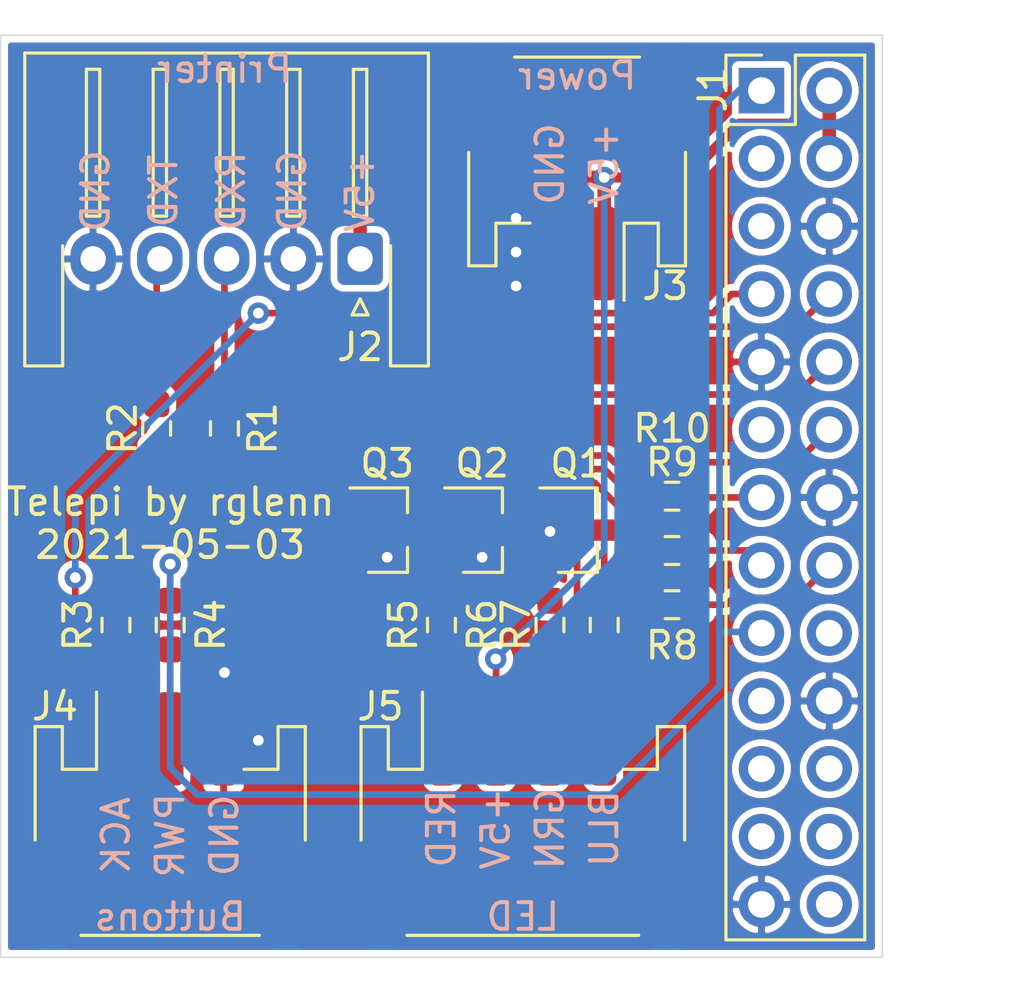
<source format=kicad_pcb>
(kicad_pcb (version 20171130) (host pcbnew "(5.1.9)-1")

  (general
    (thickness 1.6)
    (drawings 23)
    (tracks 131)
    (zones 0)
    (modules 18)
    (nets 22)
  )

  (page A4)
  (layers
    (0 F.Cu signal)
    (31 B.Cu signal)
    (32 B.Adhes user)
    (33 F.Adhes user)
    (34 B.Paste user)
    (35 F.Paste user)
    (36 B.SilkS user)
    (37 F.SilkS user)
    (38 B.Mask user)
    (39 F.Mask user)
    (40 Dwgs.User user)
    (41 Cmts.User user)
    (42 Eco1.User user)
    (43 Eco2.User user)
    (44 Edge.Cuts user)
    (45 Margin user)
    (46 B.CrtYd user)
    (47 F.CrtYd user)
    (48 B.Fab user)
    (49 F.Fab user)
  )

  (setup
    (last_trace_width 0.25)
    (user_trace_width 0.381)
    (user_trace_width 0.508)
    (trace_clearance 0.2)
    (zone_clearance 0.508)
    (zone_45_only no)
    (trace_min 0.2)
    (via_size 0.8)
    (via_drill 0.4)
    (via_min_size 0.4)
    (via_min_drill 0.3)
    (uvia_size 0.3)
    (uvia_drill 0.1)
    (uvias_allowed no)
    (uvia_min_size 0.2)
    (uvia_min_drill 0.1)
    (edge_width 0.05)
    (segment_width 0.2)
    (pcb_text_width 0.3)
    (pcb_text_size 1.5 1.5)
    (mod_edge_width 0.12)
    (mod_text_size 1 1)
    (mod_text_width 0.15)
    (pad_size 1.524 1.524)
    (pad_drill 0.762)
    (pad_to_mask_clearance 0)
    (aux_axis_origin 0 0)
    (visible_elements FFFFFF7F)
    (pcbplotparams
      (layerselection 0x010fc_ffffffff)
      (usegerberextensions false)
      (usegerberattributes true)
      (usegerberadvancedattributes true)
      (creategerberjobfile true)
      (excludeedgelayer true)
      (linewidth 0.100000)
      (plotframeref false)
      (viasonmask false)
      (mode 1)
      (useauxorigin false)
      (hpglpennumber 1)
      (hpglpenspeed 20)
      (hpglpendiameter 15.000000)
      (psnegative false)
      (psa4output false)
      (plotreference true)
      (plotvalue true)
      (plotinvisibletext false)
      (padsonsilk false)
      (subtractmaskfromsilk false)
      (outputformat 1)
      (mirror false)
      (drillshape 1)
      (scaleselection 1)
      (outputdirectory ""))
  )

  (net 0 "")
  (net 1 +3V3)
  (net 2 +5V)
  (net 3 GND)
  (net 4 /TXD)
  (net 5 /RXD)
  (net 6 "Net-(J2-Pad3)")
  (net 7 "Net-(J2-Pad4)")
  (net 8 /ACK_BUTTON)
  (net 9 /PWR_BUTTON)
  (net 10 "Net-(J5-Pad1)")
  (net 11 "Net-(J5-Pad3)")
  (net 12 "Net-(J5-Pad4)")
  (net 13 "Net-(Q1-Pad1)")
  (net 14 "Net-(Q1-Pad3)")
  (net 15 "Net-(Q2-Pad1)")
  (net 16 "Net-(Q2-Pad3)")
  (net 17 "Net-(Q3-Pad3)")
  (net 18 "Net-(Q3-Pad1)")
  (net 19 /LED_B)
  (net 20 /LED_G)
  (net 21 /LED_R)

  (net_class Default "This is the default net class."
    (clearance 0.2)
    (trace_width 0.25)
    (via_dia 0.8)
    (via_drill 0.4)
    (uvia_dia 0.3)
    (uvia_drill 0.1)
    (add_net +3V3)
    (add_net +5V)
    (add_net /ACK_BUTTON)
    (add_net /LED_B)
    (add_net /LED_G)
    (add_net /LED_R)
    (add_net /PWR_BUTTON)
    (add_net /RXD)
    (add_net /TXD)
    (add_net GND)
    (add_net "Net-(J2-Pad3)")
    (add_net "Net-(J2-Pad4)")
    (add_net "Net-(J5-Pad1)")
    (add_net "Net-(J5-Pad3)")
    (add_net "Net-(J5-Pad4)")
    (add_net "Net-(Q1-Pad1)")
    (add_net "Net-(Q1-Pad3)")
    (add_net "Net-(Q2-Pad1)")
    (add_net "Net-(Q2-Pad3)")
    (add_net "Net-(Q3-Pad1)")
    (add_net "Net-(Q3-Pad3)")
  )

  (module Connector_PinHeader_2.54mm:PinHeader_2x13_P2.54mm_Vertical (layer F.Cu) (tedit 59FED5CC) (tstamp 60904199)
    (at 50.339001 63.801001)
    (descr "Through hole straight pin header, 2x13, 2.54mm pitch, double rows")
    (tags "Through hole pin header THT 2x13 2.54mm double row")
    (path /609033B9)
    (fp_text reference J1 (at -1.825001 -0.047001 270) (layer F.SilkS)
      (effects (font (size 1 1) (thickness 0.15)))
    )
    (fp_text value Conn_02x13_Odd_Even (at 1.27 32.81) (layer F.Fab)
      (effects (font (size 1 1) (thickness 0.15)))
    )
    (fp_line (start 4.35 -1.8) (end -1.8 -1.8) (layer F.CrtYd) (width 0.05))
    (fp_line (start 4.35 32.25) (end 4.35 -1.8) (layer F.CrtYd) (width 0.05))
    (fp_line (start -1.8 32.25) (end 4.35 32.25) (layer F.CrtYd) (width 0.05))
    (fp_line (start -1.8 -1.8) (end -1.8 32.25) (layer F.CrtYd) (width 0.05))
    (fp_line (start -1.33 -1.33) (end 0 -1.33) (layer F.SilkS) (width 0.12))
    (fp_line (start -1.33 0) (end -1.33 -1.33) (layer F.SilkS) (width 0.12))
    (fp_line (start 1.27 -1.33) (end 3.87 -1.33) (layer F.SilkS) (width 0.12))
    (fp_line (start 1.27 1.27) (end 1.27 -1.33) (layer F.SilkS) (width 0.12))
    (fp_line (start -1.33 1.27) (end 1.27 1.27) (layer F.SilkS) (width 0.12))
    (fp_line (start 3.87 -1.33) (end 3.87 31.81) (layer F.SilkS) (width 0.12))
    (fp_line (start -1.33 1.27) (end -1.33 31.81) (layer F.SilkS) (width 0.12))
    (fp_line (start -1.33 31.81) (end 3.87 31.81) (layer F.SilkS) (width 0.12))
    (fp_line (start -1.27 0) (end 0 -1.27) (layer F.Fab) (width 0.1))
    (fp_line (start -1.27 31.75) (end -1.27 0) (layer F.Fab) (width 0.1))
    (fp_line (start 3.81 31.75) (end -1.27 31.75) (layer F.Fab) (width 0.1))
    (fp_line (start 3.81 -1.27) (end 3.81 31.75) (layer F.Fab) (width 0.1))
    (fp_line (start 0 -1.27) (end 3.81 -1.27) (layer F.Fab) (width 0.1))
    (fp_text user %R (at 1.27 15.24 90) (layer F.Fab)
      (effects (font (size 1 1) (thickness 0.15)))
    )
    (pad 1 thru_hole rect (at 0 0) (size 1.7 1.7) (drill 1) (layers *.Cu *.Mask)
      (net 1 +3V3))
    (pad 2 thru_hole oval (at 2.54 0) (size 1.7 1.7) (drill 1) (layers *.Cu *.Mask)
      (net 2 +5V))
    (pad 3 thru_hole oval (at 0 2.54) (size 1.7 1.7) (drill 1) (layers *.Cu *.Mask))
    (pad 4 thru_hole oval (at 2.54 2.54) (size 1.7 1.7) (drill 1) (layers *.Cu *.Mask)
      (net 2 +5V))
    (pad 5 thru_hole oval (at 0 5.08) (size 1.7 1.7) (drill 1) (layers *.Cu *.Mask))
    (pad 6 thru_hole oval (at 2.54 5.08) (size 1.7 1.7) (drill 1) (layers *.Cu *.Mask)
      (net 3 GND))
    (pad 7 thru_hole oval (at 0 7.62) (size 1.7 1.7) (drill 1) (layers *.Cu *.Mask)
      (net 8 /ACK_BUTTON))
    (pad 8 thru_hole oval (at 2.54 7.62) (size 1.7 1.7) (drill 1) (layers *.Cu *.Mask)
      (net 4 /TXD))
    (pad 9 thru_hole oval (at 0 10.16) (size 1.7 1.7) (drill 1) (layers *.Cu *.Mask)
      (net 3 GND))
    (pad 10 thru_hole oval (at 2.54 10.16) (size 1.7 1.7) (drill 1) (layers *.Cu *.Mask)
      (net 5 /RXD))
    (pad 11 thru_hole oval (at 0 12.7) (size 1.7 1.7) (drill 1) (layers *.Cu *.Mask))
    (pad 12 thru_hole oval (at 2.54 12.7) (size 1.7 1.7) (drill 1) (layers *.Cu *.Mask)
      (net 9 /PWR_BUTTON))
    (pad 13 thru_hole oval (at 0 15.24) (size 1.7 1.7) (drill 1) (layers *.Cu *.Mask)
      (net 21 /LED_R))
    (pad 14 thru_hole oval (at 2.54 15.24) (size 1.7 1.7) (drill 1) (layers *.Cu *.Mask)
      (net 3 GND))
    (pad 15 thru_hole oval (at 0 17.78) (size 1.7 1.7) (drill 1) (layers *.Cu *.Mask)
      (net 20 /LED_G))
    (pad 16 thru_hole oval (at 2.54 17.78) (size 1.7 1.7) (drill 1) (layers *.Cu *.Mask)
      (net 19 /LED_B))
    (pad 17 thru_hole oval (at 0 20.32) (size 1.7 1.7) (drill 1) (layers *.Cu *.Mask)
      (net 1 +3V3))
    (pad 18 thru_hole oval (at 2.54 20.32) (size 1.7 1.7) (drill 1) (layers *.Cu *.Mask))
    (pad 19 thru_hole oval (at 0 22.86) (size 1.7 1.7) (drill 1) (layers *.Cu *.Mask))
    (pad 20 thru_hole oval (at 2.54 22.86) (size 1.7 1.7) (drill 1) (layers *.Cu *.Mask)
      (net 3 GND))
    (pad 21 thru_hole oval (at 0 25.4) (size 1.7 1.7) (drill 1) (layers *.Cu *.Mask))
    (pad 22 thru_hole oval (at 2.54 25.4) (size 1.7 1.7) (drill 1) (layers *.Cu *.Mask))
    (pad 23 thru_hole oval (at 0 27.94) (size 1.7 1.7) (drill 1) (layers *.Cu *.Mask))
    (pad 24 thru_hole oval (at 2.54 27.94) (size 1.7 1.7) (drill 1) (layers *.Cu *.Mask))
    (pad 25 thru_hole oval (at 0 30.48) (size 1.7 1.7) (drill 1) (layers *.Cu *.Mask)
      (net 3 GND))
    (pad 26 thru_hole oval (at 2.54 30.48) (size 1.7 1.7) (drill 1) (layers *.Cu *.Mask))
    (model ${KISYS3DMOD}/Connector_PinHeader_2.54mm.3dshapes/PinHeader_2x13_P2.54mm_Vertical.wrl
      (at (xyz 0 0 0))
      (scale (xyz 1 1 1))
      (rotate (xyz 0 0 0))
    )
  )

  (module Connector_JST:JST_XH_S5B-XH-A-1_1x05_P2.50mm_Horizontal (layer F.Cu) (tedit 5C281476) (tstamp 60904E08)
    (at 35.306 70.104 180)
    (descr "JST XH series connector, S5B-XH-A-1 (http://www.jst-mfg.com/product/pdf/eng/eXH.pdf), generated with kicad-footprint-generator")
    (tags "connector JST XH horizontal")
    (path /6090B4DF)
    (fp_text reference J2 (at 0 -3.302) (layer F.SilkS)
      (effects (font (size 1 1) (thickness 0.15)))
    )
    (fp_text value Conn_01x05 (at 5 8.8) (layer F.Fab)
      (effects (font (size 1 1) (thickness 0.15)))
    )
    (fp_line (start 0 -0.4) (end 0.625 0.6) (layer F.Fab) (width 0.1))
    (fp_line (start -0.625 0.6) (end 0 -0.4) (layer F.Fab) (width 0.1))
    (fp_line (start 0.3 -2.1) (end 0 -1.5) (layer F.SilkS) (width 0.12))
    (fp_line (start -0.3 -2.1) (end 0.3 -2.1) (layer F.SilkS) (width 0.12))
    (fp_line (start 0 -1.5) (end -0.3 -2.1) (layer F.SilkS) (width 0.12))
    (fp_line (start 10.25 1.6) (end 9.75 1.6) (layer F.SilkS) (width 0.12))
    (fp_line (start 10.25 7.1) (end 10.25 1.6) (layer F.SilkS) (width 0.12))
    (fp_line (start 9.75 7.1) (end 10.25 7.1) (layer F.SilkS) (width 0.12))
    (fp_line (start 9.75 1.6) (end 9.75 7.1) (layer F.SilkS) (width 0.12))
    (fp_line (start 7.75 1.6) (end 7.25 1.6) (layer F.SilkS) (width 0.12))
    (fp_line (start 7.75 7.1) (end 7.75 1.6) (layer F.SilkS) (width 0.12))
    (fp_line (start 7.25 7.1) (end 7.75 7.1) (layer F.SilkS) (width 0.12))
    (fp_line (start 7.25 1.6) (end 7.25 7.1) (layer F.SilkS) (width 0.12))
    (fp_line (start 5.25 1.6) (end 4.75 1.6) (layer F.SilkS) (width 0.12))
    (fp_line (start 5.25 7.1) (end 5.25 1.6) (layer F.SilkS) (width 0.12))
    (fp_line (start 4.75 7.1) (end 5.25 7.1) (layer F.SilkS) (width 0.12))
    (fp_line (start 4.75 1.6) (end 4.75 7.1) (layer F.SilkS) (width 0.12))
    (fp_line (start 2.75 1.6) (end 2.25 1.6) (layer F.SilkS) (width 0.12))
    (fp_line (start 2.75 7.1) (end 2.75 1.6) (layer F.SilkS) (width 0.12))
    (fp_line (start 2.25 7.1) (end 2.75 7.1) (layer F.SilkS) (width 0.12))
    (fp_line (start 2.25 1.6) (end 2.25 7.1) (layer F.SilkS) (width 0.12))
    (fp_line (start 0.25 1.6) (end -0.25 1.6) (layer F.SilkS) (width 0.12))
    (fp_line (start 0.25 7.1) (end 0.25 1.6) (layer F.SilkS) (width 0.12))
    (fp_line (start -0.25 7.1) (end 0.25 7.1) (layer F.SilkS) (width 0.12))
    (fp_line (start -0.25 1.6) (end -0.25 7.1) (layer F.SilkS) (width 0.12))
    (fp_line (start 11.25 0.6) (end 5 0.6) (layer F.Fab) (width 0.1))
    (fp_line (start 11.25 -3.9) (end 11.25 0.6) (layer F.Fab) (width 0.1))
    (fp_line (start 12.45 -3.9) (end 11.25 -3.9) (layer F.Fab) (width 0.1))
    (fp_line (start 12.45 7.6) (end 12.45 -3.9) (layer F.Fab) (width 0.1))
    (fp_line (start 5 7.6) (end 12.45 7.6) (layer F.Fab) (width 0.1))
    (fp_line (start -1.25 0.6) (end 5 0.6) (layer F.Fab) (width 0.1))
    (fp_line (start -1.25 -3.9) (end -1.25 0.6) (layer F.Fab) (width 0.1))
    (fp_line (start -2.45 -3.9) (end -1.25 -3.9) (layer F.Fab) (width 0.1))
    (fp_line (start -2.45 7.6) (end -2.45 -3.9) (layer F.Fab) (width 0.1))
    (fp_line (start 5 7.6) (end -2.45 7.6) (layer F.Fab) (width 0.1))
    (fp_line (start 11.14 -4.01) (end 11.14 0.49) (layer F.SilkS) (width 0.12))
    (fp_line (start 12.56 -4.01) (end 11.14 -4.01) (layer F.SilkS) (width 0.12))
    (fp_line (start 12.56 7.71) (end 12.56 -4.01) (layer F.SilkS) (width 0.12))
    (fp_line (start 5 7.71) (end 12.56 7.71) (layer F.SilkS) (width 0.12))
    (fp_line (start -1.14 -4.01) (end -1.14 0.49) (layer F.SilkS) (width 0.12))
    (fp_line (start -2.56 -4.01) (end -1.14 -4.01) (layer F.SilkS) (width 0.12))
    (fp_line (start -2.56 7.71) (end -2.56 -4.01) (layer F.SilkS) (width 0.12))
    (fp_line (start 5 7.71) (end -2.56 7.71) (layer F.SilkS) (width 0.12))
    (fp_line (start 12.95 -4.4) (end -2.95 -4.4) (layer F.CrtYd) (width 0.05))
    (fp_line (start 12.95 8.1) (end 12.95 -4.4) (layer F.CrtYd) (width 0.05))
    (fp_line (start -2.95 8.1) (end 12.95 8.1) (layer F.CrtYd) (width 0.05))
    (fp_line (start -2.95 -4.4) (end -2.95 8.1) (layer F.CrtYd) (width 0.05))
    (fp_text user %R (at 5 1.85) (layer F.Fab)
      (effects (font (size 1 1) (thickness 0.15)))
    )
    (pad 1 thru_hole roundrect (at 0 0 180) (size 1.7 1.95) (drill 0.95) (layers *.Cu *.Mask) (roundrect_rratio 0.147059)
      (net 2 +5V))
    (pad 2 thru_hole oval (at 2.5 0 180) (size 1.7 1.95) (drill 0.95) (layers *.Cu *.Mask)
      (net 3 GND))
    (pad 3 thru_hole oval (at 5 0 180) (size 1.7 1.95) (drill 0.95) (layers *.Cu *.Mask)
      (net 6 "Net-(J2-Pad3)"))
    (pad 4 thru_hole oval (at 7.5 0 180) (size 1.7 1.95) (drill 0.95) (layers *.Cu *.Mask)
      (net 7 "Net-(J2-Pad4)"))
    (pad 5 thru_hole oval (at 10 0 180) (size 1.7 1.95) (drill 0.95) (layers *.Cu *.Mask)
      (net 3 GND))
    (model ${KISYS3DMOD}/Connector_JST.3dshapes/JST_XH_S5B-XH-A-1_1x05_P2.50mm_Horizontal.wrl
      (at (xyz 0 0 0))
      (scale (xyz 1 1 1))
      (rotate (xyz 0 0 0))
    )
  )

  (module Resistor_SMD:R_0603_1608Metric_Pad0.98x0.95mm_HandSolder (layer F.Cu) (tedit 5F68FEEE) (tstamp 60904DB0)
    (at 30.226 76.454 270)
    (descr "Resistor SMD 0603 (1608 Metric), square (rectangular) end terminal, IPC_7351 nominal with elongated pad for handsoldering. (Body size source: IPC-SM-782 page 72, https://www.pcb-3d.com/wordpress/wp-content/uploads/ipc-sm-782a_amendment_1_and_2.pdf), generated with kicad-footprint-generator")
    (tags "resistor handsolder")
    (path /6090C6E1)
    (attr smd)
    (fp_text reference R1 (at 0 -1.43 90) (layer F.SilkS)
      (effects (font (size 1 1) (thickness 0.15)))
    )
    (fp_text value 1K (at 0 1.43 90) (layer F.Fab)
      (effects (font (size 1 1) (thickness 0.15)))
    )
    (fp_line (start 1.65 0.73) (end -1.65 0.73) (layer F.CrtYd) (width 0.05))
    (fp_line (start 1.65 -0.73) (end 1.65 0.73) (layer F.CrtYd) (width 0.05))
    (fp_line (start -1.65 -0.73) (end 1.65 -0.73) (layer F.CrtYd) (width 0.05))
    (fp_line (start -1.65 0.73) (end -1.65 -0.73) (layer F.CrtYd) (width 0.05))
    (fp_line (start -0.254724 0.5225) (end 0.254724 0.5225) (layer F.SilkS) (width 0.12))
    (fp_line (start -0.254724 -0.5225) (end 0.254724 -0.5225) (layer F.SilkS) (width 0.12))
    (fp_line (start 0.8 0.4125) (end -0.8 0.4125) (layer F.Fab) (width 0.1))
    (fp_line (start 0.8 -0.4125) (end 0.8 0.4125) (layer F.Fab) (width 0.1))
    (fp_line (start -0.8 -0.4125) (end 0.8 -0.4125) (layer F.Fab) (width 0.1))
    (fp_line (start -0.8 0.4125) (end -0.8 -0.4125) (layer F.Fab) (width 0.1))
    (fp_text user %R (at 0 0 90) (layer F.Fab)
      (effects (font (size 0.4 0.4) (thickness 0.06)))
    )
    (pad 1 smd roundrect (at -0.9125 0 270) (size 0.975 0.95) (layers F.Cu F.Paste F.Mask) (roundrect_rratio 0.25)
      (net 6 "Net-(J2-Pad3)"))
    (pad 2 smd roundrect (at 0.9125 0 270) (size 0.975 0.95) (layers F.Cu F.Paste F.Mask) (roundrect_rratio 0.25)
      (net 5 /RXD))
    (model ${KISYS3DMOD}/Resistor_SMD.3dshapes/R_0603_1608Metric.wrl
      (at (xyz 0 0 0))
      (scale (xyz 1 1 1))
      (rotate (xyz 0 0 0))
    )
  )

  (module Resistor_SMD:R_0603_1608Metric_Pad0.98x0.95mm_HandSolder (layer F.Cu) (tedit 5F68FEEE) (tstamp 60904D80)
    (at 27.686 76.454 270)
    (descr "Resistor SMD 0603 (1608 Metric), square (rectangular) end terminal, IPC_7351 nominal with elongated pad for handsoldering. (Body size source: IPC-SM-782 page 72, https://www.pcb-3d.com/wordpress/wp-content/uploads/ipc-sm-782a_amendment_1_and_2.pdf), generated with kicad-footprint-generator")
    (tags "resistor handsolder")
    (path /6090CBFB)
    (attr smd)
    (fp_text reference R2 (at 0 1.27 90) (layer F.SilkS)
      (effects (font (size 1 1) (thickness 0.15)))
    )
    (fp_text value 1K (at 0 1.43 90) (layer F.Fab)
      (effects (font (size 1 1) (thickness 0.15)))
    )
    (fp_text user %R (at 0 0 90) (layer F.Fab)
      (effects (font (size 0.4 0.4) (thickness 0.06)))
    )
    (fp_line (start -0.8 0.4125) (end -0.8 -0.4125) (layer F.Fab) (width 0.1))
    (fp_line (start -0.8 -0.4125) (end 0.8 -0.4125) (layer F.Fab) (width 0.1))
    (fp_line (start 0.8 -0.4125) (end 0.8 0.4125) (layer F.Fab) (width 0.1))
    (fp_line (start 0.8 0.4125) (end -0.8 0.4125) (layer F.Fab) (width 0.1))
    (fp_line (start -0.254724 -0.5225) (end 0.254724 -0.5225) (layer F.SilkS) (width 0.12))
    (fp_line (start -0.254724 0.5225) (end 0.254724 0.5225) (layer F.SilkS) (width 0.12))
    (fp_line (start -1.65 0.73) (end -1.65 -0.73) (layer F.CrtYd) (width 0.05))
    (fp_line (start -1.65 -0.73) (end 1.65 -0.73) (layer F.CrtYd) (width 0.05))
    (fp_line (start 1.65 -0.73) (end 1.65 0.73) (layer F.CrtYd) (width 0.05))
    (fp_line (start 1.65 0.73) (end -1.65 0.73) (layer F.CrtYd) (width 0.05))
    (pad 2 smd roundrect (at 0.9125 0 270) (size 0.975 0.95) (layers F.Cu F.Paste F.Mask) (roundrect_rratio 0.25)
      (net 4 /TXD))
    (pad 1 smd roundrect (at -0.9125 0 270) (size 0.975 0.95) (layers F.Cu F.Paste F.Mask) (roundrect_rratio 0.25)
      (net 7 "Net-(J2-Pad4)"))
    (model ${KISYS3DMOD}/Resistor_SMD.3dshapes/R_0603_1608Metric.wrl
      (at (xyz 0 0 0))
      (scale (xyz 1 1 1))
      (rotate (xyz 0 0 0))
    )
  )

  (module Resistor_SMD:R_0603_1608Metric_Pad0.98x0.95mm_HandSolder (layer F.Cu) (tedit 5F68FEEE) (tstamp 60904639)
    (at 26.162 83.82 90)
    (descr "Resistor SMD 0603 (1608 Metric), square (rectangular) end terminal, IPC_7351 nominal with elongated pad for handsoldering. (Body size source: IPC-SM-782 page 72, https://www.pcb-3d.com/wordpress/wp-content/uploads/ipc-sm-782a_amendment_1_and_2.pdf), generated with kicad-footprint-generator")
    (tags "resistor handsolder")
    (path /6090FD74)
    (attr smd)
    (fp_text reference R3 (at 0 -1.43 90) (layer F.SilkS)
      (effects (font (size 1 1) (thickness 0.15)))
    )
    (fp_text value 10K (at 0 1.43 90) (layer F.Fab)
      (effects (font (size 1 1) (thickness 0.15)))
    )
    (fp_line (start 1.65 0.73) (end -1.65 0.73) (layer F.CrtYd) (width 0.05))
    (fp_line (start 1.65 -0.73) (end 1.65 0.73) (layer F.CrtYd) (width 0.05))
    (fp_line (start -1.65 -0.73) (end 1.65 -0.73) (layer F.CrtYd) (width 0.05))
    (fp_line (start -1.65 0.73) (end -1.65 -0.73) (layer F.CrtYd) (width 0.05))
    (fp_line (start -0.254724 0.5225) (end 0.254724 0.5225) (layer F.SilkS) (width 0.12))
    (fp_line (start -0.254724 -0.5225) (end 0.254724 -0.5225) (layer F.SilkS) (width 0.12))
    (fp_line (start 0.8 0.4125) (end -0.8 0.4125) (layer F.Fab) (width 0.1))
    (fp_line (start 0.8 -0.4125) (end 0.8 0.4125) (layer F.Fab) (width 0.1))
    (fp_line (start -0.8 -0.4125) (end 0.8 -0.4125) (layer F.Fab) (width 0.1))
    (fp_line (start -0.8 0.4125) (end -0.8 -0.4125) (layer F.Fab) (width 0.1))
    (fp_text user %R (at 0 0 90) (layer F.Fab)
      (effects (font (size 0.4 0.4) (thickness 0.06)))
    )
    (pad 1 smd roundrect (at -0.9125 0 90) (size 0.975 0.95) (layers F.Cu F.Paste F.Mask) (roundrect_rratio 0.25)
      (net 8 /ACK_BUTTON))
    (pad 2 smd roundrect (at 0.9125 0 90) (size 0.975 0.95) (layers F.Cu F.Paste F.Mask) (roundrect_rratio 0.25)
      (net 1 +3V3))
    (model ${KISYS3DMOD}/Resistor_SMD.3dshapes/R_0603_1608Metric.wrl
      (at (xyz 0 0 0))
      (scale (xyz 1 1 1))
      (rotate (xyz 0 0 0))
    )
  )

  (module Connector_JST:JST_PH_S2B-PH-SM4-TB_1x02-1MP_P2.00mm_Horizontal (layer F.Cu) (tedit 5B78AD87) (tstamp 60904989)
    (at 43.434 67.056 180)
    (descr "JST PH series connector, S2B-PH-SM4-TB (http://www.jst-mfg.com/product/pdf/eng/ePH.pdf), generated with kicad-footprint-generator")
    (tags "connector JST PH top entry")
    (path /6090EF2D)
    (attr smd)
    (fp_text reference J3 (at -3.302 -4.064 180) (layer F.SilkS)
      (effects (font (size 1 1) (thickness 0.15)))
    )
    (fp_text value Conn_01x02 (at 0 5.8) (layer F.Fab)
      (effects (font (size 1 1) (thickness 0.15)))
    )
    (fp_line (start -1 -0.892893) (end -0.5 -1.6) (layer F.Fab) (width 0.1))
    (fp_line (start -1.5 -1.6) (end -1 -0.892893) (layer F.Fab) (width 0.1))
    (fp_line (start 4.6 -5.1) (end -4.6 -5.1) (layer F.CrtYd) (width 0.05))
    (fp_line (start 4.6 5.1) (end 4.6 -5.1) (layer F.CrtYd) (width 0.05))
    (fp_line (start -4.6 5.1) (end 4.6 5.1) (layer F.CrtYd) (width 0.05))
    (fp_line (start -4.6 -5.1) (end -4.6 5.1) (layer F.CrtYd) (width 0.05))
    (fp_line (start 3.95 -3.2) (end 3.95 4.4) (layer F.Fab) (width 0.1))
    (fp_line (start -3.95 -3.2) (end -3.95 4.4) (layer F.Fab) (width 0.1))
    (fp_line (start -3.95 4.4) (end 3.95 4.4) (layer F.Fab) (width 0.1))
    (fp_line (start -2.34 4.51) (end 2.34 4.51) (layer F.SilkS) (width 0.12))
    (fp_line (start 3.04 -1.71) (end 1.76 -1.71) (layer F.SilkS) (width 0.12))
    (fp_line (start 3.04 -3.31) (end 3.04 -1.71) (layer F.SilkS) (width 0.12))
    (fp_line (start 4.06 -3.31) (end 3.04 -3.31) (layer F.SilkS) (width 0.12))
    (fp_line (start 4.06 0.94) (end 4.06 -3.31) (layer F.SilkS) (width 0.12))
    (fp_line (start -1.76 -1.71) (end -1.76 -4.6) (layer F.SilkS) (width 0.12))
    (fp_line (start -3.04 -1.71) (end -1.76 -1.71) (layer F.SilkS) (width 0.12))
    (fp_line (start -3.04 -3.31) (end -3.04 -1.71) (layer F.SilkS) (width 0.12))
    (fp_line (start -4.06 -3.31) (end -3.04 -3.31) (layer F.SilkS) (width 0.12))
    (fp_line (start -4.06 0.94) (end -4.06 -3.31) (layer F.SilkS) (width 0.12))
    (fp_line (start 3.15 -3.2) (end 3.95 -3.2) (layer F.Fab) (width 0.1))
    (fp_line (start 3.15 -1.6) (end 3.15 -3.2) (layer F.Fab) (width 0.1))
    (fp_line (start -3.15 -1.6) (end 3.15 -1.6) (layer F.Fab) (width 0.1))
    (fp_line (start -3.15 -3.2) (end -3.15 -1.6) (layer F.Fab) (width 0.1))
    (fp_line (start -3.95 -3.2) (end -3.15 -3.2) (layer F.Fab) (width 0.1))
    (fp_text user %R (at 0 1.5) (layer F.Fab)
      (effects (font (size 1 1) (thickness 0.15)))
    )
    (pad 1 smd roundrect (at -1 -2.85 180) (size 1 3.5) (layers F.Cu F.Paste F.Mask) (roundrect_rratio 0.25)
      (net 2 +5V))
    (pad 2 smd roundrect (at 1 -2.85 180) (size 1 3.5) (layers F.Cu F.Paste F.Mask) (roundrect_rratio 0.25)
      (net 3 GND))
    (pad MP smd roundrect (at -3.35 2.9 180) (size 1.5 3.4) (layers F.Cu F.Paste F.Mask) (roundrect_rratio 0.166667))
    (pad MP smd roundrect (at 3.35 2.9 180) (size 1.5 3.4) (layers F.Cu F.Paste F.Mask) (roundrect_rratio 0.166667))
    (model ${KISYS3DMOD}/Connector_JST.3dshapes/JST_PH_S2B-PH-SM4-TB_1x02-1MP_P2.00mm_Horizontal.wrl
      (at (xyz 0 0 0))
      (scale (xyz 1 1 1))
      (rotate (xyz 0 0 0))
    )
  )

  (module Connector_JST:JST_PH_S3B-PH-SM4-TB_1x03-1MP_P2.00mm_Horizontal (layer F.Cu) (tedit 5B78AD87) (tstamp 609049CA)
    (at 28.194 90.932)
    (descr "JST PH series connector, S3B-PH-SM4-TB (http://www.jst-mfg.com/product/pdf/eng/ePH.pdf), generated with kicad-footprint-generator")
    (tags "connector JST PH top entry")
    (path /60916C02)
    (attr smd)
    (fp_text reference J4 (at -4.318 -4.064) (layer F.SilkS)
      (effects (font (size 1 1) (thickness 0.15)))
    )
    (fp_text value Conn_01x03 (at 0 5.8) (layer F.Fab)
      (effects (font (size 1 1) (thickness 0.15)))
    )
    (fp_line (start -2 -0.892893) (end -1.5 -1.6) (layer F.Fab) (width 0.1))
    (fp_line (start -2.5 -1.6) (end -2 -0.892893) (layer F.Fab) (width 0.1))
    (fp_line (start 5.6 -5.1) (end -5.6 -5.1) (layer F.CrtYd) (width 0.05))
    (fp_line (start 5.6 5.1) (end 5.6 -5.1) (layer F.CrtYd) (width 0.05))
    (fp_line (start -5.6 5.1) (end 5.6 5.1) (layer F.CrtYd) (width 0.05))
    (fp_line (start -5.6 -5.1) (end -5.6 5.1) (layer F.CrtYd) (width 0.05))
    (fp_line (start 4.95 -3.2) (end 4.95 4.4) (layer F.Fab) (width 0.1))
    (fp_line (start -4.95 -3.2) (end -4.95 4.4) (layer F.Fab) (width 0.1))
    (fp_line (start -4.95 4.4) (end 4.95 4.4) (layer F.Fab) (width 0.1))
    (fp_line (start -3.34 4.51) (end 3.34 4.51) (layer F.SilkS) (width 0.12))
    (fp_line (start 4.04 -1.71) (end 2.76 -1.71) (layer F.SilkS) (width 0.12))
    (fp_line (start 4.04 -3.31) (end 4.04 -1.71) (layer F.SilkS) (width 0.12))
    (fp_line (start 5.06 -3.31) (end 4.04 -3.31) (layer F.SilkS) (width 0.12))
    (fp_line (start 5.06 0.94) (end 5.06 -3.31) (layer F.SilkS) (width 0.12))
    (fp_line (start -2.76 -1.71) (end -2.76 -4.6) (layer F.SilkS) (width 0.12))
    (fp_line (start -4.04 -1.71) (end -2.76 -1.71) (layer F.SilkS) (width 0.12))
    (fp_line (start -4.04 -3.31) (end -4.04 -1.71) (layer F.SilkS) (width 0.12))
    (fp_line (start -5.06 -3.31) (end -4.04 -3.31) (layer F.SilkS) (width 0.12))
    (fp_line (start -5.06 0.94) (end -5.06 -3.31) (layer F.SilkS) (width 0.12))
    (fp_line (start 4.15 -3.2) (end 4.95 -3.2) (layer F.Fab) (width 0.1))
    (fp_line (start 4.15 -1.6) (end 4.15 -3.2) (layer F.Fab) (width 0.1))
    (fp_line (start -4.15 -1.6) (end 4.15 -1.6) (layer F.Fab) (width 0.1))
    (fp_line (start -4.15 -3.2) (end -4.15 -1.6) (layer F.Fab) (width 0.1))
    (fp_line (start -4.95 -3.2) (end -4.15 -3.2) (layer F.Fab) (width 0.1))
    (fp_text user %R (at 0 1.5) (layer F.Fab)
      (effects (font (size 1 1) (thickness 0.15)))
    )
    (pad 1 smd roundrect (at -2 -2.85) (size 1 3.5) (layers F.Cu F.Paste F.Mask) (roundrect_rratio 0.25)
      (net 8 /ACK_BUTTON))
    (pad 2 smd roundrect (at 0 -2.85) (size 1 3.5) (layers F.Cu F.Paste F.Mask) (roundrect_rratio 0.25)
      (net 9 /PWR_BUTTON))
    (pad 3 smd roundrect (at 2 -2.85) (size 1 3.5) (layers F.Cu F.Paste F.Mask) (roundrect_rratio 0.25)
      (net 3 GND))
    (pad MP smd roundrect (at -4.35 2.9) (size 1.5 3.4) (layers F.Cu F.Paste F.Mask) (roundrect_rratio 0.166667))
    (pad MP smd roundrect (at 4.35 2.9) (size 1.5 3.4) (layers F.Cu F.Paste F.Mask) (roundrect_rratio 0.166667))
    (model ${KISYS3DMOD}/Connector_JST.3dshapes/JST_PH_S3B-PH-SM4-TB_1x03-1MP_P2.00mm_Horizontal.wrl
      (at (xyz 0 0 0))
      (scale (xyz 1 1 1))
      (rotate (xyz 0 0 0))
    )
  )

  (module Resistor_SMD:R_0603_1608Metric_Pad0.98x0.95mm_HandSolder (layer F.Cu) (tedit 5F68FEEE) (tstamp 609049DB)
    (at 28.194 83.82 90)
    (descr "Resistor SMD 0603 (1608 Metric), square (rectangular) end terminal, IPC_7351 nominal with elongated pad for handsoldering. (Body size source: IPC-SM-782 page 72, https://www.pcb-3d.com/wordpress/wp-content/uploads/ipc-sm-782a_amendment_1_and_2.pdf), generated with kicad-footprint-generator")
    (tags "resistor handsolder")
    (path /609187D0)
    (attr smd)
    (fp_text reference R4 (at 0 1.524 90) (layer F.SilkS)
      (effects (font (size 1 1) (thickness 0.15)))
    )
    (fp_text value 10K (at 0 1.43 90) (layer F.Fab)
      (effects (font (size 1 1) (thickness 0.15)))
    )
    (fp_line (start 1.65 0.73) (end -1.65 0.73) (layer F.CrtYd) (width 0.05))
    (fp_line (start 1.65 -0.73) (end 1.65 0.73) (layer F.CrtYd) (width 0.05))
    (fp_line (start -1.65 -0.73) (end 1.65 -0.73) (layer F.CrtYd) (width 0.05))
    (fp_line (start -1.65 0.73) (end -1.65 -0.73) (layer F.CrtYd) (width 0.05))
    (fp_line (start -0.254724 0.5225) (end 0.254724 0.5225) (layer F.SilkS) (width 0.12))
    (fp_line (start -0.254724 -0.5225) (end 0.254724 -0.5225) (layer F.SilkS) (width 0.12))
    (fp_line (start 0.8 0.4125) (end -0.8 0.4125) (layer F.Fab) (width 0.1))
    (fp_line (start 0.8 -0.4125) (end 0.8 0.4125) (layer F.Fab) (width 0.1))
    (fp_line (start -0.8 -0.4125) (end 0.8 -0.4125) (layer F.Fab) (width 0.1))
    (fp_line (start -0.8 0.4125) (end -0.8 -0.4125) (layer F.Fab) (width 0.1))
    (fp_text user %R (at 0 0 90) (layer F.Fab)
      (effects (font (size 0.4 0.4) (thickness 0.06)))
    )
    (pad 1 smd roundrect (at -0.9125 0 90) (size 0.975 0.95) (layers F.Cu F.Paste F.Mask) (roundrect_rratio 0.25)
      (net 9 /PWR_BUTTON))
    (pad 2 smd roundrect (at 0.9125 0 90) (size 0.975 0.95) (layers F.Cu F.Paste F.Mask) (roundrect_rratio 0.25)
      (net 1 +3V3))
    (model ${KISYS3DMOD}/Resistor_SMD.3dshapes/R_0603_1608Metric.wrl
      (at (xyz 0 0 0))
      (scale (xyz 1 1 1))
      (rotate (xyz 0 0 0))
    )
  )

  (module Connector_JST:JST_PH_S4B-PH-SM4-TB_1x04-1MP_P2.00mm_Horizontal (layer F.Cu) (tedit 5B78AD87) (tstamp 6090556E)
    (at 41.402 90.932)
    (descr "JST PH series connector, S4B-PH-SM4-TB (http://www.jst-mfg.com/product/pdf/eng/ePH.pdf), generated with kicad-footprint-generator")
    (tags "connector JST PH top entry")
    (path /60921B18)
    (attr smd)
    (fp_text reference J5 (at -5.334 -4.064) (layer F.SilkS)
      (effects (font (size 1 1) (thickness 0.15)))
    )
    (fp_text value Conn_01x04 (at 0 5.8) (layer F.Fab)
      (effects (font (size 1 1) (thickness 0.15)))
    )
    (fp_line (start -3 -0.892893) (end -2.5 -1.6) (layer F.Fab) (width 0.1))
    (fp_line (start -3.5 -1.6) (end -3 -0.892893) (layer F.Fab) (width 0.1))
    (fp_line (start 6.6 -5.1) (end -6.6 -5.1) (layer F.CrtYd) (width 0.05))
    (fp_line (start 6.6 5.1) (end 6.6 -5.1) (layer F.CrtYd) (width 0.05))
    (fp_line (start -6.6 5.1) (end 6.6 5.1) (layer F.CrtYd) (width 0.05))
    (fp_line (start -6.6 -5.1) (end -6.6 5.1) (layer F.CrtYd) (width 0.05))
    (fp_line (start 5.95 -3.2) (end 5.95 4.4) (layer F.Fab) (width 0.1))
    (fp_line (start -5.95 -3.2) (end -5.95 4.4) (layer F.Fab) (width 0.1))
    (fp_line (start -5.95 4.4) (end 5.95 4.4) (layer F.Fab) (width 0.1))
    (fp_line (start -4.34 4.51) (end 4.34 4.51) (layer F.SilkS) (width 0.12))
    (fp_line (start 5.04 -1.71) (end 3.76 -1.71) (layer F.SilkS) (width 0.12))
    (fp_line (start 5.04 -3.31) (end 5.04 -1.71) (layer F.SilkS) (width 0.12))
    (fp_line (start 6.06 -3.31) (end 5.04 -3.31) (layer F.SilkS) (width 0.12))
    (fp_line (start 6.06 0.94) (end 6.06 -3.31) (layer F.SilkS) (width 0.12))
    (fp_line (start -3.76 -1.71) (end -3.76 -4.6) (layer F.SilkS) (width 0.12))
    (fp_line (start -5.04 -1.71) (end -3.76 -1.71) (layer F.SilkS) (width 0.12))
    (fp_line (start -5.04 -3.31) (end -5.04 -1.71) (layer F.SilkS) (width 0.12))
    (fp_line (start -6.06 -3.31) (end -5.04 -3.31) (layer F.SilkS) (width 0.12))
    (fp_line (start -6.06 0.94) (end -6.06 -3.31) (layer F.SilkS) (width 0.12))
    (fp_line (start 5.15 -3.2) (end 5.95 -3.2) (layer F.Fab) (width 0.1))
    (fp_line (start 5.15 -1.6) (end 5.15 -3.2) (layer F.Fab) (width 0.1))
    (fp_line (start -5.15 -1.6) (end 5.15 -1.6) (layer F.Fab) (width 0.1))
    (fp_line (start -5.15 -3.2) (end -5.15 -1.6) (layer F.Fab) (width 0.1))
    (fp_line (start -5.95 -3.2) (end -5.15 -3.2) (layer F.Fab) (width 0.1))
    (fp_text user %R (at 0 1.5) (layer F.Fab)
      (effects (font (size 1 1) (thickness 0.15)))
    )
    (pad 1 smd roundrect (at -3 -2.85) (size 1 3.5) (layers F.Cu F.Paste F.Mask) (roundrect_rratio 0.25)
      (net 10 "Net-(J5-Pad1)"))
    (pad 2 smd roundrect (at -1 -2.85) (size 1 3.5) (layers F.Cu F.Paste F.Mask) (roundrect_rratio 0.25)
      (net 2 +5V))
    (pad 3 smd roundrect (at 1 -2.85) (size 1 3.5) (layers F.Cu F.Paste F.Mask) (roundrect_rratio 0.25)
      (net 11 "Net-(J5-Pad3)"))
    (pad 4 smd roundrect (at 3 -2.85) (size 1 3.5) (layers F.Cu F.Paste F.Mask) (roundrect_rratio 0.25)
      (net 12 "Net-(J5-Pad4)"))
    (pad MP smd roundrect (at -5.35 2.9) (size 1.5 3.4) (layers F.Cu F.Paste F.Mask) (roundrect_rratio 0.166667))
    (pad MP smd roundrect (at 5.35 2.9) (size 1.5 3.4) (layers F.Cu F.Paste F.Mask) (roundrect_rratio 0.166667))
    (model ${KISYS3DMOD}/Connector_JST.3dshapes/JST_PH_S4B-PH-SM4-TB_1x04-1MP_P2.00mm_Horizontal.wrl
      (at (xyz 0 0 0))
      (scale (xyz 1 1 1))
      (rotate (xyz 0 0 0))
    )
  )

  (module Package_TO_SOT_SMD:SOT-23 (layer F.Cu) (tedit 5A02FF57) (tstamp 60905583)
    (at 43.434 80.264)
    (descr "SOT-23, Standard")
    (tags SOT-23)
    (path /60923C0B)
    (attr smd)
    (fp_text reference Q1 (at 0 -2.5) (layer F.SilkS)
      (effects (font (size 1 1) (thickness 0.15)))
    )
    (fp_text value MMBT3904 (at 0 2.5) (layer F.Fab)
      (effects (font (size 1 1) (thickness 0.15)))
    )
    (fp_line (start 0.76 1.58) (end -0.7 1.58) (layer F.SilkS) (width 0.12))
    (fp_line (start 0.76 -1.58) (end -1.4 -1.58) (layer F.SilkS) (width 0.12))
    (fp_line (start -1.7 1.75) (end -1.7 -1.75) (layer F.CrtYd) (width 0.05))
    (fp_line (start 1.7 1.75) (end -1.7 1.75) (layer F.CrtYd) (width 0.05))
    (fp_line (start 1.7 -1.75) (end 1.7 1.75) (layer F.CrtYd) (width 0.05))
    (fp_line (start -1.7 -1.75) (end 1.7 -1.75) (layer F.CrtYd) (width 0.05))
    (fp_line (start 0.76 -1.58) (end 0.76 -0.65) (layer F.SilkS) (width 0.12))
    (fp_line (start 0.76 1.58) (end 0.76 0.65) (layer F.SilkS) (width 0.12))
    (fp_line (start -0.7 1.52) (end 0.7 1.52) (layer F.Fab) (width 0.1))
    (fp_line (start 0.7 -1.52) (end 0.7 1.52) (layer F.Fab) (width 0.1))
    (fp_line (start -0.7 -0.95) (end -0.15 -1.52) (layer F.Fab) (width 0.1))
    (fp_line (start -0.15 -1.52) (end 0.7 -1.52) (layer F.Fab) (width 0.1))
    (fp_line (start -0.7 -0.95) (end -0.7 1.5) (layer F.Fab) (width 0.1))
    (fp_text user %R (at 0 0 90) (layer F.Fab)
      (effects (font (size 0.5 0.5) (thickness 0.075)))
    )
    (pad 1 smd rect (at -1 -0.95) (size 0.9 0.8) (layers F.Cu F.Paste F.Mask)
      (net 13 "Net-(Q1-Pad1)"))
    (pad 2 smd rect (at -1 0.95) (size 0.9 0.8) (layers F.Cu F.Paste F.Mask)
      (net 3 GND))
    (pad 3 smd rect (at 1 0) (size 0.9 0.8) (layers F.Cu F.Paste F.Mask)
      (net 14 "Net-(Q1-Pad3)"))
    (model ${KISYS3DMOD}/Package_TO_SOT_SMD.3dshapes/SOT-23.wrl
      (at (xyz 0 0 0))
      (scale (xyz 1 1 1))
      (rotate (xyz 0 0 0))
    )
  )

  (module Package_TO_SOT_SMD:SOT-23 (layer F.Cu) (tedit 5A02FF57) (tstamp 60905598)
    (at 39.878 80.264)
    (descr "SOT-23, Standard")
    (tags SOT-23)
    (path /60927F38)
    (attr smd)
    (fp_text reference Q2 (at 0 -2.5) (layer F.SilkS)
      (effects (font (size 1 1) (thickness 0.15)))
    )
    (fp_text value MMBT3904 (at 0 2.5) (layer F.Fab)
      (effects (font (size 1 1) (thickness 0.15)))
    )
    (fp_line (start 0.76 1.58) (end -0.7 1.58) (layer F.SilkS) (width 0.12))
    (fp_line (start 0.76 -1.58) (end -1.4 -1.58) (layer F.SilkS) (width 0.12))
    (fp_line (start -1.7 1.75) (end -1.7 -1.75) (layer F.CrtYd) (width 0.05))
    (fp_line (start 1.7 1.75) (end -1.7 1.75) (layer F.CrtYd) (width 0.05))
    (fp_line (start 1.7 -1.75) (end 1.7 1.75) (layer F.CrtYd) (width 0.05))
    (fp_line (start -1.7 -1.75) (end 1.7 -1.75) (layer F.CrtYd) (width 0.05))
    (fp_line (start 0.76 -1.58) (end 0.76 -0.65) (layer F.SilkS) (width 0.12))
    (fp_line (start 0.76 1.58) (end 0.76 0.65) (layer F.SilkS) (width 0.12))
    (fp_line (start -0.7 1.52) (end 0.7 1.52) (layer F.Fab) (width 0.1))
    (fp_line (start 0.7 -1.52) (end 0.7 1.52) (layer F.Fab) (width 0.1))
    (fp_line (start -0.7 -0.95) (end -0.15 -1.52) (layer F.Fab) (width 0.1))
    (fp_line (start -0.15 -1.52) (end 0.7 -1.52) (layer F.Fab) (width 0.1))
    (fp_line (start -0.7 -0.95) (end -0.7 1.5) (layer F.Fab) (width 0.1))
    (fp_text user %R (at 0 0 90) (layer F.Fab)
      (effects (font (size 0.5 0.5) (thickness 0.075)))
    )
    (pad 1 smd rect (at -1 -0.95) (size 0.9 0.8) (layers F.Cu F.Paste F.Mask)
      (net 15 "Net-(Q2-Pad1)"))
    (pad 2 smd rect (at -1 0.95) (size 0.9 0.8) (layers F.Cu F.Paste F.Mask)
      (net 3 GND))
    (pad 3 smd rect (at 1 0) (size 0.9 0.8) (layers F.Cu F.Paste F.Mask)
      (net 16 "Net-(Q2-Pad3)"))
    (model ${KISYS3DMOD}/Package_TO_SOT_SMD.3dshapes/SOT-23.wrl
      (at (xyz 0 0 0))
      (scale (xyz 1 1 1))
      (rotate (xyz 0 0 0))
    )
  )

  (module Package_TO_SOT_SMD:SOT-23 (layer F.Cu) (tedit 5A02FF57) (tstamp 609055AD)
    (at 36.322 80.264)
    (descr "SOT-23, Standard")
    (tags SOT-23)
    (path /6092989A)
    (attr smd)
    (fp_text reference Q3 (at 0 -2.5) (layer F.SilkS)
      (effects (font (size 1 1) (thickness 0.15)))
    )
    (fp_text value MMBT3904 (at 0 2.5) (layer F.Fab)
      (effects (font (size 1 1) (thickness 0.15)))
    )
    (fp_text user %R (at 0 0 90) (layer F.Fab)
      (effects (font (size 0.5 0.5) (thickness 0.075)))
    )
    (fp_line (start -0.7 -0.95) (end -0.7 1.5) (layer F.Fab) (width 0.1))
    (fp_line (start -0.15 -1.52) (end 0.7 -1.52) (layer F.Fab) (width 0.1))
    (fp_line (start -0.7 -0.95) (end -0.15 -1.52) (layer F.Fab) (width 0.1))
    (fp_line (start 0.7 -1.52) (end 0.7 1.52) (layer F.Fab) (width 0.1))
    (fp_line (start -0.7 1.52) (end 0.7 1.52) (layer F.Fab) (width 0.1))
    (fp_line (start 0.76 1.58) (end 0.76 0.65) (layer F.SilkS) (width 0.12))
    (fp_line (start 0.76 -1.58) (end 0.76 -0.65) (layer F.SilkS) (width 0.12))
    (fp_line (start -1.7 -1.75) (end 1.7 -1.75) (layer F.CrtYd) (width 0.05))
    (fp_line (start 1.7 -1.75) (end 1.7 1.75) (layer F.CrtYd) (width 0.05))
    (fp_line (start 1.7 1.75) (end -1.7 1.75) (layer F.CrtYd) (width 0.05))
    (fp_line (start -1.7 1.75) (end -1.7 -1.75) (layer F.CrtYd) (width 0.05))
    (fp_line (start 0.76 -1.58) (end -1.4 -1.58) (layer F.SilkS) (width 0.12))
    (fp_line (start 0.76 1.58) (end -0.7 1.58) (layer F.SilkS) (width 0.12))
    (pad 3 smd rect (at 1 0) (size 0.9 0.8) (layers F.Cu F.Paste F.Mask)
      (net 17 "Net-(Q3-Pad3)"))
    (pad 2 smd rect (at -1 0.95) (size 0.9 0.8) (layers F.Cu F.Paste F.Mask)
      (net 3 GND))
    (pad 1 smd rect (at -1 -0.95) (size 0.9 0.8) (layers F.Cu F.Paste F.Mask)
      (net 18 "Net-(Q3-Pad1)"))
    (model ${KISYS3DMOD}/Package_TO_SOT_SMD.3dshapes/SOT-23.wrl
      (at (xyz 0 0 0))
      (scale (xyz 1 1 1))
      (rotate (xyz 0 0 0))
    )
  )

  (module Resistor_SMD:R_0603_1608Metric_Pad0.98x0.95mm_HandSolder (layer F.Cu) (tedit 5F68FEEE) (tstamp 609055BE)
    (at 38.354 83.82 90)
    (descr "Resistor SMD 0603 (1608 Metric), square (rectangular) end terminal, IPC_7351 nominal with elongated pad for handsoldering. (Body size source: IPC-SM-782 page 72, https://www.pcb-3d.com/wordpress/wp-content/uploads/ipc-sm-782a_amendment_1_and_2.pdf), generated with kicad-footprint-generator")
    (tags "resistor handsolder")
    (path /609251A1)
    (attr smd)
    (fp_text reference R5 (at 0 -1.43 90) (layer F.SilkS)
      (effects (font (size 1 1) (thickness 0.15)))
    )
    (fp_text value 1K (at 0 1.43 90) (layer F.Fab)
      (effects (font (size 1 1) (thickness 0.15)))
    )
    (fp_text user %R (at 0 0 90) (layer F.Fab)
      (effects (font (size 0.4 0.4) (thickness 0.06)))
    )
    (fp_line (start -0.8 0.4125) (end -0.8 -0.4125) (layer F.Fab) (width 0.1))
    (fp_line (start -0.8 -0.4125) (end 0.8 -0.4125) (layer F.Fab) (width 0.1))
    (fp_line (start 0.8 -0.4125) (end 0.8 0.4125) (layer F.Fab) (width 0.1))
    (fp_line (start 0.8 0.4125) (end -0.8 0.4125) (layer F.Fab) (width 0.1))
    (fp_line (start -0.254724 -0.5225) (end 0.254724 -0.5225) (layer F.SilkS) (width 0.12))
    (fp_line (start -0.254724 0.5225) (end 0.254724 0.5225) (layer F.SilkS) (width 0.12))
    (fp_line (start -1.65 0.73) (end -1.65 -0.73) (layer F.CrtYd) (width 0.05))
    (fp_line (start -1.65 -0.73) (end 1.65 -0.73) (layer F.CrtYd) (width 0.05))
    (fp_line (start 1.65 -0.73) (end 1.65 0.73) (layer F.CrtYd) (width 0.05))
    (fp_line (start 1.65 0.73) (end -1.65 0.73) (layer F.CrtYd) (width 0.05))
    (pad 2 smd roundrect (at 0.9125 0 90) (size 0.975 0.95) (layers F.Cu F.Paste F.Mask) (roundrect_rratio 0.25)
      (net 17 "Net-(Q3-Pad3)"))
    (pad 1 smd roundrect (at -0.9125 0 90) (size 0.975 0.95) (layers F.Cu F.Paste F.Mask) (roundrect_rratio 0.25)
      (net 10 "Net-(J5-Pad1)"))
    (model ${KISYS3DMOD}/Resistor_SMD.3dshapes/R_0603_1608Metric.wrl
      (at (xyz 0 0 0))
      (scale (xyz 1 1 1))
      (rotate (xyz 0 0 0))
    )
  )

  (module Resistor_SMD:R_0603_1608Metric_Pad0.98x0.95mm_HandSolder (layer F.Cu) (tedit 5F68FEEE) (tstamp 609055CF)
    (at 42.418 83.82 90)
    (descr "Resistor SMD 0603 (1608 Metric), square (rectangular) end terminal, IPC_7351 nominal with elongated pad for handsoldering. (Body size source: IPC-SM-782 page 72, https://www.pcb-3d.com/wordpress/wp-content/uploads/ipc-sm-782a_amendment_1_and_2.pdf), generated with kicad-footprint-generator")
    (tags "resistor handsolder")
    (path /60924EEB)
    (attr smd)
    (fp_text reference R6 (at 0 -2.54 90) (layer F.SilkS)
      (effects (font (size 1 1) (thickness 0.15)))
    )
    (fp_text value 1K (at 0 1.43 90) (layer F.Fab)
      (effects (font (size 1 1) (thickness 0.15)))
    )
    (fp_line (start 1.65 0.73) (end -1.65 0.73) (layer F.CrtYd) (width 0.05))
    (fp_line (start 1.65 -0.73) (end 1.65 0.73) (layer F.CrtYd) (width 0.05))
    (fp_line (start -1.65 -0.73) (end 1.65 -0.73) (layer F.CrtYd) (width 0.05))
    (fp_line (start -1.65 0.73) (end -1.65 -0.73) (layer F.CrtYd) (width 0.05))
    (fp_line (start -0.254724 0.5225) (end 0.254724 0.5225) (layer F.SilkS) (width 0.12))
    (fp_line (start -0.254724 -0.5225) (end 0.254724 -0.5225) (layer F.SilkS) (width 0.12))
    (fp_line (start 0.8 0.4125) (end -0.8 0.4125) (layer F.Fab) (width 0.1))
    (fp_line (start 0.8 -0.4125) (end 0.8 0.4125) (layer F.Fab) (width 0.1))
    (fp_line (start -0.8 -0.4125) (end 0.8 -0.4125) (layer F.Fab) (width 0.1))
    (fp_line (start -0.8 0.4125) (end -0.8 -0.4125) (layer F.Fab) (width 0.1))
    (fp_text user %R (at 0 0 90) (layer F.Fab)
      (effects (font (size 0.4 0.4) (thickness 0.06)))
    )
    (pad 1 smd roundrect (at -0.9125 0 90) (size 0.975 0.95) (layers F.Cu F.Paste F.Mask) (roundrect_rratio 0.25)
      (net 11 "Net-(J5-Pad3)"))
    (pad 2 smd roundrect (at 0.9125 0 90) (size 0.975 0.95) (layers F.Cu F.Paste F.Mask) (roundrect_rratio 0.25)
      (net 16 "Net-(Q2-Pad3)"))
    (model ${KISYS3DMOD}/Resistor_SMD.3dshapes/R_0603_1608Metric.wrl
      (at (xyz 0 0 0))
      (scale (xyz 1 1 1))
      (rotate (xyz 0 0 0))
    )
  )

  (module Resistor_SMD:R_0603_1608Metric_Pad0.98x0.95mm_HandSolder (layer F.Cu) (tedit 5F68FEEE) (tstamp 609055E0)
    (at 44.45 83.82 90)
    (descr "Resistor SMD 0603 (1608 Metric), square (rectangular) end terminal, IPC_7351 nominal with elongated pad for handsoldering. (Body size source: IPC-SM-782 page 72, https://www.pcb-3d.com/wordpress/wp-content/uploads/ipc-sm-782a_amendment_1_and_2.pdf), generated with kicad-footprint-generator")
    (tags "resistor handsolder")
    (path /60924BA5)
    (attr smd)
    (fp_text reference R7 (at 0 -3.302 90) (layer F.SilkS)
      (effects (font (size 1 1) (thickness 0.15)))
    )
    (fp_text value 1K (at 0 1.43 90) (layer F.Fab)
      (effects (font (size 1 1) (thickness 0.15)))
    )
    (fp_text user %R (at 0 0 90) (layer F.Fab)
      (effects (font (size 0.4 0.4) (thickness 0.06)))
    )
    (fp_line (start -0.8 0.4125) (end -0.8 -0.4125) (layer F.Fab) (width 0.1))
    (fp_line (start -0.8 -0.4125) (end 0.8 -0.4125) (layer F.Fab) (width 0.1))
    (fp_line (start 0.8 -0.4125) (end 0.8 0.4125) (layer F.Fab) (width 0.1))
    (fp_line (start 0.8 0.4125) (end -0.8 0.4125) (layer F.Fab) (width 0.1))
    (fp_line (start -0.254724 -0.5225) (end 0.254724 -0.5225) (layer F.SilkS) (width 0.12))
    (fp_line (start -0.254724 0.5225) (end 0.254724 0.5225) (layer F.SilkS) (width 0.12))
    (fp_line (start -1.65 0.73) (end -1.65 -0.73) (layer F.CrtYd) (width 0.05))
    (fp_line (start -1.65 -0.73) (end 1.65 -0.73) (layer F.CrtYd) (width 0.05))
    (fp_line (start 1.65 -0.73) (end 1.65 0.73) (layer F.CrtYd) (width 0.05))
    (fp_line (start 1.65 0.73) (end -1.65 0.73) (layer F.CrtYd) (width 0.05))
    (pad 2 smd roundrect (at 0.9125 0 90) (size 0.975 0.95) (layers F.Cu F.Paste F.Mask) (roundrect_rratio 0.25)
      (net 14 "Net-(Q1-Pad3)"))
    (pad 1 smd roundrect (at -0.9125 0 90) (size 0.975 0.95) (layers F.Cu F.Paste F.Mask) (roundrect_rratio 0.25)
      (net 12 "Net-(J5-Pad4)"))
    (model ${KISYS3DMOD}/Resistor_SMD.3dshapes/R_0603_1608Metric.wrl
      (at (xyz 0 0 0))
      (scale (xyz 1 1 1))
      (rotate (xyz 0 0 0))
    )
  )

  (module Resistor_SMD:R_0603_1608Metric_Pad0.98x0.95mm_HandSolder (layer F.Cu) (tedit 5F68FEEE) (tstamp 609055F1)
    (at 46.99 83.058)
    (descr "Resistor SMD 0603 (1608 Metric), square (rectangular) end terminal, IPC_7351 nominal with elongated pad for handsoldering. (Body size source: IPC-SM-782 page 72, https://www.pcb-3d.com/wordpress/wp-content/uploads/ipc-sm-782a_amendment_1_and_2.pdf), generated with kicad-footprint-generator")
    (tags "resistor handsolder")
    (path /609301A5)
    (attr smd)
    (fp_text reference R8 (at 0 1.524) (layer F.SilkS)
      (effects (font (size 1 1) (thickness 0.15)))
    )
    (fp_text value 1K (at 0 1.43) (layer F.Fab)
      (effects (font (size 1 1) (thickness 0.15)))
    )
    (fp_line (start 1.65 0.73) (end -1.65 0.73) (layer F.CrtYd) (width 0.05))
    (fp_line (start 1.65 -0.73) (end 1.65 0.73) (layer F.CrtYd) (width 0.05))
    (fp_line (start -1.65 -0.73) (end 1.65 -0.73) (layer F.CrtYd) (width 0.05))
    (fp_line (start -1.65 0.73) (end -1.65 -0.73) (layer F.CrtYd) (width 0.05))
    (fp_line (start -0.254724 0.5225) (end 0.254724 0.5225) (layer F.SilkS) (width 0.12))
    (fp_line (start -0.254724 -0.5225) (end 0.254724 -0.5225) (layer F.SilkS) (width 0.12))
    (fp_line (start 0.8 0.4125) (end -0.8 0.4125) (layer F.Fab) (width 0.1))
    (fp_line (start 0.8 -0.4125) (end 0.8 0.4125) (layer F.Fab) (width 0.1))
    (fp_line (start -0.8 -0.4125) (end 0.8 -0.4125) (layer F.Fab) (width 0.1))
    (fp_line (start -0.8 0.4125) (end -0.8 -0.4125) (layer F.Fab) (width 0.1))
    (fp_text user %R (at 0 0) (layer F.Fab)
      (effects (font (size 0.4 0.4) (thickness 0.06)))
    )
    (pad 1 smd roundrect (at -0.9125 0) (size 0.975 0.95) (layers F.Cu F.Paste F.Mask) (roundrect_rratio 0.25)
      (net 13 "Net-(Q1-Pad1)"))
    (pad 2 smd roundrect (at 0.9125 0) (size 0.975 0.95) (layers F.Cu F.Paste F.Mask) (roundrect_rratio 0.25)
      (net 19 /LED_B))
    (model ${KISYS3DMOD}/Resistor_SMD.3dshapes/R_0603_1608Metric.wrl
      (at (xyz 0 0 0))
      (scale (xyz 1 1 1))
      (rotate (xyz 0 0 0))
    )
  )

  (module Resistor_SMD:R_0603_1608Metric_Pad0.98x0.95mm_HandSolder (layer F.Cu) (tedit 5F68FEEE) (tstamp 60905602)
    (at 46.99 81.026)
    (descr "Resistor SMD 0603 (1608 Metric), square (rectangular) end terminal, IPC_7351 nominal with elongated pad for handsoldering. (Body size source: IPC-SM-782 page 72, https://www.pcb-3d.com/wordpress/wp-content/uploads/ipc-sm-782a_amendment_1_and_2.pdf), generated with kicad-footprint-generator")
    (tags "resistor handsolder")
    (path /60930785)
    (attr smd)
    (fp_text reference R9 (at 0 -3.302) (layer F.SilkS)
      (effects (font (size 1 1) (thickness 0.15)))
    )
    (fp_text value 1K (at 0 1.43) (layer F.Fab)
      (effects (font (size 1 1) (thickness 0.15)))
    )
    (fp_text user %R (at 0 0) (layer F.Fab)
      (effects (font (size 0.4 0.4) (thickness 0.06)))
    )
    (fp_line (start -0.8 0.4125) (end -0.8 -0.4125) (layer F.Fab) (width 0.1))
    (fp_line (start -0.8 -0.4125) (end 0.8 -0.4125) (layer F.Fab) (width 0.1))
    (fp_line (start 0.8 -0.4125) (end 0.8 0.4125) (layer F.Fab) (width 0.1))
    (fp_line (start 0.8 0.4125) (end -0.8 0.4125) (layer F.Fab) (width 0.1))
    (fp_line (start -0.254724 -0.5225) (end 0.254724 -0.5225) (layer F.SilkS) (width 0.12))
    (fp_line (start -0.254724 0.5225) (end 0.254724 0.5225) (layer F.SilkS) (width 0.12))
    (fp_line (start -1.65 0.73) (end -1.65 -0.73) (layer F.CrtYd) (width 0.05))
    (fp_line (start -1.65 -0.73) (end 1.65 -0.73) (layer F.CrtYd) (width 0.05))
    (fp_line (start 1.65 -0.73) (end 1.65 0.73) (layer F.CrtYd) (width 0.05))
    (fp_line (start 1.65 0.73) (end -1.65 0.73) (layer F.CrtYd) (width 0.05))
    (pad 2 smd roundrect (at 0.9125 0) (size 0.975 0.95) (layers F.Cu F.Paste F.Mask) (roundrect_rratio 0.25)
      (net 20 /LED_G))
    (pad 1 smd roundrect (at -0.9125 0) (size 0.975 0.95) (layers F.Cu F.Paste F.Mask) (roundrect_rratio 0.25)
      (net 15 "Net-(Q2-Pad1)"))
    (model ${KISYS3DMOD}/Resistor_SMD.3dshapes/R_0603_1608Metric.wrl
      (at (xyz 0 0 0))
      (scale (xyz 1 1 1))
      (rotate (xyz 0 0 0))
    )
  )

  (module Resistor_SMD:R_0603_1608Metric_Pad0.98x0.95mm_HandSolder (layer F.Cu) (tedit 5F68FEEE) (tstamp 60905C40)
    (at 46.99 78.994)
    (descr "Resistor SMD 0603 (1608 Metric), square (rectangular) end terminal, IPC_7351 nominal with elongated pad for handsoldering. (Body size source: IPC-SM-782 page 72, https://www.pcb-3d.com/wordpress/wp-content/uploads/ipc-sm-782a_amendment_1_and_2.pdf), generated with kicad-footprint-generator")
    (tags "resistor handsolder")
    (path /60930A2A)
    (attr smd)
    (fp_text reference R10 (at 0 -2.54) (layer F.SilkS)
      (effects (font (size 1 1) (thickness 0.15)))
    )
    (fp_text value 1K (at 0 1.43) (layer F.Fab)
      (effects (font (size 1 1) (thickness 0.15)))
    )
    (fp_line (start 1.65 0.73) (end -1.65 0.73) (layer F.CrtYd) (width 0.05))
    (fp_line (start 1.65 -0.73) (end 1.65 0.73) (layer F.CrtYd) (width 0.05))
    (fp_line (start -1.65 -0.73) (end 1.65 -0.73) (layer F.CrtYd) (width 0.05))
    (fp_line (start -1.65 0.73) (end -1.65 -0.73) (layer F.CrtYd) (width 0.05))
    (fp_line (start -0.254724 0.5225) (end 0.254724 0.5225) (layer F.SilkS) (width 0.12))
    (fp_line (start -0.254724 -0.5225) (end 0.254724 -0.5225) (layer F.SilkS) (width 0.12))
    (fp_line (start 0.8 0.4125) (end -0.8 0.4125) (layer F.Fab) (width 0.1))
    (fp_line (start 0.8 -0.4125) (end 0.8 0.4125) (layer F.Fab) (width 0.1))
    (fp_line (start -0.8 -0.4125) (end 0.8 -0.4125) (layer F.Fab) (width 0.1))
    (fp_line (start -0.8 0.4125) (end -0.8 -0.4125) (layer F.Fab) (width 0.1))
    (fp_text user %R (at 0 0) (layer F.Fab)
      (effects (font (size 0.4 0.4) (thickness 0.06)))
    )
    (pad 1 smd roundrect (at -0.9125 0) (size 0.975 0.95) (layers F.Cu F.Paste F.Mask) (roundrect_rratio 0.25)
      (net 18 "Net-(Q3-Pad1)"))
    (pad 2 smd roundrect (at 0.9125 0) (size 0.975 0.95) (layers F.Cu F.Paste F.Mask) (roundrect_rratio 0.25)
      (net 21 /LED_R))
    (model ${KISYS3DMOD}/Resistor_SMD.3dshapes/R_0603_1608Metric.wrl
      (at (xyz 0 0 0))
      (scale (xyz 1 1 1))
      (rotate (xyz 0 0 0))
    )
  )

  (gr_text BLU (at 44.45 91.44 90) (layer B.SilkS)
    (effects (font (size 1 1) (thickness 0.15)) (justify mirror))
  )
  (gr_text GRN (at 42.418 91.44 90) (layer B.SilkS)
    (effects (font (size 1 1) (thickness 0.15)) (justify mirror))
  )
  (gr_text RED (at 38.354 91.44 90) (layer B.SilkS)
    (effects (font (size 1 1) (thickness 0.15)) (justify mirror))
  )
  (gr_text +5V (at 40.386 91.44 90) (layer B.SilkS)
    (effects (font (size 1 1) (thickness 0.15)) (justify mirror))
  )
  (gr_text RXD (at 30.48 67.564 90) (layer B.SilkS)
    (effects (font (size 1 1) (thickness 0.15)) (justify mirror))
  )
  (gr_text TXD (at 27.94 67.564 90) (layer B.SilkS)
    (effects (font (size 1 1) (thickness 0.15)) (justify mirror))
  )
  (gr_text GND (at 25.4 67.564 90) (layer B.SilkS)
    (effects (font (size 1 1) (thickness 0.15)) (justify mirror))
  )
  (gr_text GND (at 32.766 67.564 90) (layer B.SilkS)
    (effects (font (size 1 1) (thickness 0.15)) (justify mirror))
  )
  (gr_text +5V (at 35.306 67.564 90) (layer B.SilkS)
    (effects (font (size 1 1) (thickness 0.15)) (justify mirror))
  )
  (gr_text +5V (at 44.45 66.548 90) (layer B.SilkS)
    (effects (font (size 1 1) (thickness 0.15)) (justify mirror))
  )
  (gr_text GND (at 42.418 66.548 90) (layer B.SilkS)
    (effects (font (size 1 1) (thickness 0.15)) (justify mirror))
  )
  (gr_text GND (at 30.226 91.694 90) (layer B.SilkS)
    (effects (font (size 1 1) (thickness 0.15)) (justify mirror))
  )
  (gr_text PWR (at 28.194 91.694 90) (layer B.SilkS)
    (effects (font (size 1 1) (thickness 0.15)) (justify mirror))
  )
  (gr_text ACK (at 26.162 91.694 90) (layer B.SilkS)
    (effects (font (size 1 1) (thickness 0.15)) (justify mirror))
  )
  (gr_text LED (at 41.402 94.742) (layer B.SilkS)
    (effects (font (size 1 1) (thickness 0.15)) (justify mirror))
  )
  (gr_text Buttons (at 28.194 94.742) (layer B.SilkS)
    (effects (font (size 1 1) (thickness 0.15)) (justify mirror))
  )
  (gr_text Power (at 43.434 63.246) (layer B.SilkS)
    (effects (font (size 1 1) (thickness 0.15)) (justify mirror))
  )
  (gr_text Printer (at 30.226 62.992) (layer B.SilkS)
    (effects (font (size 1 1) (thickness 0.15)) (justify mirror))
  )
  (gr_text "Telepi by rglenn\n2021-05-03" (at 28.194 80.01) (layer F.SilkS)
    (effects (font (size 1 1) (thickness 0.15)))
  )
  (gr_line (start 21.844 61.722) (end 54.864 61.722) (layer Edge.Cuts) (width 0.05) (tstamp 60905DE3))
  (gr_line (start 21.844 96.266) (end 21.844 61.722) (layer Edge.Cuts) (width 0.05))
  (gr_line (start 54.864 96.266) (end 21.844 96.266) (layer Edge.Cuts) (width 0.05))
  (gr_line (start 54.864 61.722) (end 54.864 96.266) (layer Edge.Cuts) (width 0.05))

  (segment (start 50.339001 63.801001) (end 49.482999 63.801001) (width 0.25) (layer B.Cu) (net 1))
  (segment (start 49.482999 63.801001) (end 48.768 64.516) (width 0.25) (layer B.Cu) (net 1))
  (segment (start 48.768 64.516) (end 48.768 83.312) (width 0.25) (layer B.Cu) (net 1))
  (segment (start 49.577001 84.121001) (end 50.339001 84.121001) (width 0.25) (layer B.Cu) (net 1))
  (segment (start 28.194 82.9075) (end 26.162 82.9075) (width 0.25) (layer F.Cu) (net 1))
  (segment (start 48.768 86.106) (end 44.704 90.17) (width 0.25) (layer B.Cu) (net 1))
  (segment (start 44.704 90.17) (end 29.21 90.17) (width 0.25) (layer B.Cu) (net 1))
  (segment (start 28.194 89.154) (end 28.194 81.534) (width 0.25) (layer B.Cu) (net 1))
  (via (at 28.194 81.534) (size 0.8) (drill 0.4) (layers F.Cu B.Cu) (net 1))
  (segment (start 29.21 90.17) (end 28.194 89.154) (width 0.25) (layer B.Cu) (net 1))
  (segment (start 28.194 81.534) (end 28.194 82.9075) (width 0.25) (layer F.Cu) (net 1))
  (segment (start 50.292 84.074) (end 50.339001 84.121001) (width 0.25) (layer B.Cu) (net 1))
  (segment (start 48.768 84.074) (end 50.292 84.074) (width 0.25) (layer B.Cu) (net 1))
  (segment (start 48.768 83.312) (end 48.768 84.074) (width 0.25) (layer B.Cu) (net 1))
  (segment (start 48.768 84.074) (end 48.768 86.106) (width 0.25) (layer B.Cu) (net 1))
  (segment (start 44.45 69.89) (end 44.434 69.906) (width 0.508) (layer F.Cu) (net 2))
  (segment (start 44.45 67.056) (end 44.45 69.89) (width 0.508) (layer F.Cu) (net 2))
  (segment (start 36.068 67.056) (end 44.45 67.056) (width 0.508) (layer F.Cu) (net 2))
  (segment (start 35.306 67.818) (end 36.068 67.056) (width 0.508) (layer F.Cu) (net 2))
  (segment (start 35.306 70.104) (end 35.306 67.818) (width 0.508) (layer F.Cu) (net 2))
  (segment (start 52.814498 65.041502) (end 52.879001 64.976999) (width 0.381) (layer F.Cu) (net 2))
  (segment (start 49.512498 65.041502) (end 52.814498 65.041502) (width 0.381) (layer F.Cu) (net 2))
  (segment (start 47.498 67.056) (end 49.512498 65.041502) (width 0.381) (layer F.Cu) (net 2))
  (segment (start 44.45 67.056) (end 47.498 67.056) (width 0.381) (layer F.Cu) (net 2))
  (segment (start 52.879001 64.976999) (end 52.879001 63.801001) (width 0.508) (layer F.Cu) (net 2))
  (segment (start 52.879001 66.341001) (end 52.879001 64.976999) (width 0.508) (layer F.Cu) (net 2))
  (via (at 40.386 85.09) (size 0.8) (drill 0.4) (layers F.Cu B.Cu) (net 2))
  (segment (start 40.402 85.106) (end 40.386 85.09) (width 0.25) (layer F.Cu) (net 2))
  (segment (start 40.402 88.082) (end 40.402 85.106) (width 0.25) (layer F.Cu) (net 2))
  (via (at 44.45 67.056) (size 0.8) (drill 0.4) (layers F.Cu B.Cu) (net 2))
  (segment (start 44.45 81.026) (end 44.45 67.056) (width 0.25) (layer B.Cu) (net 2))
  (segment (start 40.386 85.09) (end 44.45 81.026) (width 0.25) (layer B.Cu) (net 2))
  (segment (start 39.812 81.214) (end 39.878 81.28) (width 0.25) (layer F.Cu) (net 3))
  (via (at 39.878 81.28) (size 0.8) (drill 0.4) (layers F.Cu B.Cu) (net 3))
  (segment (start 38.878 81.214) (end 39.812 81.214) (width 0.25) (layer F.Cu) (net 3))
  (via (at 36.322 81.28) (size 0.8) (drill 0.4) (layers F.Cu B.Cu) (net 3))
  (segment (start 36.256 81.214) (end 36.322 81.28) (width 0.25) (layer F.Cu) (net 3))
  (segment (start 35.322 81.214) (end 36.256 81.214) (width 0.25) (layer F.Cu) (net 3))
  (via (at 42.418 80.314002) (size 0.8) (drill 0.4) (layers F.Cu B.Cu) (net 3))
  (segment (start 42.434 80.330002) (end 42.418 80.314002) (width 0.25) (layer F.Cu) (net 3))
  (segment (start 42.434 81.214) (end 42.434 80.330002) (width 0.25) (layer F.Cu) (net 3))
  (via (at 31.496 88.138) (size 0.8) (drill 0.4) (layers F.Cu B.Cu) (net 3))
  (segment (start 31.44 88.082) (end 31.496 88.138) (width 0.25) (layer F.Cu) (net 3))
  (segment (start 30.194 88.082) (end 31.44 88.082) (width 0.25) (layer F.Cu) (net 3))
  (via (at 30.226 85.598) (size 0.8) (drill 0.4) (layers F.Cu B.Cu) (net 3))
  (segment (start 30.194 85.63) (end 30.226 85.598) (width 0.25) (layer F.Cu) (net 3))
  (segment (start 30.194 88.082) (end 30.194 85.63) (width 0.25) (layer F.Cu) (net 3))
  (via (at 41.148 69.85) (size 0.8) (drill 0.4) (layers F.Cu B.Cu) (net 3))
  (segment (start 41.204 69.906) (end 41.148 69.85) (width 0.25) (layer F.Cu) (net 3))
  (segment (start 42.434 69.906) (end 41.204 69.906) (width 0.25) (layer F.Cu) (net 3))
  (via (at 41.148 68.58) (size 0.8) (drill 0.4) (layers F.Cu B.Cu) (net 3))
  (segment (start 41.148 69.85) (end 41.148 68.58) (width 0.25) (layer F.Cu) (net 3))
  (via (at 41.148 71.12) (size 0.8) (drill 0.4) (layers F.Cu B.Cu) (net 3))
  (segment (start 41.148 69.85) (end 41.148 71.12) (width 0.25) (layer F.Cu) (net 3))
  (segment (start 27.686 76.708) (end 27.686 77.3665) (width 0.25) (layer F.Cu) (net 4))
  (segment (start 27.94 76.454) (end 27.686 76.708) (width 0.25) (layer F.Cu) (net 4))
  (segment (start 31.75 76.454) (end 27.94 76.454) (width 0.25) (layer F.Cu) (net 4))
  (segment (start 51.656002 72.644) (end 35.56 72.644) (width 0.25) (layer F.Cu) (net 4))
  (segment (start 35.56 72.644) (end 31.75 76.454) (width 0.25) (layer F.Cu) (net 4))
  (segment (start 52.879001 71.421001) (end 51.656002 72.644) (width 0.25) (layer F.Cu) (net 4))
  (segment (start 34.036 75.184) (end 31.8535 77.3665) (width 0.25) (layer F.Cu) (net 5))
  (segment (start 51.656002 75.184) (end 34.036 75.184) (width 0.25) (layer F.Cu) (net 5))
  (segment (start 31.8535 77.3665) (end 30.226 77.3665) (width 0.25) (layer F.Cu) (net 5))
  (segment (start 52.879001 73.961001) (end 51.656002 75.184) (width 0.25) (layer F.Cu) (net 5))
  (segment (start 30.226 70.184) (end 30.306 70.104) (width 0.25) (layer F.Cu) (net 6) (tstamp 60904E94))
  (segment (start 30.226 75.5415) (end 30.226 70.184) (width 0.25) (layer F.Cu) (net 6) (tstamp 60904E8E))
  (segment (start 27.686 70.224) (end 27.806 70.104) (width 0.25) (layer F.Cu) (net 7) (tstamp 60904E8B))
  (segment (start 27.686 75.5415) (end 27.686 70.224) (width 0.25) (layer F.Cu) (net 7) (tstamp 60904E91))
  (segment (start 26.194 84.7645) (end 26.162 84.7325) (width 0.25) (layer F.Cu) (net 8))
  (segment (start 26.194 88.082) (end 26.194 84.7645) (width 0.25) (layer F.Cu) (net 8))
  (segment (start 49.228999 71.421001) (end 48.768 71.882) (width 0.25) (layer F.Cu) (net 8))
  (segment (start 50.339001 71.421001) (end 49.228999 71.421001) (width 0.25) (layer F.Cu) (net 8))
  (segment (start 48.768 71.882) (end 48.514 72.136) (width 0.25) (layer F.Cu) (net 8))
  (segment (start 48.514 72.136) (end 33.051285 72.136) (width 0.25) (layer F.Cu) (net 8))
  (via (at 31.496 72.136) (size 0.8) (drill 0.4) (layers F.Cu B.Cu) (net 8))
  (segment (start 33.051285 72.136) (end 31.496 72.136) (width 0.25) (layer F.Cu) (net 8))
  (segment (start 31.496 72.136) (end 25.908 77.724) (width 0.25) (layer B.Cu) (net 8))
  (via (at 24.638 82.042) (size 0.8) (drill 0.4) (layers F.Cu B.Cu) (net 8))
  (segment (start 24.638 78.994) (end 24.638 82.042) (width 0.25) (layer B.Cu) (net 8))
  (segment (start 25.908 77.724) (end 24.638 78.994) (width 0.25) (layer B.Cu) (net 8))
  (segment (start 24.638 82.042) (end 24.638 84.328) (width 0.25) (layer F.Cu) (net 8))
  (segment (start 25.0425 84.7325) (end 26.162 84.7325) (width 0.25) (layer F.Cu) (net 8))
  (segment (start 24.638 84.328) (end 25.0425 84.7325) (width 0.25) (layer F.Cu) (net 8))
  (segment (start 28.194 88.082) (end 28.194 84.7325) (width 0.25) (layer F.Cu) (net 9))
  (segment (start 52.879001 76.501001) (end 51.656002 77.724) (width 0.25) (layer F.Cu) (net 9))
  (segment (start 44.83241 77.724) (end 44.57841 77.47) (width 0.25) (layer F.Cu) (net 9))
  (segment (start 51.656002 77.724) (end 44.83241 77.724) (width 0.25) (layer F.Cu) (net 9))
  (segment (start 44.57841 77.47) (end 34.29 77.47) (width 0.25) (layer F.Cu) (net 9))
  (segment (start 34.29 77.47) (end 29.718 82.042) (width 0.25) (layer F.Cu) (net 9))
  (segment (start 29.718 82.042) (end 29.718 84.328) (width 0.25) (layer F.Cu) (net 9))
  (segment (start 29.3135 84.7325) (end 28.194 84.7325) (width 0.25) (layer F.Cu) (net 9))
  (segment (start 29.718 84.328) (end 29.3135 84.7325) (width 0.25) (layer F.Cu) (net 9))
  (segment (start 38.402 84.7805) (end 38.354 84.7325) (width 0.25) (layer F.Cu) (net 10))
  (segment (start 38.402 88.082) (end 38.402 84.7805) (width 0.25) (layer F.Cu) (net 10))
  (segment (start 42.402 84.7485) (end 42.418 84.7325) (width 0.25) (layer F.Cu) (net 11))
  (segment (start 42.402 88.082) (end 42.402 84.7485) (width 0.25) (layer F.Cu) (net 11))
  (segment (start 44.402 84.7805) (end 44.45 84.7325) (width 0.25) (layer F.Cu) (net 12))
  (segment (start 44.402 88.082) (end 44.402 84.7805) (width 0.25) (layer F.Cu) (net 12))
  (segment (start 46.0775 83.058) (end 45.974 83.058) (width 0.25) (layer F.Cu) (net 13))
  (segment (start 45.974 83.058) (end 45.212 83.82) (width 0.25) (layer F.Cu) (net 13))
  (segment (start 45.212 83.82) (end 43.688 83.82) (width 0.25) (layer F.Cu) (net 13))
  (segment (start 43.688 83.82) (end 43.434 83.566) (width 0.25) (layer F.Cu) (net 13))
  (segment (start 43.434 83.566) (end 43.434 79.502) (width 0.25) (layer F.Cu) (net 13))
  (segment (start 43.246 79.314) (end 42.434 79.314) (width 0.25) (layer F.Cu) (net 13))
  (segment (start 43.434 79.502) (end 43.246 79.314) (width 0.25) (layer F.Cu) (net 13))
  (segment (start 44.45 80.28) (end 44.434 80.264) (width 0.25) (layer F.Cu) (net 14))
  (segment (start 44.45 82.9075) (end 44.45 80.28) (width 0.25) (layer F.Cu) (net 14))
  (segment (start 38.878 79.314) (end 40.828 79.314) (width 0.25) (layer F.Cu) (net 15))
  (segment (start 40.828 79.314) (end 41.656 78.486) (width 0.25) (layer F.Cu) (net 15))
  (segment (start 46.0775 80.472498) (end 46.0775 81.026) (width 0.25) (layer F.Cu) (net 15))
  (segment (start 44.091002 78.486) (end 46.0775 80.472498) (width 0.25) (layer F.Cu) (net 15))
  (segment (start 41.656 78.486) (end 44.091002 78.486) (width 0.25) (layer F.Cu) (net 15))
  (segment (start 40.878 80.264) (end 40.878 82.026) (width 0.25) (layer F.Cu) (net 16))
  (segment (start 41.7595 82.9075) (end 42.418 82.9075) (width 0.25) (layer F.Cu) (net 16))
  (segment (start 40.878 82.026) (end 41.7595 82.9075) (width 0.25) (layer F.Cu) (net 16))
  (segment (start 37.322 80.264) (end 37.322 82.534) (width 0.25) (layer F.Cu) (net 17))
  (segment (start 37.6955 82.9075) (end 38.354 82.9075) (width 0.25) (layer F.Cu) (net 17))
  (segment (start 37.322 82.534) (end 37.6955 82.9075) (width 0.25) (layer F.Cu) (net 17))
  (segment (start 35.322 79.314) (end 37.272 79.314) (width 0.25) (layer F.Cu) (net 18))
  (segment (start 37.272 79.314) (end 38.608 77.978) (width 0.25) (layer F.Cu) (net 18))
  (segment (start 38.608 77.978) (end 44.45 77.978) (width 0.25) (layer F.Cu) (net 18))
  (segment (start 45.466 78.994) (end 46.0775 78.994) (width 0.25) (layer F.Cu) (net 18))
  (segment (start 44.45 77.978) (end 45.466 78.994) (width 0.25) (layer F.Cu) (net 18))
  (segment (start 47.9025 83.058) (end 49.022 83.058) (width 0.25) (layer F.Cu) (net 19))
  (segment (start 49.022 83.058) (end 49.276 82.804) (width 0.25) (layer F.Cu) (net 19))
  (segment (start 51.656002 82.804) (end 52.879001 81.581001) (width 0.25) (layer F.Cu) (net 19))
  (segment (start 49.276 82.804) (end 51.656002 82.804) (width 0.25) (layer F.Cu) (net 19))
  (segment (start 49.784 81.026) (end 50.339001 81.581001) (width 0.25) (layer F.Cu) (net 20))
  (segment (start 47.9025 81.026) (end 49.784 81.026) (width 0.25) (layer F.Cu) (net 20))
  (segment (start 47.949501 79.041001) (end 47.9025 78.994) (width 0.25) (layer F.Cu) (net 21))
  (segment (start 50.339001 79.041001) (end 47.949501 79.041001) (width 0.25) (layer F.Cu) (net 21))

  (zone (net 3) (net_name GND) (layer B.Cu) (tstamp 0) (hatch edge 0.508)
    (connect_pads (clearance 0.254))
    (min_thickness 0.2032)
    (fill yes (arc_segments 32) (thermal_gap 0.254) (thermal_bridge_width 0.254))
    (polygon
      (pts
        (xy 54.864 96.266) (xy 21.844 96.266) (xy 21.844 61.722) (xy 54.864 61.722)
      )
    )
    (filled_polygon
      (pts
        (xy 54.483401 95.8854) (xy 22.2246 95.8854) (xy 22.2246 94.494644) (xy 49.152482 94.494644) (xy 49.161041 94.537681)
        (xy 49.233751 94.762558) (xy 49.348935 94.968929) (xy 49.502167 95.148863) (xy 49.687558 95.295446) (xy 49.897984 95.403044)
        (xy 50.125358 95.467522) (xy 50.313601 95.397435) (xy 50.313601 94.306401) (xy 50.364401 94.306401) (xy 50.364401 95.397435)
        (xy 50.552644 95.467522) (xy 50.780018 95.403044) (xy 50.990444 95.295446) (xy 51.175835 95.148863) (xy 51.329067 94.968929)
        (xy 51.444251 94.762558) (xy 51.516961 94.537681) (xy 51.52552 94.494644) (xy 51.455412 94.306401) (xy 50.364401 94.306401)
        (xy 50.313601 94.306401) (xy 49.22259 94.306401) (xy 49.152482 94.494644) (xy 22.2246 94.494644) (xy 22.2246 94.067358)
        (xy 49.152482 94.067358) (xy 49.22259 94.255601) (xy 50.313601 94.255601) (xy 50.313601 93.164567) (xy 50.364401 93.164567)
        (xy 50.364401 94.255601) (xy 51.455412 94.255601) (xy 51.490175 94.16226) (xy 51.673401 94.16226) (xy 51.673401 94.399742)
        (xy 51.719732 94.632661) (xy 51.810612 94.852067) (xy 51.942551 95.049526) (xy 52.110476 95.217451) (xy 52.307935 95.34939)
        (xy 52.527341 95.44027) (xy 52.76026 95.486601) (xy 52.997742 95.486601) (xy 53.230661 95.44027) (xy 53.450067 95.34939)
        (xy 53.647526 95.217451) (xy 53.815451 95.049526) (xy 53.94739 94.852067) (xy 54.03827 94.632661) (xy 54.084601 94.399742)
        (xy 54.084601 94.16226) (xy 54.03827 93.929341) (xy 53.94739 93.709935) (xy 53.815451 93.512476) (xy 53.647526 93.344551)
        (xy 53.450067 93.212612) (xy 53.230661 93.121732) (xy 52.997742 93.075401) (xy 52.76026 93.075401) (xy 52.527341 93.121732)
        (xy 52.307935 93.212612) (xy 52.110476 93.344551) (xy 51.942551 93.512476) (xy 51.810612 93.709935) (xy 51.719732 93.929341)
        (xy 51.673401 94.16226) (xy 51.490175 94.16226) (xy 51.52552 94.067358) (xy 51.516961 94.024321) (xy 51.444251 93.799444)
        (xy 51.329067 93.593073) (xy 51.175835 93.413139) (xy 50.990444 93.266556) (xy 50.780018 93.158958) (xy 50.552644 93.09448)
        (xy 50.364401 93.164567) (xy 50.313601 93.164567) (xy 50.125358 93.09448) (xy 49.897984 93.158958) (xy 49.687558 93.266556)
        (xy 49.502167 93.413139) (xy 49.348935 93.593073) (xy 49.233751 93.799444) (xy 49.161041 94.024321) (xy 49.152482 94.067358)
        (xy 22.2246 94.067358) (xy 22.2246 91.62226) (xy 49.133401 91.62226) (xy 49.133401 91.859742) (xy 49.179732 92.092661)
        (xy 49.270612 92.312067) (xy 49.402551 92.509526) (xy 49.570476 92.677451) (xy 49.767935 92.80939) (xy 49.987341 92.90027)
        (xy 50.22026 92.946601) (xy 50.457742 92.946601) (xy 50.690661 92.90027) (xy 50.910067 92.80939) (xy 51.107526 92.677451)
        (xy 51.275451 92.509526) (xy 51.40739 92.312067) (xy 51.49827 92.092661) (xy 51.544601 91.859742) (xy 51.544601 91.62226)
        (xy 51.673401 91.62226) (xy 51.673401 91.859742) (xy 51.719732 92.092661) (xy 51.810612 92.312067) (xy 51.942551 92.509526)
        (xy 52.110476 92.677451) (xy 52.307935 92.80939) (xy 52.527341 92.90027) (xy 52.76026 92.946601) (xy 52.997742 92.946601)
        (xy 53.230661 92.90027) (xy 53.450067 92.80939) (xy 53.647526 92.677451) (xy 53.815451 92.509526) (xy 53.94739 92.312067)
        (xy 54.03827 92.092661) (xy 54.084601 91.859742) (xy 54.084601 91.62226) (xy 54.03827 91.389341) (xy 53.94739 91.169935)
        (xy 53.815451 90.972476) (xy 53.647526 90.804551) (xy 53.450067 90.672612) (xy 53.230661 90.581732) (xy 52.997742 90.535401)
        (xy 52.76026 90.535401) (xy 52.527341 90.581732) (xy 52.307935 90.672612) (xy 52.110476 90.804551) (xy 51.942551 90.972476)
        (xy 51.810612 91.169935) (xy 51.719732 91.389341) (xy 51.673401 91.62226) (xy 51.544601 91.62226) (xy 51.49827 91.389341)
        (xy 51.40739 91.169935) (xy 51.275451 90.972476) (xy 51.107526 90.804551) (xy 50.910067 90.672612) (xy 50.690661 90.581732)
        (xy 50.457742 90.535401) (xy 50.22026 90.535401) (xy 49.987341 90.581732) (xy 49.767935 90.672612) (xy 49.570476 90.804551)
        (xy 49.402551 90.972476) (xy 49.270612 91.169935) (xy 49.179732 91.389341) (xy 49.133401 91.62226) (xy 22.2246 91.62226)
        (xy 22.2246 81.96758) (xy 23.8824 81.96758) (xy 23.8824 82.11642) (xy 23.911437 82.2624) (xy 23.968396 82.399911)
        (xy 24.051087 82.523667) (xy 24.156333 82.628913) (xy 24.280089 82.711604) (xy 24.4176 82.768563) (xy 24.56358 82.7976)
        (xy 24.71242 82.7976) (xy 24.8584 82.768563) (xy 24.995911 82.711604) (xy 25.119667 82.628913) (xy 25.224913 82.523667)
        (xy 25.307604 82.399911) (xy 25.364563 82.2624) (xy 25.3936 82.11642) (xy 25.3936 81.96758) (xy 25.364563 81.8216)
        (xy 25.307604 81.684089) (xy 25.224913 81.560333) (xy 25.12416 81.45958) (xy 27.4384 81.45958) (xy 27.4384 81.60842)
        (xy 27.467437 81.7544) (xy 27.524396 81.891911) (xy 27.607087 82.015667) (xy 27.712333 82.120913) (xy 27.713401 82.121627)
        (xy 27.7134 89.130396) (xy 27.711075 89.154) (xy 27.7134 89.177604) (xy 27.7134 89.177606) (xy 27.720354 89.248213)
        (xy 27.747835 89.338806) (xy 27.792463 89.422299) (xy 27.85252 89.49548) (xy 27.870865 89.510535) (xy 28.853469 90.49314)
        (xy 28.86852 90.51148) (xy 28.941701 90.571537) (xy 29.025193 90.616165) (xy 29.115786 90.643646) (xy 29.186393 90.6506)
        (xy 29.186396 90.6506) (xy 29.21 90.652925) (xy 29.233604 90.6506) (xy 44.680396 90.6506) (xy 44.704 90.652925)
        (xy 44.727604 90.6506) (xy 44.727607 90.6506) (xy 44.798214 90.643646) (xy 44.888807 90.616165) (xy 44.972299 90.571537)
        (xy 45.04548 90.51148) (xy 45.060535 90.493135) (xy 46.47141 89.08226) (xy 49.133401 89.08226) (xy 49.133401 89.319742)
        (xy 49.179732 89.552661) (xy 49.270612 89.772067) (xy 49.402551 89.969526) (xy 49.570476 90.137451) (xy 49.767935 90.26939)
        (xy 49.987341 90.36027) (xy 50.22026 90.406601) (xy 50.457742 90.406601) (xy 50.690661 90.36027) (xy 50.910067 90.26939)
        (xy 51.107526 90.137451) (xy 51.275451 89.969526) (xy 51.40739 89.772067) (xy 51.49827 89.552661) (xy 51.544601 89.319742)
        (xy 51.544601 89.08226) (xy 51.673401 89.08226) (xy 51.673401 89.319742) (xy 51.719732 89.552661) (xy 51.810612 89.772067)
        (xy 51.942551 89.969526) (xy 52.110476 90.137451) (xy 52.307935 90.26939) (xy 52.527341 90.36027) (xy 52.76026 90.406601)
        (xy 52.997742 90.406601) (xy 53.230661 90.36027) (xy 53.450067 90.26939) (xy 53.647526 90.137451) (xy 53.815451 89.969526)
        (xy 53.94739 89.772067) (xy 54.03827 89.552661) (xy 54.084601 89.319742) (xy 54.084601 89.08226) (xy 54.03827 88.849341)
        (xy 53.94739 88.629935) (xy 53.815451 88.432476) (xy 53.647526 88.264551) (xy 53.450067 88.132612) (xy 53.230661 88.041732)
        (xy 52.997742 87.995401) (xy 52.76026 87.995401) (xy 52.527341 88.041732) (xy 52.307935 88.132612) (xy 52.110476 88.264551)
        (xy 51.942551 88.432476) (xy 51.810612 88.629935) (xy 51.719732 88.849341) (xy 51.673401 89.08226) (xy 51.544601 89.08226)
        (xy 51.49827 88.849341) (xy 51.40739 88.629935) (xy 51.275451 88.432476) (xy 51.107526 88.264551) (xy 50.910067 88.132612)
        (xy 50.690661 88.041732) (xy 50.457742 87.995401) (xy 50.22026 87.995401) (xy 49.987341 88.041732) (xy 49.767935 88.132612)
        (xy 49.570476 88.264551) (xy 49.402551 88.432476) (xy 49.270612 88.629935) (xy 49.179732 88.849341) (xy 49.133401 89.08226)
        (xy 46.47141 89.08226) (xy 49.09114 86.462531) (xy 49.10948 86.44748) (xy 49.165939 86.378684) (xy 49.133401 86.54226)
        (xy 49.133401 86.779742) (xy 49.179732 87.012661) (xy 49.270612 87.232067) (xy 49.402551 87.429526) (xy 49.570476 87.597451)
        (xy 49.767935 87.72939) (xy 49.987341 87.82027) (xy 50.22026 87.866601) (xy 50.457742 87.866601) (xy 50.690661 87.82027)
        (xy 50.910067 87.72939) (xy 51.107526 87.597451) (xy 51.275451 87.429526) (xy 51.40739 87.232067) (xy 51.49827 87.012661)
        (xy 51.525723 86.874644) (xy 51.692482 86.874644) (xy 51.701041 86.917681) (xy 51.773751 87.142558) (xy 51.888935 87.348929)
        (xy 52.042167 87.528863) (xy 52.227558 87.675446) (xy 52.437984 87.783044) (xy 52.665358 87.847522) (xy 52.853601 87.777435)
        (xy 52.853601 86.686401) (xy 52.904401 86.686401) (xy 52.904401 87.777435) (xy 53.092644 87.847522) (xy 53.320018 87.783044)
        (xy 53.530444 87.675446) (xy 53.715835 87.528863) (xy 53.869067 87.348929) (xy 53.984251 87.142558) (xy 54.056961 86.917681)
        (xy 54.06552 86.874644) (xy 53.995412 86.686401) (xy 52.904401 86.686401) (xy 52.853601 86.686401) (xy 51.76259 86.686401)
        (xy 51.692482 86.874644) (xy 51.525723 86.874644) (xy 51.544601 86.779742) (xy 51.544601 86.54226) (xy 51.525724 86.447358)
        (xy 51.692482 86.447358) (xy 51.76259 86.635601) (xy 52.853601 86.635601) (xy 52.853601 85.544567) (xy 52.904401 85.544567)
        (xy 52.904401 86.635601) (xy 53.995412 86.635601) (xy 54.06552 86.447358) (xy 54.056961 86.404321) (xy 53.984251 86.179444)
        (xy 53.869067 85.973073) (xy 53.715835 85.793139) (xy 53.530444 85.646556) (xy 53.320018 85.538958) (xy 53.092644 85.47448)
        (xy 52.904401 85.544567) (xy 52.853601 85.544567) (xy 52.665358 85.47448) (xy 52.437984 85.538958) (xy 52.227558 85.646556)
        (xy 52.042167 85.793139) (xy 51.888935 85.973073) (xy 51.773751 86.179444) (xy 51.701041 86.404321) (xy 51.692482 86.447358)
        (xy 51.525724 86.447358) (xy 51.49827 86.309341) (xy 51.40739 86.089935) (xy 51.275451 85.892476) (xy 51.107526 85.724551)
        (xy 50.910067 85.592612) (xy 50.690661 85.501732) (xy 50.457742 85.455401) (xy 50.22026 85.455401) (xy 49.987341 85.501732)
        (xy 49.767935 85.592612) (xy 49.570476 85.724551) (xy 49.402551 85.892476) (xy 49.270612 86.089935) (xy 49.246859 86.147279)
        (xy 49.2486 86.129607) (xy 49.2486 86.129604) (xy 49.250925 86.106) (xy 49.2486 86.082396) (xy 49.2486 84.638925)
        (xy 49.270612 84.692067) (xy 49.402551 84.889526) (xy 49.570476 85.057451) (xy 49.767935 85.18939) (xy 49.987341 85.28027)
        (xy 50.22026 85.326601) (xy 50.457742 85.326601) (xy 50.690661 85.28027) (xy 50.910067 85.18939) (xy 51.107526 85.057451)
        (xy 51.275451 84.889526) (xy 51.40739 84.692067) (xy 51.49827 84.472661) (xy 51.544601 84.239742) (xy 51.544601 84.00226)
        (xy 51.673401 84.00226) (xy 51.673401 84.239742) (xy 51.719732 84.472661) (xy 51.810612 84.692067) (xy 51.942551 84.889526)
        (xy 52.110476 85.057451) (xy 52.307935 85.18939) (xy 52.527341 85.28027) (xy 52.76026 85.326601) (xy 52.997742 85.326601)
        (xy 53.230661 85.28027) (xy 53.450067 85.18939) (xy 53.647526 85.057451) (xy 53.815451 84.889526) (xy 53.94739 84.692067)
        (xy 54.03827 84.472661) (xy 54.084601 84.239742) (xy 54.084601 84.00226) (xy 54.03827 83.769341) (xy 53.94739 83.549935)
        (xy 53.815451 83.352476) (xy 53.647526 83.184551) (xy 53.450067 83.052612) (xy 53.230661 82.961732) (xy 52.997742 82.915401)
        (xy 52.76026 82.915401) (xy 52.527341 82.961732) (xy 52.307935 83.052612) (xy 52.110476 83.184551) (xy 51.942551 83.352476)
        (xy 51.810612 83.549935) (xy 51.719732 83.769341) (xy 51.673401 84.00226) (xy 51.544601 84.00226) (xy 51.49827 83.769341)
        (xy 51.40739 83.549935) (xy 51.275451 83.352476) (xy 51.107526 83.184551) (xy 50.910067 83.052612) (xy 50.690661 82.961732)
        (xy 50.457742 82.915401) (xy 50.22026 82.915401) (xy 49.987341 82.961732) (xy 49.767935 83.052612) (xy 49.570476 83.184551)
        (xy 49.402551 83.352476) (xy 49.270612 83.549935) (xy 49.252608 83.5934) (xy 49.2486 83.5934) (xy 49.2486 82.098925)
        (xy 49.270612 82.152067) (xy 49.402551 82.349526) (xy 49.570476 82.517451) (xy 49.767935 82.64939) (xy 49.987341 82.74027)
        (xy 50.22026 82.786601) (xy 50.457742 82.786601) (xy 50.690661 82.74027) (xy 50.910067 82.64939) (xy 51.107526 82.517451)
        (xy 51.275451 82.349526) (xy 51.40739 82.152067) (xy 51.49827 81.932661) (xy 51.544601 81.699742) (xy 51.544601 81.46226)
        (xy 51.673401 81.46226) (xy 51.673401 81.699742) (xy 51.719732 81.932661) (xy 51.810612 82.152067) (xy 51.942551 82.349526)
        (xy 52.110476 82.517451) (xy 52.307935 82.64939) (xy 52.527341 82.74027) (xy 52.76026 82.786601) (xy 52.997742 82.786601)
        (xy 53.230661 82.74027) (xy 53.450067 82.64939) (xy 53.647526 82.517451) (xy 53.815451 82.349526) (xy 53.94739 82.152067)
        (xy 54.03827 81.932661) (xy 54.084601 81.699742) (xy 54.084601 81.46226) (xy 54.03827 81.229341) (xy 53.94739 81.009935)
        (xy 53.815451 80.812476) (xy 53.647526 80.644551) (xy 53.450067 80.512612) (xy 53.230661 80.421732) (xy 52.997742 80.375401)
        (xy 52.76026 80.375401) (xy 52.527341 80.421732) (xy 52.307935 80.512612) (xy 52.110476 80.644551) (xy 51.942551 80.812476)
        (xy 51.810612 81.009935) (xy 51.719732 81.229341) (xy 51.673401 81.46226) (xy 51.544601 81.46226) (xy 51.49827 81.229341)
        (xy 51.40739 81.009935) (xy 51.275451 80.812476) (xy 51.107526 80.644551) (xy 50.910067 80.512612) (xy 50.690661 80.421732)
        (xy 50.457742 80.375401) (xy 50.22026 80.375401) (xy 49.987341 80.421732) (xy 49.767935 80.512612) (xy 49.570476 80.644551)
        (xy 49.402551 80.812476) (xy 49.270612 81.009935) (xy 49.2486 81.063077) (xy 49.2486 79.558925) (xy 49.270612 79.612067)
        (xy 49.402551 79.809526) (xy 49.570476 79.977451) (xy 49.767935 80.10939) (xy 49.987341 80.20027) (xy 50.22026 80.246601)
        (xy 50.457742 80.246601) (xy 50.690661 80.20027) (xy 50.910067 80.10939) (xy 51.107526 79.977451) (xy 51.275451 79.809526)
        (xy 51.40739 79.612067) (xy 51.49827 79.392661) (xy 51.525723 79.254644) (xy 51.692482 79.254644) (xy 51.701041 79.297681)
        (xy 51.773751 79.522558) (xy 51.888935 79.728929) (xy 52.042167 79.908863) (xy 52.227558 80.055446) (xy 52.437984 80.163044)
        (xy 52.665358 80.227522) (xy 52.853601 80.157435) (xy 52.853601 79.066401) (xy 52.904401 79.066401) (xy 52.904401 80.157435)
        (xy 53.092644 80.227522) (xy 53.320018 80.163044) (xy 53.530444 80.055446) (xy 53.715835 79.908863) (xy 53.869067 79.728929)
        (xy 53.984251 79.522558) (xy 54.056961 79.297681) (xy 54.06552 79.254644) (xy 53.995412 79.066401) (xy 52.904401 79.066401)
        (xy 52.853601 79.066401) (xy 51.76259 79.066401) (xy 51.692482 79.254644) (xy 51.525723 79.254644) (xy 51.544601 79.159742)
        (xy 51.544601 78.92226) (xy 51.525724 78.827358) (xy 51.692482 78.827358) (xy 51.76259 79.015601) (xy 52.853601 79.015601)
        (xy 52.853601 77.924567) (xy 52.904401 77.924567) (xy 52.904401 79.015601) (xy 53.995412 79.015601) (xy 54.06552 78.827358)
        (xy 54.056961 78.784321) (xy 53.984251 78.559444) (xy 53.869067 78.353073) (xy 53.715835 78.173139) (xy 53.530444 78.026556)
        (xy 53.320018 77.918958) (xy 53.092644 77.85448) (xy 52.904401 77.924567) (xy 52.853601 77.924567) (xy 52.665358 77.85448)
        (xy 52.437984 77.918958) (xy 52.227558 78.026556) (xy 52.042167 78.173139) (xy 51.888935 78.353073) (xy 51.773751 78.559444)
        (xy 51.701041 78.784321) (xy 51.692482 78.827358) (xy 51.525724 78.827358) (xy 51.49827 78.689341) (xy 51.40739 78.469935)
        (xy 51.275451 78.272476) (xy 51.107526 78.104551) (xy 50.910067 77.972612) (xy 50.690661 77.881732) (xy 50.457742 77.835401)
        (xy 50.22026 77.835401) (xy 49.987341 77.881732) (xy 49.767935 77.972612) (xy 49.570476 78.104551) (xy 49.402551 78.272476)
        (xy 49.270612 78.469935) (xy 49.2486 78.523077) (xy 49.2486 77.018925) (xy 49.270612 77.072067) (xy 49.402551 77.269526)
        (xy 49.570476 77.437451) (xy 49.767935 77.56939) (xy 49.987341 77.66027) (xy 50.22026 77.706601) (xy 50.457742 77.706601)
        (xy 50.690661 77.66027) (xy 50.910067 77.56939) (xy 51.107526 77.437451) (xy 51.275451 77.269526) (xy 51.40739 77.072067)
        (xy 51.49827 76.852661) (xy 51.544601 76.619742) (xy 51.544601 76.38226) (xy 51.673401 76.38226) (xy 51.673401 76.619742)
        (xy 51.719732 76.852661) (xy 51.810612 77.072067) (xy 51.942551 77.269526) (xy 52.110476 77.437451) (xy 52.307935 77.56939)
        (xy 52.527341 77.66027) (xy 52.76026 77.706601) (xy 52.997742 77.706601) (xy 53.230661 77.66027) (xy 53.450067 77.56939)
        (xy 53.647526 77.437451) (xy 53.815451 77.269526) (xy 53.94739 77.072067) (xy 54.03827 76.852661) (xy 54.084601 76.619742)
        (xy 54.084601 76.38226) (xy 54.03827 76.149341) (xy 53.94739 75.929935) (xy 53.815451 75.732476) (xy 53.647526 75.564551)
        (xy 53.450067 75.432612) (xy 53.230661 75.341732) (xy 52.997742 75.295401) (xy 52.76026 75.295401) (xy 52.527341 75.341732)
        (xy 52.307935 75.432612) (xy 52.110476 75.564551) (xy 51.942551 75.732476) (xy 51.810612 75.929935) (xy 51.719732 76.149341)
        (xy 51.673401 76.38226) (xy 51.544601 76.38226) (xy 51.49827 76.149341) (xy 51.40739 75.929935) (xy 51.275451 75.732476)
        (xy 51.107526 75.564551) (xy 50.910067 75.432612) (xy 50.690661 75.341732) (xy 50.457742 75.295401) (xy 50.22026 75.295401)
        (xy 49.987341 75.341732) (xy 49.767935 75.432612) (xy 49.570476 75.564551) (xy 49.402551 75.732476) (xy 49.270612 75.929935)
        (xy 49.2486 75.983077) (xy 49.2486 74.469162) (xy 49.348935 74.648929) (xy 49.502167 74.828863) (xy 49.687558 74.975446)
        (xy 49.897984 75.083044) (xy 50.125358 75.147522) (xy 50.313601 75.077435) (xy 50.313601 73.986401) (xy 50.364401 73.986401)
        (xy 50.364401 75.077435) (xy 50.552644 75.147522) (xy 50.780018 75.083044) (xy 50.990444 74.975446) (xy 51.175835 74.828863)
        (xy 51.329067 74.648929) (xy 51.444251 74.442558) (xy 51.516961 74.217681) (xy 51.52552 74.174644) (xy 51.455412 73.986401)
        (xy 50.364401 73.986401) (xy 50.313601 73.986401) (xy 50.293601 73.986401) (xy 50.293601 73.935601) (xy 50.313601 73.935601)
        (xy 50.313601 72.844567) (xy 50.364401 72.844567) (xy 50.364401 73.935601) (xy 51.455412 73.935601) (xy 51.490175 73.84226)
        (xy 51.673401 73.84226) (xy 51.673401 74.079742) (xy 51.719732 74.312661) (xy 51.810612 74.532067) (xy 51.942551 74.729526)
        (xy 52.110476 74.897451) (xy 52.307935 75.02939) (xy 52.527341 75.12027) (xy 52.76026 75.166601) (xy 52.997742 75.166601)
        (xy 53.230661 75.12027) (xy 53.450067 75.02939) (xy 53.647526 74.897451) (xy 53.815451 74.729526) (xy 53.94739 74.532067)
        (xy 54.03827 74.312661) (xy 54.084601 74.079742) (xy 54.084601 73.84226) (xy 54.03827 73.609341) (xy 53.94739 73.389935)
        (xy 53.815451 73.192476) (xy 53.647526 73.024551) (xy 53.450067 72.892612) (xy 53.230661 72.801732) (xy 52.997742 72.755401)
        (xy 52.76026 72.755401) (xy 52.527341 72.801732) (xy 52.307935 72.892612) (xy 52.110476 73.024551) (xy 51.942551 73.192476)
        (xy 51.810612 73.389935) (xy 51.719732 73.609341) (xy 51.673401 73.84226) (xy 51.490175 73.84226) (xy 51.52552 73.747358)
        (xy 51.516961 73.704321) (xy 51.444251 73.479444) (xy 51.329067 73.273073) (xy 51.175835 73.093139) (xy 50.990444 72.946556)
        (xy 50.780018 72.838958) (xy 50.552644 72.77448) (xy 50.364401 72.844567) (xy 50.313601 72.844567) (xy 50.125358 72.77448)
        (xy 49.897984 72.838958) (xy 49.687558 72.946556) (xy 49.502167 73.093139) (xy 49.348935 73.273073) (xy 49.2486 73.45284)
        (xy 49.2486 71.938925) (xy 49.270612 71.992067) (xy 49.402551 72.189526) (xy 49.570476 72.357451) (xy 49.767935 72.48939)
        (xy 49.987341 72.58027) (xy 50.22026 72.626601) (xy 50.457742 72.626601) (xy 50.690661 72.58027) (xy 50.910067 72.48939)
        (xy 51.107526 72.357451) (xy 51.275451 72.189526) (xy 51.40739 71.992067) (xy 51.49827 71.772661) (xy 51.544601 71.539742)
        (xy 51.544601 71.30226) (xy 51.673401 71.30226) (xy 51.673401 71.539742) (xy 51.719732 71.772661) (xy 51.810612 71.992067)
        (xy 51.942551 72.189526) (xy 52.110476 72.357451) (xy 52.307935 72.48939) (xy 52.527341 72.58027) (xy 52.76026 72.626601)
        (xy 52.997742 72.626601) (xy 53.230661 72.58027) (xy 53.450067 72.48939) (xy 53.647526 72.357451) (xy 53.815451 72.189526)
        (xy 53.94739 71.992067) (xy 54.03827 71.772661) (xy 54.084601 71.539742) (xy 54.084601 71.30226) (xy 54.03827 71.069341)
        (xy 53.94739 70.849935) (xy 53.815451 70.652476) (xy 53.647526 70.484551) (xy 53.450067 70.352612) (xy 53.230661 70.261732)
        (xy 52.997742 70.215401) (xy 52.76026 70.215401) (xy 52.527341 70.261732) (xy 52.307935 70.352612) (xy 52.110476 70.484551)
        (xy 51.942551 70.652476) (xy 51.810612 70.849935) (xy 51.719732 71.069341) (xy 51.673401 71.30226) (xy 51.544601 71.30226)
        (xy 51.49827 71.069341) (xy 51.40739 70.849935) (xy 51.275451 70.652476) (xy 51.107526 70.484551) (xy 50.910067 70.352612)
        (xy 50.690661 70.261732) (xy 50.457742 70.215401) (xy 50.22026 70.215401) (xy 49.987341 70.261732) (xy 49.767935 70.352612)
        (xy 49.570476 70.484551) (xy 49.402551 70.652476) (xy 49.270612 70.849935) (xy 49.2486 70.903077) (xy 49.2486 69.398925)
        (xy 49.270612 69.452067) (xy 49.402551 69.649526) (xy 49.570476 69.817451) (xy 49.767935 69.94939) (xy 49.987341 70.04027)
        (xy 50.22026 70.086601) (xy 50.457742 70.086601) (xy 50.690661 70.04027) (xy 50.910067 69.94939) (xy 51.107526 69.817451)
        (xy 51.275451 69.649526) (xy 51.40739 69.452067) (xy 51.49827 69.232661) (xy 51.525723 69.094644) (xy 51.692482 69.094644)
        (xy 51.701041 69.137681) (xy 51.773751 69.362558) (xy 51.888935 69.568929) (xy 52.042167 69.748863) (xy 52.227558 69.895446)
        (xy 52.437984 70.003044) (xy 52.665358 70.067522) (xy 52.853601 69.997435) (xy 52.853601 68.906401) (xy 52.904401 68.906401)
        (xy 52.904401 69.997435) (xy 53.092644 70.067522) (xy 53.320018 70.003044) (xy 53.530444 69.895446) (xy 53.715835 69.748863)
        (xy 53.869067 69.568929) (xy 53.984251 69.362558) (xy 54.056961 69.137681) (xy 54.06552 69.094644) (xy 53.995412 68.906401)
        (xy 52.904401 68.906401) (xy 52.853601 68.906401) (xy 51.76259 68.906401) (xy 51.692482 69.094644) (xy 51.525723 69.094644)
        (xy 51.544601 68.999742) (xy 51.544601 68.76226) (xy 51.525724 68.667358) (xy 51.692482 68.667358) (xy 51.76259 68.855601)
        (xy 52.853601 68.855601) (xy 52.853601 67.764567) (xy 52.904401 67.764567) (xy 52.904401 68.855601) (xy 53.995412 68.855601)
        (xy 54.06552 68.667358) (xy 54.056961 68.624321) (xy 53.984251 68.399444) (xy 53.869067 68.193073) (xy 53.715835 68.013139)
        (xy 53.530444 67.866556) (xy 53.320018 67.758958) (xy 53.092644 67.69448) (xy 52.904401 67.764567) (xy 52.853601 67.764567)
        (xy 52.665358 67.69448) (xy 52.437984 67.758958) (xy 52.227558 67.866556) (xy 52.042167 68.013139) (xy 51.888935 68.193073)
        (xy 51.773751 68.399444) (xy 51.701041 68.624321) (xy 51.692482 68.667358) (xy 51.525724 68.667358) (xy 51.49827 68.529341)
        (xy 51.40739 68.309935) (xy 51.275451 68.112476) (xy 51.107526 67.944551) (xy 50.910067 67.812612) (xy 50.690661 67.721732)
        (xy 50.457742 67.675401) (xy 50.22026 67.675401) (xy 49.987341 67.721732) (xy 49.767935 67.812612) (xy 49.570476 67.944551)
        (xy 49.402551 68.112476) (xy 49.270612 68.309935) (xy 49.2486 68.363077) (xy 49.2486 66.858925) (xy 49.270612 66.912067)
        (xy 49.402551 67.109526) (xy 49.570476 67.277451) (xy 49.767935 67.40939) (xy 49.987341 67.50027) (xy 50.22026 67.546601)
        (xy 50.457742 67.546601) (xy 50.690661 67.50027) (xy 50.910067 67.40939) (xy 51.107526 67.277451) (xy 51.275451 67.109526)
        (xy 51.40739 66.912067) (xy 51.49827 66.692661) (xy 51.544601 66.459742) (xy 51.544601 66.22226) (xy 51.673401 66.22226)
        (xy 51.673401 66.459742) (xy 51.719732 66.692661) (xy 51.810612 66.912067) (xy 51.942551 67.109526) (xy 52.110476 67.277451)
        (xy 52.307935 67.40939) (xy 52.527341 67.50027) (xy 52.76026 67.546601) (xy 52.997742 67.546601) (xy 53.230661 67.50027)
        (xy 53.450067 67.40939) (xy 53.647526 67.277451) (xy 53.815451 67.109526) (xy 53.94739 66.912067) (xy 54.03827 66.692661)
        (xy 54.084601 66.459742) (xy 54.084601 66.22226) (xy 54.03827 65.989341) (xy 53.94739 65.769935) (xy 53.815451 65.572476)
        (xy 53.647526 65.404551) (xy 53.450067 65.272612) (xy 53.230661 65.181732) (xy 52.997742 65.135401) (xy 52.76026 65.135401)
        (xy 52.527341 65.181732) (xy 52.307935 65.272612) (xy 52.110476 65.404551) (xy 51.942551 65.572476) (xy 51.810612 65.769935)
        (xy 51.719732 65.989341) (xy 51.673401 66.22226) (xy 51.544601 66.22226) (xy 51.49827 65.989341) (xy 51.40739 65.769935)
        (xy 51.275451 65.572476) (xy 51.107526 65.404551) (xy 50.910067 65.272612) (xy 50.690661 65.181732) (xy 50.457742 65.135401)
        (xy 50.22026 65.135401) (xy 49.987341 65.181732) (xy 49.767935 65.272612) (xy 49.570476 65.404551) (xy 49.402551 65.572476)
        (xy 49.270612 65.769935) (xy 49.2486 65.823077) (xy 49.2486 64.913727) (xy 49.290485 64.948102) (xy 49.352261 64.981122)
        (xy 49.419291 65.001455) (xy 49.489001 65.008321) (xy 51.189001 65.008321) (xy 51.258711 65.001455) (xy 51.325741 64.981122)
        (xy 51.387517 64.948102) (xy 51.441664 64.903664) (xy 51.486102 64.849517) (xy 51.519122 64.787741) (xy 51.539455 64.720711)
        (xy 51.546321 64.651001) (xy 51.546321 63.68226) (xy 51.673401 63.68226) (xy 51.673401 63.919742) (xy 51.719732 64.152661)
        (xy 51.810612 64.372067) (xy 51.942551 64.569526) (xy 52.110476 64.737451) (xy 52.307935 64.86939) (xy 52.527341 64.96027)
        (xy 52.76026 65.006601) (xy 52.997742 65.006601) (xy 53.230661 64.96027) (xy 53.450067 64.86939) (xy 53.647526 64.737451)
        (xy 53.815451 64.569526) (xy 53.94739 64.372067) (xy 54.03827 64.152661) (xy 54.084601 63.919742) (xy 54.084601 63.68226)
        (xy 54.03827 63.449341) (xy 53.94739 63.229935) (xy 53.815451 63.032476) (xy 53.647526 62.864551) (xy 53.450067 62.732612)
        (xy 53.230661 62.641732) (xy 52.997742 62.595401) (xy 52.76026 62.595401) (xy 52.527341 62.641732) (xy 52.307935 62.732612)
        (xy 52.110476 62.864551) (xy 51.942551 63.032476) (xy 51.810612 63.229935) (xy 51.719732 63.449341) (xy 51.673401 63.68226)
        (xy 51.546321 63.68226) (xy 51.546321 62.951001) (xy 51.539455 62.881291) (xy 51.519122 62.814261) (xy 51.486102 62.752485)
        (xy 51.441664 62.698338) (xy 51.387517 62.6539) (xy 51.325741 62.62088) (xy 51.258711 62.600547) (xy 51.189001 62.593681)
        (xy 49.489001 62.593681) (xy 49.419291 62.600547) (xy 49.352261 62.62088) (xy 49.290485 62.6539) (xy 49.236338 62.698338)
        (xy 49.1919 62.752485) (xy 49.15888 62.814261) (xy 49.138547 62.881291) (xy 49.131681 62.951001) (xy 49.131681 63.471509)
        (xy 49.126468 63.477861) (xy 48.444865 64.159465) (xy 48.42652 64.17452) (xy 48.366463 64.247701) (xy 48.321835 64.331194)
        (xy 48.294354 64.421787) (xy 48.2874 64.492393) (xy 48.285075 64.516) (xy 48.2874 64.539604) (xy 48.287401 83.288384)
        (xy 48.2874 83.288394) (xy 48.287401 84.050384) (xy 48.285075 84.074) (xy 48.2874 84.097607) (xy 48.287401 85.906928)
        (xy 44.50493 89.6894) (xy 29.409071 89.6894) (xy 28.6746 88.95493) (xy 28.6746 85.01558) (xy 39.6304 85.01558)
        (xy 39.6304 85.16442) (xy 39.659437 85.3104) (xy 39.716396 85.447911) (xy 39.799087 85.571667) (xy 39.904333 85.676913)
        (xy 40.028089 85.759604) (xy 40.1656 85.816563) (xy 40.31158 85.8456) (xy 40.46042 85.8456) (xy 40.6064 85.816563)
        (xy 40.743911 85.759604) (xy 40.867667 85.676913) (xy 40.972913 85.571667) (xy 41.055604 85.447911) (xy 41.112563 85.3104)
        (xy 41.1416 85.16442) (xy 41.1416 85.01558) (xy 41.141349 85.014321) (xy 44.77314 81.382531) (xy 44.79148 81.36748)
        (xy 44.851537 81.294299) (xy 44.896165 81.210807) (xy 44.923646 81.120214) (xy 44.9306 81.049607) (xy 44.9306 81.049604)
        (xy 44.932925 81.026) (xy 44.9306 81.002396) (xy 44.9306 67.643626) (xy 44.931667 67.642913) (xy 45.036913 67.537667)
        (xy 45.119604 67.413911) (xy 45.176563 67.2764) (xy 45.2056 67.13042) (xy 45.2056 66.98158) (xy 45.176563 66.8356)
        (xy 45.119604 66.698089) (xy 45.036913 66.574333) (xy 44.931667 66.469087) (xy 44.807911 66.386396) (xy 44.6704 66.329437)
        (xy 44.52442 66.3004) (xy 44.37558 66.3004) (xy 44.2296 66.329437) (xy 44.092089 66.386396) (xy 43.968333 66.469087)
        (xy 43.863087 66.574333) (xy 43.780396 66.698089) (xy 43.723437 66.8356) (xy 43.6944 66.98158) (xy 43.6944 67.13042)
        (xy 43.723437 67.2764) (xy 43.780396 67.413911) (xy 43.863087 67.537667) (xy 43.968333 67.642913) (xy 43.969401 67.643627)
        (xy 43.9694 80.826929) (xy 40.461679 84.334651) (xy 40.46042 84.3344) (xy 40.31158 84.3344) (xy 40.1656 84.363437)
        (xy 40.028089 84.420396) (xy 39.904333 84.503087) (xy 39.799087 84.608333) (xy 39.716396 84.732089) (xy 39.659437 84.8696)
        (xy 39.6304 85.01558) (xy 28.6746 85.01558) (xy 28.6746 82.121626) (xy 28.675667 82.120913) (xy 28.780913 82.015667)
        (xy 28.863604 81.891911) (xy 28.920563 81.7544) (xy 28.9496 81.60842) (xy 28.9496 81.45958) (xy 28.920563 81.3136)
        (xy 28.863604 81.176089) (xy 28.780913 81.052333) (xy 28.675667 80.947087) (xy 28.551911 80.864396) (xy 28.4144 80.807437)
        (xy 28.26842 80.7784) (xy 28.11958 80.7784) (xy 27.9736 80.807437) (xy 27.836089 80.864396) (xy 27.712333 80.947087)
        (xy 27.607087 81.052333) (xy 27.524396 81.176089) (xy 27.467437 81.3136) (xy 27.4384 81.45958) (xy 25.12416 81.45958)
        (xy 25.119667 81.455087) (xy 25.1186 81.454374) (xy 25.1186 79.19307) (xy 26.264528 78.047144) (xy 26.264537 78.047133)
        (xy 31.420321 72.89135) (xy 31.42158 72.8916) (xy 31.57042 72.8916) (xy 31.7164 72.862563) (xy 31.853911 72.805604)
        (xy 31.977667 72.722913) (xy 32.082913 72.617667) (xy 32.165604 72.493911) (xy 32.222563 72.3564) (xy 32.2516 72.21042)
        (xy 32.2516 72.06158) (xy 32.222563 71.9156) (xy 32.165604 71.778089) (xy 32.082913 71.654333) (xy 31.977667 71.549087)
        (xy 31.853911 71.466396) (xy 31.7164 71.409437) (xy 31.57042 71.3804) (xy 31.42158 71.3804) (xy 31.2756 71.409437)
        (xy 31.138089 71.466396) (xy 31.014333 71.549087) (xy 30.909087 71.654333) (xy 30.826396 71.778089) (xy 30.769437 71.9156)
        (xy 30.7404 72.06158) (xy 30.7404 72.21042) (xy 30.74065 72.211679) (xy 25.584867 77.367463) (xy 25.584856 77.367472)
        (xy 24.314865 78.637465) (xy 24.29652 78.65252) (xy 24.236463 78.725701) (xy 24.191835 78.809194) (xy 24.164354 78.899787)
        (xy 24.162141 78.92226) (xy 24.155075 78.994) (xy 24.1574 79.017604) (xy 24.157401 81.454374) (xy 24.156333 81.455087)
        (xy 24.051087 81.560333) (xy 23.968396 81.684089) (xy 23.911437 81.8216) (xy 23.8824 81.96758) (xy 22.2246 81.96758)
        (xy 22.2246 70.1294) (xy 24.1004 70.1294) (xy 24.1004 70.2544) (xy 24.128521 70.489113) (xy 24.201891 70.71383)
        (xy 24.317692 70.919915) (xy 24.471473 71.099449) (xy 24.657324 71.245532) (xy 24.868104 71.35255) (xy 25.092357 71.415519)
        (xy 25.2806 71.345411) (xy 25.2806 70.1294) (xy 25.3314 70.1294) (xy 25.3314 71.345411) (xy 25.519643 71.415519)
        (xy 25.743896 71.35255) (xy 25.954676 71.245532) (xy 26.140527 71.099449) (xy 26.294308 70.919915) (xy 26.410109 70.71383)
        (xy 26.483479 70.489113) (xy 26.5116 70.2544) (xy 26.5116 70.1294) (xy 25.3314 70.1294) (xy 25.2806 70.1294)
        (xy 24.1004 70.1294) (xy 22.2246 70.1294) (xy 22.2246 69.9536) (xy 24.1004 69.9536) (xy 24.1004 70.0786)
        (xy 25.2806 70.0786) (xy 25.2806 68.862589) (xy 25.3314 68.862589) (xy 25.3314 70.0786) (xy 26.5116 70.0786)
        (xy 26.5116 69.9536) (xy 26.507548 69.919776) (xy 26.6004 69.919776) (xy 26.6004 70.288223) (xy 26.617844 70.465338)
        (xy 26.686782 70.692594) (xy 26.79873 70.902035) (xy 26.949388 71.085612) (xy 27.132964 71.23627) (xy 27.342405 71.348218)
        (xy 27.569661 71.417156) (xy 27.806 71.440433) (xy 28.042338 71.417156) (xy 28.269594 71.348218) (xy 28.479035 71.23627)
        (xy 28.662612 71.085612) (xy 28.81327 70.902036) (xy 28.925218 70.692595) (xy 28.994156 70.465339) (xy 29.0116 70.288224)
        (xy 29.0116 69.919777) (xy 29.0116 69.919776) (xy 29.1004 69.919776) (xy 29.1004 70.288223) (xy 29.117844 70.465338)
        (xy 29.186782 70.692594) (xy 29.29873 70.902035) (xy 29.449388 71.085612) (xy 29.632964 71.23627) (xy 29.842405 71.348218)
        (xy 30.069661 71.417156) (xy 30.306 71.440433) (xy 30.542338 71.417156) (xy 30.769594 71.348218) (xy 30.979035 71.23627)
        (xy 31.162612 71.085612) (xy 31.31327 70.902036) (xy 31.425218 70.692595) (xy 31.494156 70.465339) (xy 31.5116 70.288224)
        (xy 31.5116 70.1294) (xy 31.6004 70.1294) (xy 31.6004 70.2544) (xy 31.628521 70.489113) (xy 31.701891 70.71383)
        (xy 31.817692 70.919915) (xy 31.971473 71.099449) (xy 32.157324 71.245532) (xy 32.368104 71.35255) (xy 32.592357 71.415519)
        (xy 32.7806 71.345411) (xy 32.7806 70.1294) (xy 32.8314 70.1294) (xy 32.8314 71.345411) (xy 33.019643 71.415519)
        (xy 33.243896 71.35255) (xy 33.454676 71.245532) (xy 33.640527 71.099449) (xy 33.794308 70.919915) (xy 33.910109 70.71383)
        (xy 33.983479 70.489113) (xy 34.0116 70.2544) (xy 34.0116 70.1294) (xy 32.8314 70.1294) (xy 32.7806 70.1294)
        (xy 31.6004 70.1294) (xy 31.5116 70.1294) (xy 31.5116 69.9536) (xy 31.6004 69.9536) (xy 31.6004 70.0786)
        (xy 32.7806 70.0786) (xy 32.7806 68.862589) (xy 32.8314 68.862589) (xy 32.8314 70.0786) (xy 34.0116 70.0786)
        (xy 34.0116 69.9536) (xy 33.983479 69.718887) (xy 33.910109 69.49417) (xy 33.845394 69.379) (xy 34.09868 69.379)
        (xy 34.09868 70.829) (xy 34.110349 70.947482) (xy 34.144909 71.061411) (xy 34.201032 71.166409) (xy 34.27656 71.25844)
        (xy 34.368591 71.333968) (xy 34.473589 71.390091) (xy 34.587518 71.424651) (xy 34.706 71.43632) (xy 35.906 71.43632)
        (xy 36.024482 71.424651) (xy 36.138411 71.390091) (xy 36.243409 71.333968) (xy 36.33544 71.25844) (xy 36.410968 71.166409)
        (xy 36.467091 71.061411) (xy 36.501651 70.947482) (xy 36.51332 70.829) (xy 36.51332 69.379) (xy 36.501651 69.260518)
        (xy 36.467091 69.146589) (xy 36.410968 69.041591) (xy 36.33544 68.94956) (xy 36.243409 68.874032) (xy 36.138411 68.817909)
        (xy 36.024482 68.783349) (xy 35.906 68.77168) (xy 34.706 68.77168) (xy 34.587518 68.783349) (xy 34.473589 68.817909)
        (xy 34.368591 68.874032) (xy 34.27656 68.94956) (xy 34.201032 69.041591) (xy 34.144909 69.146589) (xy 34.110349 69.260518)
        (xy 34.09868 69.379) (xy 33.845394 69.379) (xy 33.794308 69.288085) (xy 33.640527 69.108551) (xy 33.454676 68.962468)
        (xy 33.243896 68.85545) (xy 33.019643 68.792481) (xy 32.8314 68.862589) (xy 32.7806 68.862589) (xy 32.592357 68.792481)
        (xy 32.368104 68.85545) (xy 32.157324 68.962468) (xy 31.971473 69.108551) (xy 31.817692 69.288085) (xy 31.701891 69.49417)
        (xy 31.628521 69.718887) (xy 31.6004 69.9536) (xy 31.5116 69.9536) (xy 31.5116 69.919777) (xy 31.494156 69.742662)
        (xy 31.425218 69.515406) (xy 31.31327 69.305965) (xy 31.162612 69.122388) (xy 30.979036 68.97173) (xy 30.769595 68.859782)
        (xy 30.542339 68.790844) (xy 30.306 68.767567) (xy 30.069662 68.790844) (xy 29.842406 68.859782) (xy 29.632965 68.97173)
        (xy 29.449389 69.122388) (xy 29.29873 69.305964) (xy 29.186782 69.515405) (xy 29.117844 69.742661) (xy 29.1004 69.919776)
        (xy 29.0116 69.919776) (xy 28.994156 69.742662) (xy 28.925218 69.515406) (xy 28.81327 69.305965) (xy 28.662612 69.122388)
        (xy 28.479036 68.97173) (xy 28.269595 68.859782) (xy 28.042339 68.790844) (xy 27.806 68.767567) (xy 27.569662 68.790844)
        (xy 27.342406 68.859782) (xy 27.132965 68.97173) (xy 26.949389 69.122388) (xy 26.79873 69.305964) (xy 26.686782 69.515405)
        (xy 26.617844 69.742661) (xy 26.6004 69.919776) (xy 26.507548 69.919776) (xy 26.483479 69.718887) (xy 26.410109 69.49417)
        (xy 26.294308 69.288085) (xy 26.140527 69.108551) (xy 25.954676 68.962468) (xy 25.743896 68.85545) (xy 25.519643 68.792481)
        (xy 25.3314 68.862589) (xy 25.2806 68.862589) (xy 25.092357 68.792481) (xy 24.868104 68.85545) (xy 24.657324 68.962468)
        (xy 24.471473 69.108551) (xy 24.317692 69.288085) (xy 24.201891 69.49417) (xy 24.128521 69.718887) (xy 24.1004 69.9536)
        (xy 22.2246 69.9536) (xy 22.2246 62.1026) (xy 54.4834 62.1026)
      )
    )
  )
  (zone (net 3) (net_name GND) (layer F.Cu) (tstamp 0) (hatch edge 0.508)
    (connect_pads (clearance 0.254))
    (min_thickness 0.2032)
    (fill yes (arc_segments 32) (thermal_gap 0.254) (thermal_bridge_width 0.254))
    (polygon
      (pts
        (xy 54.864 96.266) (xy 21.844 96.266) (xy 21.844 61.722) (xy 54.864 61.722)
      )
    )
    (filled_polygon
      (pts
        (xy 39.465518 62.110349) (xy 39.351589 62.144909) (xy 39.246591 62.201032) (xy 39.15456 62.27656) (xy 39.079032 62.368591)
        (xy 39.022909 62.473589) (xy 38.988349 62.587518) (xy 38.97668 62.706) (xy 38.97668 65.606) (xy 38.988349 65.724482)
        (xy 39.022909 65.838411) (xy 39.079032 65.943409) (xy 39.15456 66.03544) (xy 39.246591 66.110968) (xy 39.351589 66.167091)
        (xy 39.465518 66.201651) (xy 39.584 66.21332) (xy 40.584 66.21332) (xy 40.702482 66.201651) (xy 40.816411 66.167091)
        (xy 40.921409 66.110968) (xy 41.01344 66.03544) (xy 41.088968 65.943409) (xy 41.145091 65.838411) (xy 41.179651 65.724482)
        (xy 41.19132 65.606) (xy 41.19132 62.706) (xy 41.179651 62.587518) (xy 41.145091 62.473589) (xy 41.088968 62.368591)
        (xy 41.01344 62.27656) (xy 40.921409 62.201032) (xy 40.816411 62.144909) (xy 40.702482 62.110349) (xy 40.623802 62.1026)
        (xy 46.244198 62.1026) (xy 46.165518 62.110349) (xy 46.051589 62.144909) (xy 45.946591 62.201032) (xy 45.85456 62.27656)
        (xy 45.779032 62.368591) (xy 45.722909 62.473589) (xy 45.688349 62.587518) (xy 45.67668 62.706) (xy 45.67668 65.606)
        (xy 45.688349 65.724482) (xy 45.722909 65.838411) (xy 45.779032 65.943409) (xy 45.85456 66.03544) (xy 45.946591 66.110968)
        (xy 46.051589 66.167091) (xy 46.165518 66.201651) (xy 46.284 66.21332) (xy 47.284 66.21332) (xy 47.402482 66.201651)
        (xy 47.516411 66.167091) (xy 47.621409 66.110968) (xy 47.71344 66.03544) (xy 47.788968 65.943409) (xy 47.845091 65.838411)
        (xy 47.879651 65.724482) (xy 47.89132 65.606) (xy 47.89132 62.706) (xy 47.879651 62.587518) (xy 47.845091 62.473589)
        (xy 47.788968 62.368591) (xy 47.71344 62.27656) (xy 47.621409 62.201032) (xy 47.516411 62.144909) (xy 47.402482 62.110349)
        (xy 47.323802 62.1026) (xy 54.4834 62.1026) (xy 54.483401 95.8854) (xy 47.291802 95.8854) (xy 47.370482 95.877651)
        (xy 47.484411 95.843091) (xy 47.589409 95.786968) (xy 47.68144 95.71144) (xy 47.756968 95.619409) (xy 47.813091 95.514411)
        (xy 47.847651 95.400482) (xy 47.85932 95.282) (xy 47.85932 94.494644) (xy 49.152482 94.494644) (xy 49.161041 94.537681)
        (xy 49.233751 94.762558) (xy 49.348935 94.968929) (xy 49.502167 95.148863) (xy 49.687558 95.295446) (xy 49.897984 95.403044)
        (xy 50.125358 95.467522) (xy 50.313601 95.397435) (xy 50.313601 94.306401) (xy 50.364401 94.306401) (xy 50.364401 95.397435)
        (xy 50.552644 95.467522) (xy 50.780018 95.403044) (xy 50.990444 95.295446) (xy 51.175835 95.148863) (xy 51.329067 94.968929)
        (xy 51.444251 94.762558) (xy 51.516961 94.537681) (xy 51.52552 94.494644) (xy 51.455412 94.306401) (xy 50.364401 94.306401)
        (xy 50.313601 94.306401) (xy 49.22259 94.306401) (xy 49.152482 94.494644) (xy 47.85932 94.494644) (xy 47.85932 94.067358)
        (xy 49.152482 94.067358) (xy 49.22259 94.255601) (xy 50.313601 94.255601) (xy 50.313601 93.164567) (xy 50.364401 93.164567)
        (xy 50.364401 94.255601) (xy 51.455412 94.255601) (xy 51.490175 94.16226) (xy 51.673401 94.16226) (xy 51.673401 94.399742)
        (xy 51.719732 94.632661) (xy 51.810612 94.852067) (xy 51.942551 95.049526) (xy 52.110476 95.217451) (xy 52.307935 95.34939)
        (xy 52.527341 95.44027) (xy 52.76026 95.486601) (xy 52.997742 95.486601) (xy 53.230661 95.44027) (xy 53.450067 95.34939)
        (xy 53.647526 95.217451) (xy 53.815451 95.049526) (xy 53.94739 94.852067) (xy 54.03827 94.632661) (xy 54.084601 94.399742)
        (xy 54.084601 94.16226) (xy 54.03827 93.929341) (xy 53.94739 93.709935) (xy 53.815451 93.512476) (xy 53.647526 93.344551)
        (xy 53.450067 93.212612) (xy 53.230661 93.121732) (xy 52.997742 93.075401) (xy 52.76026 93.075401) (xy 52.527341 93.121732)
        (xy 52.307935 93.212612) (xy 52.110476 93.344551) (xy 51.942551 93.512476) (xy 51.810612 93.709935) (xy 51.719732 93.929341)
        (xy 51.673401 94.16226) (xy 51.490175 94.16226) (xy 51.52552 94.067358) (xy 51.516961 94.024321) (xy 51.444251 93.799444)
        (xy 51.329067 93.593073) (xy 51.175835 93.413139) (xy 50.990444 93.266556) (xy 50.780018 93.158958) (xy 50.552644 93.09448)
        (xy 50.364401 93.164567) (xy 50.313601 93.164567) (xy 50.125358 93.09448) (xy 49.897984 93.158958) (xy 49.687558 93.266556)
        (xy 49.502167 93.413139) (xy 49.348935 93.593073) (xy 49.233751 93.799444) (xy 49.161041 94.024321) (xy 49.152482 94.067358)
        (xy 47.85932 94.067358) (xy 47.85932 92.382) (xy 47.847651 92.263518) (xy 47.813091 92.149589) (xy 47.756968 92.044591)
        (xy 47.68144 91.95256) (xy 47.589409 91.877032) (xy 47.484411 91.820909) (xy 47.370482 91.786349) (xy 47.252 91.77468)
        (xy 46.252 91.77468) (xy 46.133518 91.786349) (xy 46.019589 91.820909) (xy 45.914591 91.877032) (xy 45.82256 91.95256)
        (xy 45.747032 92.044591) (xy 45.690909 92.149589) (xy 45.656349 92.263518) (xy 45.64468 92.382) (xy 45.64468 95.282)
        (xy 45.656349 95.400482) (xy 45.690909 95.514411) (xy 45.747032 95.619409) (xy 45.82256 95.71144) (xy 45.914591 95.786968)
        (xy 46.019589 95.843091) (xy 46.133518 95.877651) (xy 46.212198 95.8854) (xy 36.591802 95.8854) (xy 36.670482 95.877651)
        (xy 36.784411 95.843091) (xy 36.889409 95.786968) (xy 36.98144 95.71144) (xy 37.056968 95.619409) (xy 37.113091 95.514411)
        (xy 37.147651 95.400482) (xy 37.15932 95.282) (xy 37.15932 92.382) (xy 37.147651 92.263518) (xy 37.113091 92.149589)
        (xy 37.056968 92.044591) (xy 36.98144 91.95256) (xy 36.889409 91.877032) (xy 36.784411 91.820909) (xy 36.670482 91.786349)
        (xy 36.552 91.77468) (xy 35.552 91.77468) (xy 35.433518 91.786349) (xy 35.319589 91.820909) (xy 35.214591 91.877032)
        (xy 35.12256 91.95256) (xy 35.047032 92.044591) (xy 34.990909 92.149589) (xy 34.956349 92.263518) (xy 34.94468 92.382)
        (xy 34.94468 95.282) (xy 34.956349 95.400482) (xy 34.990909 95.514411) (xy 35.047032 95.619409) (xy 35.12256 95.71144)
        (xy 35.214591 95.786968) (xy 35.319589 95.843091) (xy 35.433518 95.877651) (xy 35.512198 95.8854) (xy 33.083802 95.8854)
        (xy 33.162482 95.877651) (xy 33.276411 95.843091) (xy 33.381409 95.786968) (xy 33.47344 95.71144) (xy 33.548968 95.619409)
        (xy 33.605091 95.514411) (xy 33.639651 95.400482) (xy 33.65132 95.282) (xy 33.65132 92.382) (xy 33.639651 92.263518)
        (xy 33.605091 92.149589) (xy 33.548968 92.044591) (xy 33.47344 91.95256) (xy 33.381409 91.877032) (xy 33.276411 91.820909)
        (xy 33.162482 91.786349) (xy 33.044 91.77468) (xy 32.044 91.77468) (xy 31.925518 91.786349) (xy 31.811589 91.820909)
        (xy 31.706591 91.877032) (xy 31.61456 91.95256) (xy 31.539032 92.044591) (xy 31.482909 92.149589) (xy 31.448349 92.263518)
        (xy 31.43668 92.382) (xy 31.43668 95.282) (xy 31.448349 95.400482) (xy 31.482909 95.514411) (xy 31.539032 95.619409)
        (xy 31.61456 95.71144) (xy 31.706591 95.786968) (xy 31.811589 95.843091) (xy 31.925518 95.877651) (xy 32.004198 95.8854)
        (xy 24.383802 95.8854) (xy 24.462482 95.877651) (xy 24.576411 95.843091) (xy 24.681409 95.786968) (xy 24.77344 95.71144)
        (xy 24.848968 95.619409) (xy 24.905091 95.514411) (xy 24.939651 95.400482) (xy 24.95132 95.282) (xy 24.95132 92.382)
        (xy 24.939651 92.263518) (xy 24.905091 92.149589) (xy 24.848968 92.044591) (xy 24.77344 91.95256) (xy 24.681409 91.877032)
        (xy 24.576411 91.820909) (xy 24.462482 91.786349) (xy 24.344 91.77468) (xy 23.344 91.77468) (xy 23.225518 91.786349)
        (xy 23.111589 91.820909) (xy 23.006591 91.877032) (xy 22.91456 91.95256) (xy 22.839032 92.044591) (xy 22.782909 92.149589)
        (xy 22.748349 92.263518) (xy 22.73668 92.382) (xy 22.73668 95.282) (xy 22.748349 95.400482) (xy 22.782909 95.514411)
        (xy 22.839032 95.619409) (xy 22.91456 95.71144) (xy 23.006591 95.786968) (xy 23.111589 95.843091) (xy 23.225518 95.877651)
        (xy 23.304198 95.8854) (xy 22.2246 95.8854) (xy 22.2246 91.62226) (xy 49.133401 91.62226) (xy 49.133401 91.859742)
        (xy 49.179732 92.092661) (xy 49.270612 92.312067) (xy 49.402551 92.509526) (xy 49.570476 92.677451) (xy 49.767935 92.80939)
        (xy 49.987341 92.90027) (xy 50.22026 92.946601) (xy 50.457742 92.946601) (xy 50.690661 92.90027) (xy 50.910067 92.80939)
        (xy 51.107526 92.677451) (xy 51.275451 92.509526) (xy 51.40739 92.312067) (xy 51.49827 92.092661) (xy 51.544601 91.859742)
        (xy 51.544601 91.62226) (xy 51.673401 91.62226) (xy 51.673401 91.859742) (xy 51.719732 92.092661) (xy 51.810612 92.312067)
        (xy 51.942551 92.509526) (xy 52.110476 92.677451) (xy 52.307935 92.80939) (xy 52.527341 92.90027) (xy 52.76026 92.946601)
        (xy 52.997742 92.946601) (xy 53.230661 92.90027) (xy 53.450067 92.80939) (xy 53.647526 92.677451) (xy 53.815451 92.509526)
        (xy 53.94739 92.312067) (xy 54.03827 92.092661) (xy 54.084601 91.859742) (xy 54.084601 91.62226) (xy 54.03827 91.389341)
        (xy 53.94739 91.169935) (xy 53.815451 90.972476) (xy 53.647526 90.804551) (xy 53.450067 90.672612) (xy 53.230661 90.581732)
        (xy 52.997742 90.535401) (xy 52.76026 90.535401) (xy 52.527341 90.581732) (xy 52.307935 90.672612) (xy 52.110476 90.804551)
        (xy 51.942551 90.972476) (xy 51.810612 91.169935) (xy 51.719732 91.389341) (xy 51.673401 91.62226) (xy 51.544601 91.62226)
        (xy 51.49827 91.389341) (xy 51.40739 91.169935) (xy 51.275451 90.972476) (xy 51.107526 90.804551) (xy 50.910067 90.672612)
        (xy 50.690661 90.581732) (xy 50.457742 90.535401) (xy 50.22026 90.535401) (xy 49.987341 90.581732) (xy 49.767935 90.672612)
        (xy 49.570476 90.804551) (xy 49.402551 90.972476) (xy 49.270612 91.169935) (xy 49.179732 91.389341) (xy 49.133401 91.62226)
        (xy 22.2246 91.62226) (xy 22.2246 81.96758) (xy 23.8824 81.96758) (xy 23.8824 82.11642) (xy 23.911437 82.2624)
        (xy 23.968396 82.399911) (xy 24.051087 82.523667) (xy 24.156333 82.628913) (xy 24.1574 82.629626) (xy 24.157401 84.304386)
        (xy 24.155075 84.328) (xy 24.163089 84.409356) (xy 24.164355 84.422214) (xy 24.175016 84.457358) (xy 24.191836 84.512808)
        (xy 24.23614 84.595693) (xy 24.236464 84.596299) (xy 24.296521 84.66948) (xy 24.31486 84.684531) (xy 24.685969 85.05564)
        (xy 24.70102 85.07398) (xy 24.730952 85.098544) (xy 24.7742 85.134037) (xy 24.834068 85.166037) (xy 24.857693 85.178665)
        (xy 24.948286 85.206146) (xy 25.018893 85.2131) (xy 25.018895 85.2131) (xy 25.042499 85.215425) (xy 25.066103 85.2131)
        (xy 25.376547 85.2131) (xy 25.429925 85.312964) (xy 25.503899 85.403101) (xy 25.594036 85.477075) (xy 25.696872 85.532042)
        (xy 25.713401 85.537056) (xy 25.713401 86.020359) (xy 25.711589 86.020909) (xy 25.606591 86.077032) (xy 25.51456 86.15256)
        (xy 25.439032 86.244591) (xy 25.382909 86.349589) (xy 25.348349 86.463518) (xy 25.33668 86.582) (xy 25.33668 89.582)
        (xy 25.348349 89.700482) (xy 25.382909 89.814411) (xy 25.439032 89.919409) (xy 25.51456 90.01144) (xy 25.606591 90.086968)
        (xy 25.711589 90.143091) (xy 25.825518 90.177651) (xy 25.944 90.18932) (xy 26.444 90.18932) (xy 26.562482 90.177651)
        (xy 26.676411 90.143091) (xy 26.781409 90.086968) (xy 26.87344 90.01144) (xy 26.948968 89.919409) (xy 27.005091 89.814411)
        (xy 27.039651 89.700482) (xy 27.05132 89.582) (xy 27.05132 86.582) (xy 27.039651 86.463518) (xy 27.005091 86.349589)
        (xy 26.948968 86.244591) (xy 26.87344 86.15256) (xy 26.781409 86.077032) (xy 26.676411 86.020909) (xy 26.6746 86.02036)
        (xy 26.6746 85.506668) (xy 26.729964 85.477075) (xy 26.820101 85.403101) (xy 26.894075 85.312964) (xy 26.949042 85.210128)
        (xy 26.982891 85.098544) (xy 26.99432 84.9825) (xy 26.99432 84.4825) (xy 26.982891 84.366456) (xy 26.949042 84.254872)
        (xy 26.894075 84.152036) (xy 26.820101 84.061899) (xy 26.729964 83.987925) (xy 26.627128 83.932958) (xy 26.515544 83.899109)
        (xy 26.3995 83.88768) (xy 25.9245 83.88768) (xy 25.808456 83.899109) (xy 25.696872 83.932958) (xy 25.594036 83.987925)
        (xy 25.503899 84.061899) (xy 25.429925 84.152036) (xy 25.376547 84.2519) (xy 25.241571 84.2519) (xy 25.1186 84.12893)
        (xy 25.1186 82.6575) (xy 25.32968 82.6575) (xy 25.32968 83.1575) (xy 25.341109 83.273544) (xy 25.374958 83.385128)
        (xy 25.429925 83.487964) (xy 25.503899 83.578101) (xy 25.594036 83.652075) (xy 25.696872 83.707042) (xy 25.808456 83.740891)
        (xy 25.9245 83.75232) (xy 26.3995 83.75232) (xy 26.515544 83.740891) (xy 26.627128 83.707042) (xy 26.729964 83.652075)
        (xy 26.820101 83.578101) (xy 26.894075 83.487964) (xy 26.947453 83.3881) (xy 27.408547 83.3881) (xy 27.461925 83.487964)
        (xy 27.535899 83.578101) (xy 27.626036 83.652075) (xy 27.728872 83.707042) (xy 27.840456 83.740891) (xy 27.9565 83.75232)
        (xy 28.4315 83.75232) (xy 28.547544 83.740891) (xy 28.659128 83.707042) (xy 28.761964 83.652075) (xy 28.852101 83.578101)
        (xy 28.926075 83.487964) (xy 28.981042 83.385128) (xy 29.014891 83.273544) (xy 29.02632 83.1575) (xy 29.02632 82.6575)
        (xy 29.014891 82.541456) (xy 28.981042 82.429872) (xy 28.926075 82.327036) (xy 28.852101 82.236899) (xy 28.761964 82.162925)
        (xy 28.678348 82.118232) (xy 28.780913 82.015667) (xy 28.863604 81.891911) (xy 28.920563 81.7544) (xy 28.9496 81.60842)
        (xy 28.9496 81.45958) (xy 28.920563 81.3136) (xy 28.863604 81.176089) (xy 28.780913 81.052333) (xy 28.675667 80.947087)
        (xy 28.551911 80.864396) (xy 28.4144 80.807437) (xy 28.26842 80.7784) (xy 28.11958 80.7784) (xy 27.9736 80.807437)
        (xy 27.836089 80.864396) (xy 27.712333 80.947087) (xy 27.607087 81.052333) (xy 27.524396 81.176089) (xy 27.467437 81.3136)
        (xy 27.4384 81.45958) (xy 27.4384 81.60842) (xy 27.467437 81.7544) (xy 27.524396 81.891911) (xy 27.607087 82.015667)
        (xy 27.709652 82.118232) (xy 27.626036 82.162925) (xy 27.535899 82.236899) (xy 27.461925 82.327036) (xy 27.408547 82.4269)
        (xy 26.947453 82.4269) (xy 26.894075 82.327036) (xy 26.820101 82.236899) (xy 26.729964 82.162925) (xy 26.627128 82.107958)
        (xy 26.515544 82.074109) (xy 26.3995 82.06268) (xy 25.9245 82.06268) (xy 25.808456 82.074109) (xy 25.696872 82.107958)
        (xy 25.594036 82.162925) (xy 25.503899 82.236899) (xy 25.429925 82.327036) (xy 25.374958 82.429872) (xy 25.341109 82.541456)
        (xy 25.32968 82.6575) (xy 25.1186 82.6575) (xy 25.1186 82.629626) (xy 25.119667 82.628913) (xy 25.224913 82.523667)
        (xy 25.307604 82.399911) (xy 25.364563 82.2624) (xy 25.3936 82.11642) (xy 25.3936 81.96758) (xy 25.364563 81.8216)
        (xy 25.307604 81.684089) (xy 25.224913 81.560333) (xy 25.119667 81.455087) (xy 24.995911 81.372396) (xy 24.8584 81.315437)
        (xy 24.71242 81.2864) (xy 24.56358 81.2864) (xy 24.4176 81.315437) (xy 24.280089 81.372396) (xy 24.156333 81.455087)
        (xy 24.051087 81.560333) (xy 23.968396 81.684089) (xy 23.911437 81.8216) (xy 23.8824 81.96758) (xy 22.2246 81.96758)
        (xy 22.2246 70.1294) (xy 24.1004 70.1294) (xy 24.1004 70.2544) (xy 24.128521 70.489113) (xy 24.201891 70.71383)
        (xy 24.317692 70.919915) (xy 24.471473 71.099449) (xy 24.657324 71.245532) (xy 24.868104 71.35255) (xy 25.092357 71.415519)
        (xy 25.2806 71.345411) (xy 25.2806 70.1294) (xy 25.3314 70.1294) (xy 25.3314 71.345411) (xy 25.519643 71.415519)
        (xy 25.743896 71.35255) (xy 25.954676 71.245532) (xy 26.140527 71.099449) (xy 26.294308 70.919915) (xy 26.410109 70.71383)
        (xy 26.483479 70.489113) (xy 26.5116 70.2544) (xy 26.5116 70.1294) (xy 25.3314 70.1294) (xy 25.2806 70.1294)
        (xy 24.1004 70.1294) (xy 22.2246 70.1294) (xy 22.2246 69.9536) (xy 24.1004 69.9536) (xy 24.1004 70.0786)
        (xy 25.2806 70.0786) (xy 25.2806 68.862589) (xy 25.3314 68.862589) (xy 25.3314 70.0786) (xy 26.5116 70.0786)
        (xy 26.5116 69.9536) (xy 26.507548 69.919776) (xy 26.6004 69.919776) (xy 26.6004 70.288223) (xy 26.617844 70.465338)
        (xy 26.686782 70.692594) (xy 26.79873 70.902035) (xy 26.949388 71.085612) (xy 27.132964 71.23627) (xy 27.205401 71.274988)
        (xy 27.2054 74.750228) (xy 27.118036 74.796925) (xy 27.027899 74.870899) (xy 26.953925 74.961036) (xy 26.898958 75.063872)
        (xy 26.865109 75.175456) (xy 26.85368 75.2915) (xy 26.85368 75.7915) (xy 26.865109 75.907544) (xy 26.898958 76.019128)
        (xy 26.953925 76.121964) (xy 27.027899 76.212101) (xy 27.118036 76.286075) (xy 27.220872 76.341042) (xy 27.332456 76.374891)
        (xy 27.337262 76.375364) (xy 27.284463 76.439701) (xy 27.239835 76.523194) (xy 27.227136 76.565058) (xy 27.220872 76.566958)
        (xy 27.118036 76.621925) (xy 27.027899 76.695899) (xy 26.953925 76.786036) (xy 26.898958 76.888872) (xy 26.865109 77.000456)
        (xy 26.85368 77.1165) (xy 26.85368 77.6165) (xy 26.865109 77.732544) (xy 26.898958 77.844128) (xy 26.953925 77.946964)
        (xy 27.027899 78.037101) (xy 27.118036 78.111075) (xy 27.220872 78.166042) (xy 27.332456 78.199891) (xy 27.4485 78.21132)
        (xy 27.9235 78.21132) (xy 28.039544 78.199891) (xy 28.151128 78.166042) (xy 28.253964 78.111075) (xy 28.344101 78.037101)
        (xy 28.418075 77.946964) (xy 28.473042 77.844128) (xy 28.506891 77.732544) (xy 28.51832 77.6165) (xy 28.51832 77.1165)
        (xy 28.506891 77.000456) (xy 28.486914 76.9346) (xy 29.425086 76.9346) (xy 29.405109 77.000456) (xy 29.39368 77.1165)
        (xy 29.39368 77.6165) (xy 29.405109 77.732544) (xy 29.438958 77.844128) (xy 29.493925 77.946964) (xy 29.567899 78.037101)
        (xy 29.658036 78.111075) (xy 29.760872 78.166042) (xy 29.872456 78.199891) (xy 29.9885 78.21132) (xy 30.4635 78.21132)
        (xy 30.579544 78.199891) (xy 30.691128 78.166042) (xy 30.793964 78.111075) (xy 30.884101 78.037101) (xy 30.958075 77.946964)
        (xy 31.011453 77.8471) (xy 31.829896 77.8471) (xy 31.8535 77.849425) (xy 31.877104 77.8471) (xy 31.877107 77.8471)
        (xy 31.947714 77.840146) (xy 32.038307 77.812665) (xy 32.121799 77.768037) (xy 32.19498 77.70798) (xy 32.210035 77.689635)
        (xy 34.235071 75.6646) (xy 49.470427 75.6646) (xy 49.402551 75.732476) (xy 49.270612 75.929935) (xy 49.179732 76.149341)
        (xy 49.133401 76.38226) (xy 49.133401 76.619742) (xy 49.179732 76.852661) (xy 49.270612 77.072067) (xy 49.385094 77.2434)
        (xy 45.03148 77.2434) (xy 44.934945 77.146865) (xy 44.91989 77.12852) (xy 44.846709 77.068463) (xy 44.763217 77.023835)
        (xy 44.672624 76.996354) (xy 44.602017 76.9894) (xy 44.602014 76.9894) (xy 44.57841 76.987075) (xy 44.554806 76.9894)
        (xy 34.313603 76.9894) (xy 34.289999 76.987075) (xy 34.266395 76.9894) (xy 34.266393 76.9894) (xy 34.195786 76.996354)
        (xy 34.105193 77.023835) (xy 34.105191 77.023836) (xy 34.0217 77.068463) (xy 34.017309 77.072067) (xy 33.94852 77.12852)
        (xy 33.933469 77.14686) (xy 29.394865 81.685465) (xy 29.37652 81.70052) (xy 29.316463 81.773701) (xy 29.271835 81.857194)
        (xy 29.244354 81.947787) (xy 29.237669 82.015667) (xy 29.235075 82.042) (xy 29.2374 82.065604) (xy 29.237401 84.128928)
        (xy 29.11443 84.2519) (xy 28.979453 84.2519) (xy 28.926075 84.152036) (xy 28.852101 84.061899) (xy 28.761964 83.987925)
        (xy 28.659128 83.932958) (xy 28.547544 83.899109) (xy 28.4315 83.88768) (xy 27.9565 83.88768) (xy 27.840456 83.899109)
        (xy 27.728872 83.932958) (xy 27.626036 83.987925) (xy 27.535899 84.061899) (xy 27.461925 84.152036) (xy 27.406958 84.254872)
        (xy 27.373109 84.366456) (xy 27.36168 84.4825) (xy 27.36168 84.9825) (xy 27.373109 85.098544) (xy 27.406958 85.210128)
        (xy 27.461925 85.312964) (xy 27.535899 85.403101) (xy 27.626036 85.477075) (xy 27.713401 85.523772) (xy 27.713401 86.020359)
        (xy 27.711589 86.020909) (xy 27.606591 86.077032) (xy 27.51456 86.15256) (xy 27.439032 86.244591) (xy 27.382909 86.349589)
        (xy 27.348349 86.463518) (xy 27.33668 86.582) (xy 27.33668 89.582) (xy 27.348349 89.700482) (xy 27.382909 89.814411)
        (xy 27.439032 89.919409) (xy 27.51456 90.01144) (xy 27.606591 90.086968) (xy 27.711589 90.143091) (xy 27.825518 90.177651)
        (xy 27.944 90.18932) (xy 28.444 90.18932) (xy 28.562482 90.177651) (xy 28.676411 90.143091) (xy 28.781409 90.086968)
        (xy 28.87344 90.01144) (xy 28.948968 89.919409) (xy 28.995689 89.832) (xy 29.336679 89.832) (xy 29.343545 89.90171)
        (xy 29.363878 89.968741) (xy 29.396898 90.030517) (xy 29.441336 90.084664) (xy 29.495483 90.129102) (xy 29.557259 90.162122)
        (xy 29.62429 90.182455) (xy 29.694 90.189321) (xy 30.0797 90.1876) (xy 30.1686 90.0987) (xy 30.1686 88.1074)
        (xy 30.2194 88.1074) (xy 30.2194 90.0987) (xy 30.3083 90.1876) (xy 30.694 90.189321) (xy 30.76371 90.182455)
        (xy 30.830741 90.162122) (xy 30.892517 90.129102) (xy 30.946664 90.084664) (xy 30.991102 90.030517) (xy 31.024122 89.968741)
        (xy 31.044455 89.90171) (xy 31.051321 89.832) (xy 31.0496 88.1963) (xy 30.9607 88.1074) (xy 30.2194 88.1074)
        (xy 30.1686 88.1074) (xy 29.4273 88.1074) (xy 29.3384 88.1963) (xy 29.336679 89.832) (xy 28.995689 89.832)
        (xy 29.005091 89.814411) (xy 29.039651 89.700482) (xy 29.05132 89.582) (xy 29.05132 86.582) (xy 29.039651 86.463518)
        (xy 29.005091 86.349589) (xy 28.99569 86.332) (xy 29.336679 86.332) (xy 29.3384 87.9677) (xy 29.4273 88.0566)
        (xy 30.1686 88.0566) (xy 30.1686 86.0653) (xy 30.2194 86.0653) (xy 30.2194 88.0566) (xy 30.9607 88.0566)
        (xy 31.0496 87.9677) (xy 31.051321 86.332) (xy 31.044455 86.26229) (xy 31.024122 86.195259) (xy 30.991102 86.133483)
        (xy 30.946664 86.079336) (xy 30.892517 86.034898) (xy 30.830741 86.001878) (xy 30.76371 85.981545) (xy 30.694 85.974679)
        (xy 30.3083 85.9764) (xy 30.2194 86.0653) (xy 30.1686 86.0653) (xy 30.0797 85.9764) (xy 29.694 85.974679)
        (xy 29.62429 85.981545) (xy 29.557259 86.001878) (xy 29.495483 86.034898) (xy 29.441336 86.079336) (xy 29.396898 86.133483)
        (xy 29.363878 86.195259) (xy 29.343545 86.26229) (xy 29.336679 86.332) (xy 28.99569 86.332) (xy 28.948968 86.244591)
        (xy 28.87344 86.15256) (xy 28.781409 86.077032) (xy 28.676411 86.020909) (xy 28.6746 86.02036) (xy 28.6746 85.523772)
        (xy 28.761964 85.477075) (xy 28.852101 85.403101) (xy 28.926075 85.312964) (xy 28.979453 85.2131) (xy 29.289896 85.2131)
        (xy 29.3135 85.215425) (xy 29.337104 85.2131) (xy 29.337107 85.2131) (xy 29.407714 85.206146) (xy 29.498307 85.178665)
        (xy 29.581799 85.134037) (xy 29.65498 85.07398) (xy 29.670035 85.055635) (xy 30.04114 84.684531) (xy 30.05948 84.66948)
        (xy 30.103078 84.616355) (xy 30.119537 84.5963) (xy 30.164164 84.512809) (xy 30.164165 84.512807) (xy 30.173358 84.4825)
        (xy 37.52168 84.4825) (xy 37.52168 84.9825) (xy 37.533109 85.098544) (xy 37.566958 85.210128) (xy 37.621925 85.312964)
        (xy 37.695899 85.403101) (xy 37.786036 85.477075) (xy 37.888872 85.532042) (xy 37.921401 85.54191) (xy 37.921401 86.020359)
        (xy 37.919589 86.020909) (xy 37.814591 86.077032) (xy 37.72256 86.15256) (xy 37.647032 86.244591) (xy 37.590909 86.349589)
        (xy 37.556349 86.463518) (xy 37.54468 86.582) (xy 37.54468 89.582) (xy 37.556349 89.700482) (xy 37.590909 89.814411)
        (xy 37.647032 89.919409) (xy 37.72256 90.01144) (xy 37.814591 90.086968) (xy 37.919589 90.143091) (xy 38.033518 90.177651)
        (xy 38.152 90.18932) (xy 38.652 90.18932) (xy 38.770482 90.177651) (xy 38.884411 90.143091) (xy 38.989409 90.086968)
        (xy 39.08144 90.01144) (xy 39.156968 89.919409) (xy 39.213091 89.814411) (xy 39.247651 89.700482) (xy 39.25932 89.582)
        (xy 39.25932 86.582) (xy 39.54468 86.582) (xy 39.54468 89.582) (xy 39.556349 89.700482) (xy 39.590909 89.814411)
        (xy 39.647032 89.919409) (xy 39.72256 90.01144) (xy 39.814591 90.086968) (xy 39.919589 90.143091) (xy 40.033518 90.177651)
        (xy 40.152 90.18932) (xy 40.652 90.18932) (xy 40.770482 90.177651) (xy 40.884411 90.143091) (xy 40.989409 90.086968)
        (xy 41.08144 90.01144) (xy 41.156968 89.919409) (xy 41.213091 89.814411) (xy 41.247651 89.700482) (xy 41.25932 89.582)
        (xy 41.25932 86.582) (xy 41.54468 86.582) (xy 41.54468 89.582) (xy 41.556349 89.700482) (xy 41.590909 89.814411)
        (xy 41.647032 89.919409) (xy 41.72256 90.01144) (xy 41.814591 90.086968) (xy 41.919589 90.143091) (xy 42.033518 90.177651)
        (xy 42.152 90.18932) (xy 42.652 90.18932) (xy 42.770482 90.177651) (xy 42.884411 90.143091) (xy 42.989409 90.086968)
        (xy 43.08144 90.01144) (xy 43.156968 89.919409) (xy 43.213091 89.814411) (xy 43.247651 89.700482) (xy 43.25932 89.582)
        (xy 43.25932 86.582) (xy 43.247651 86.463518) (xy 43.213091 86.349589) (xy 43.156968 86.244591) (xy 43.08144 86.15256)
        (xy 42.989409 86.077032) (xy 42.884411 86.020909) (xy 42.8826 86.02036) (xy 42.8826 85.532202) (xy 42.883128 85.532042)
        (xy 42.985964 85.477075) (xy 43.076101 85.403101) (xy 43.150075 85.312964) (xy 43.205042 85.210128) (xy 43.238891 85.098544)
        (xy 43.25032 84.9825) (xy 43.25032 84.4825) (xy 43.238891 84.366456) (xy 43.205042 84.254872) (xy 43.150075 84.152036)
        (xy 43.076101 84.061899) (xy 42.985964 83.987925) (xy 42.883128 83.932958) (xy 42.771544 83.899109) (xy 42.6555 83.88768)
        (xy 42.1805 83.88768) (xy 42.064456 83.899109) (xy 41.952872 83.932958) (xy 41.850036 83.987925) (xy 41.759899 84.061899)
        (xy 41.685925 84.152036) (xy 41.630958 84.254872) (xy 41.597109 84.366456) (xy 41.58568 84.4825) (xy 41.58568 84.9825)
        (xy 41.597109 85.098544) (xy 41.630958 85.210128) (xy 41.685925 85.312964) (xy 41.759899 85.403101) (xy 41.850036 85.477075)
        (xy 41.921401 85.51522) (xy 41.921401 86.020359) (xy 41.919589 86.020909) (xy 41.814591 86.077032) (xy 41.72256 86.15256)
        (xy 41.647032 86.244591) (xy 41.590909 86.349589) (xy 41.556349 86.463518) (xy 41.54468 86.582) (xy 41.25932 86.582)
        (xy 41.247651 86.463518) (xy 41.213091 86.349589) (xy 41.156968 86.244591) (xy 41.08144 86.15256) (xy 40.989409 86.077032)
        (xy 40.884411 86.020909) (xy 40.8826 86.02036) (xy 40.8826 85.66198) (xy 40.972913 85.571667) (xy 41.055604 85.447911)
        (xy 41.112563 85.3104) (xy 41.1416 85.16442) (xy 41.1416 85.01558) (xy 41.112563 84.8696) (xy 41.055604 84.732089)
        (xy 40.972913 84.608333) (xy 40.867667 84.503087) (xy 40.743911 84.420396) (xy 40.6064 84.363437) (xy 40.46042 84.3344)
        (xy 40.31158 84.3344) (xy 40.1656 84.363437) (xy 40.028089 84.420396) (xy 39.904333 84.503087) (xy 39.799087 84.608333)
        (xy 39.716396 84.732089) (xy 39.659437 84.8696) (xy 39.6304 85.01558) (xy 39.6304 85.16442) (xy 39.659437 85.3104)
        (xy 39.716396 85.447911) (xy 39.799087 85.571667) (xy 39.904333 85.676913) (xy 39.921401 85.688317) (xy 39.921401 86.020359)
        (xy 39.919589 86.020909) (xy 39.814591 86.077032) (xy 39.72256 86.15256) (xy 39.647032 86.244591) (xy 39.590909 86.349589)
        (xy 39.556349 86.463518) (xy 39.54468 86.582) (xy 39.25932 86.582) (xy 39.247651 86.463518) (xy 39.213091 86.349589)
        (xy 39.156968 86.244591) (xy 39.08144 86.15256) (xy 38.989409 86.077032) (xy 38.884411 86.020909) (xy 38.8826 86.02036)
        (xy 38.8826 85.498116) (xy 38.921964 85.477075) (xy 39.012101 85.403101) (xy 39.086075 85.312964) (xy 39.141042 85.210128)
        (xy 39.174891 85.098544) (xy 39.18632 84.9825) (xy 39.18632 84.4825) (xy 39.174891 84.366456) (xy 39.141042 84.254872)
        (xy 39.086075 84.152036) (xy 39.012101 84.061899) (xy 38.921964 83.987925) (xy 38.819128 83.932958) (xy 38.707544 83.899109)
        (xy 38.5915 83.88768) (xy 38.1165 83.88768) (xy 38.000456 83.899109) (xy 37.888872 83.932958) (xy 37.786036 83.987925)
        (xy 37.695899 84.061899) (xy 37.621925 84.152036) (xy 37.566958 84.254872) (xy 37.533109 84.366456) (xy 37.52168 84.4825)
        (xy 30.173358 84.4825) (xy 30.191646 84.422214) (xy 30.1986 84.351607) (xy 30.1986 84.351605) (xy 30.200925 84.328001)
        (xy 30.1986 84.304397) (xy 30.1986 82.24107) (xy 30.82567 81.614) (xy 34.514679 81.614) (xy 34.521545 81.68371)
        (xy 34.541878 81.750741) (xy 34.574898 81.812517) (xy 34.619336 81.866664) (xy 34.673483 81.911102) (xy 34.735259 81.944122)
        (xy 34.80229 81.964455) (xy 34.872 81.971321) (xy 35.2077 81.9696) (xy 35.2966 81.8807) (xy 35.2966 81.2394)
        (xy 35.3474 81.2394) (xy 35.3474 81.8807) (xy 35.4363 81.9696) (xy 35.772 81.971321) (xy 35.84171 81.964455)
        (xy 35.908741 81.944122) (xy 35.970517 81.911102) (xy 36.024664 81.866664) (xy 36.069102 81.812517) (xy 36.102122 81.750741)
        (xy 36.122455 81.68371) (xy 36.129321 81.614) (xy 36.1276 81.3283) (xy 36.0387 81.2394) (xy 35.3474 81.2394)
        (xy 35.2966 81.2394) (xy 34.6053 81.2394) (xy 34.5164 81.3283) (xy 34.514679 81.614) (xy 30.82567 81.614)
        (xy 31.62567 80.814) (xy 34.514679 80.814) (xy 34.5164 81.0997) (xy 34.6053 81.1886) (xy 35.2966 81.1886)
        (xy 35.2966 80.5473) (xy 35.3474 80.5473) (xy 35.3474 81.1886) (xy 36.0387 81.1886) (xy 36.1276 81.0997)
        (xy 36.129321 80.814) (xy 36.122455 80.74429) (xy 36.102122 80.677259) (xy 36.069102 80.615483) (xy 36.024664 80.561336)
        (xy 35.970517 80.516898) (xy 35.908741 80.483878) (xy 35.84171 80.463545) (xy 35.772 80.456679) (xy 35.4363 80.4584)
        (xy 35.3474 80.5473) (xy 35.2966 80.5473) (xy 35.2077 80.4584) (xy 34.872 80.456679) (xy 34.80229 80.463545)
        (xy 34.735259 80.483878) (xy 34.673483 80.516898) (xy 34.619336 80.561336) (xy 34.574898 80.615483) (xy 34.541878 80.677259)
        (xy 34.521545 80.74429) (xy 34.514679 80.814) (xy 31.62567 80.814) (xy 34.489071 77.9506) (xy 37.955729 77.9506)
        (xy 37.07293 78.8334) (xy 36.119151 78.8334) (xy 36.102121 78.77726) (xy 36.069101 78.715484) (xy 36.024663 78.661337)
        (xy 35.970516 78.616899) (xy 35.90874 78.583879) (xy 35.84171 78.563546) (xy 35.772 78.55668) (xy 34.872 78.55668)
        (xy 34.80229 78.563546) (xy 34.73526 78.583879) (xy 34.673484 78.616899) (xy 34.619337 78.661337) (xy 34.574899 78.715484)
        (xy 34.541879 78.77726) (xy 34.521546 78.84429) (xy 34.51468 78.914) (xy 34.51468 79.714) (xy 34.521546 79.78371)
        (xy 34.541879 79.85074) (xy 34.574899 79.912516) (xy 34.619337 79.966663) (xy 34.673484 80.011101) (xy 34.73526 80.044121)
        (xy 34.80229 80.064454) (xy 34.872 80.07132) (xy 35.772 80.07132) (xy 35.84171 80.064454) (xy 35.90874 80.044121)
        (xy 35.970516 80.011101) (xy 36.024663 79.966663) (xy 36.069101 79.912516) (xy 36.102121 79.85074) (xy 36.119151 79.7946)
        (xy 36.521515 79.7946) (xy 36.51468 79.864) (xy 36.51468 80.664) (xy 36.521546 80.73371) (xy 36.541879 80.80074)
        (xy 36.574899 80.862516) (xy 36.619337 80.916663) (xy 36.673484 80.961101) (xy 36.73526 80.994121) (xy 36.80229 81.014454)
        (xy 36.8414 81.018306) (xy 36.841401 82.510386) (xy 36.839075 82.534) (xy 36.848355 82.628213) (xy 36.875836 82.718808)
        (xy 36.917952 82.7976) (xy 36.920464 82.802299) (xy 36.980521 82.87548) (xy 36.99886 82.89053) (xy 37.338969 83.23064)
        (xy 37.35402 83.24898) (xy 37.427201 83.309037) (xy 37.510693 83.353665) (xy 37.562149 83.369274) (xy 37.566958 83.385128)
        (xy 37.621925 83.487964) (xy 37.695899 83.578101) (xy 37.786036 83.652075) (xy 37.888872 83.707042) (xy 38.000456 83.740891)
        (xy 38.1165 83.75232) (xy 38.5915 83.75232) (xy 38.707544 83.740891) (xy 38.819128 83.707042) (xy 38.921964 83.652075)
        (xy 39.012101 83.578101) (xy 39.086075 83.487964) (xy 39.141042 83.385128) (xy 39.174891 83.273544) (xy 39.18632 83.1575)
        (xy 39.18632 82.6575) (xy 39.174891 82.541456) (xy 39.141042 82.429872) (xy 39.086075 82.327036) (xy 39.012101 82.236899)
        (xy 38.921964 82.162925) (xy 38.819128 82.107958) (xy 38.707544 82.074109) (xy 38.5915 82.06268) (xy 38.1165 82.06268)
        (xy 38.000456 82.074109) (xy 37.888872 82.107958) (xy 37.8026 82.154071) (xy 37.8026 81.614) (xy 38.070679 81.614)
        (xy 38.077545 81.68371) (xy 38.097878 81.750741) (xy 38.130898 81.812517) (xy 38.175336 81.866664) (xy 38.229483 81.911102)
        (xy 38.291259 81.944122) (xy 38.35829 81.964455) (xy 38.428 81.971321) (xy 38.7637 81.9696) (xy 38.8526 81.8807)
        (xy 38.8526 81.2394) (xy 38.9034 81.2394) (xy 38.9034 81.8807) (xy 38.9923 81.9696) (xy 39.328 81.971321)
        (xy 39.39771 81.964455) (xy 39.464741 81.944122) (xy 39.526517 81.911102) (xy 39.580664 81.866664) (xy 39.625102 81.812517)
        (xy 39.658122 81.750741) (xy 39.678455 81.68371) (xy 39.685321 81.614) (xy 39.6836 81.3283) (xy 39.5947 81.2394)
        (xy 38.9034 81.2394) (xy 38.8526 81.2394) (xy 38.1613 81.2394) (xy 38.0724 81.3283) (xy 38.070679 81.614)
        (xy 37.8026 81.614) (xy 37.8026 81.018306) (xy 37.84171 81.014454) (xy 37.90874 80.994121) (xy 37.970516 80.961101)
        (xy 38.024663 80.916663) (xy 38.069101 80.862516) (xy 38.07095 80.859056) (xy 38.0724 81.0997) (xy 38.1613 81.1886)
        (xy 38.8526 81.1886) (xy 38.8526 80.5473) (xy 38.9034 80.5473) (xy 38.9034 81.1886) (xy 39.5947 81.1886)
        (xy 39.6836 81.0997) (xy 39.685321 80.814) (xy 39.678455 80.74429) (xy 39.658122 80.677259) (xy 39.625102 80.615483)
        (xy 39.580664 80.561336) (xy 39.526517 80.516898) (xy 39.464741 80.483878) (xy 39.39771 80.463545) (xy 39.328 80.456679)
        (xy 38.9923 80.4584) (xy 38.9034 80.5473) (xy 38.8526 80.5473) (xy 38.7637 80.4584) (xy 38.428 80.456679)
        (xy 38.35829 80.463545) (xy 38.291259 80.483878) (xy 38.229483 80.516898) (xy 38.175336 80.561336) (xy 38.130898 80.615483)
        (xy 38.12932 80.618435) (xy 38.12932 79.909562) (xy 38.130899 79.912516) (xy 38.175337 79.966663) (xy 38.229484 80.011101)
        (xy 38.29126 80.044121) (xy 38.35829 80.064454) (xy 38.428 80.07132) (xy 39.328 80.07132) (xy 39.39771 80.064454)
        (xy 39.46474 80.044121) (xy 39.526516 80.011101) (xy 39.580663 79.966663) (xy 39.625101 79.912516) (xy 39.658121 79.85074)
        (xy 39.675151 79.7946) (xy 40.077515 79.7946) (xy 40.07068 79.864) (xy 40.07068 80.664) (xy 40.077546 80.73371)
        (xy 40.097879 80.80074) (xy 40.130899 80.862516) (xy 40.175337 80.916663) (xy 40.229484 80.961101) (xy 40.29126 80.994121)
        (xy 40.35829 81.014454) (xy 40.3974 81.018306) (xy 40.397401 82.002386) (xy 40.395075 82.026) (xy 40.398811 82.063926)
        (xy 40.404355 82.120214) (xy 40.417311 82.162925) (xy 40.431836 82.210808) (xy 40.473952 82.2896) (xy 40.476464 82.294299)
        (xy 40.536521 82.36748) (xy 40.55486 82.382531) (xy 41.402973 83.230645) (xy 41.41802 83.24898) (xy 41.436354 83.264026)
        (xy 41.436356 83.264028) (xy 41.4912 83.309037) (xy 41.574691 83.353664) (xy 41.574693 83.353665) (xy 41.626149 83.369274)
        (xy 41.630958 83.385128) (xy 41.685925 83.487964) (xy 41.759899 83.578101) (xy 41.850036 83.652075) (xy 41.952872 83.707042)
        (xy 42.064456 83.740891) (xy 42.1805 83.75232) (xy 42.6555 83.75232) (xy 42.771544 83.740891) (xy 42.883128 83.707042)
        (xy 42.961803 83.664989) (xy 42.987835 83.750806) (xy 43.032463 83.834299) (xy 43.09252 83.90748) (xy 43.110865 83.922535)
        (xy 43.331469 84.143139) (xy 43.34652 84.16148) (xy 43.419701 84.221537) (xy 43.482066 84.254872) (xy 43.503193 84.266165)
        (xy 43.593786 84.293646) (xy 43.64953 84.299136) (xy 43.629109 84.366456) (xy 43.61768 84.4825) (xy 43.61768 84.9825)
        (xy 43.629109 85.098544) (xy 43.662958 85.210128) (xy 43.717925 85.312964) (xy 43.791899 85.403101) (xy 43.882036 85.477075)
        (xy 43.921401 85.498116) (xy 43.921401 86.020359) (xy 43.919589 86.020909) (xy 43.814591 86.077032) (xy 43.72256 86.15256)
        (xy 43.647032 86.244591) (xy 43.590909 86.349589) (xy 43.556349 86.463518) (xy 43.54468 86.582) (xy 43.54468 89.582)
        (xy 43.556349 89.700482) (xy 43.590909 89.814411) (xy 43.647032 89.919409) (xy 43.72256 90.01144) (xy 43.814591 90.086968)
        (xy 43.919589 90.143091) (xy 44.033518 90.177651) (xy 44.152 90.18932) (xy 44.652 90.18932) (xy 44.770482 90.177651)
        (xy 44.884411 90.143091) (xy 44.989409 90.086968) (xy 45.08144 90.01144) (xy 45.156968 89.919409) (xy 45.213091 89.814411)
        (xy 45.247651 89.700482) (xy 45.25932 89.582) (xy 45.25932 89.08226) (xy 49.133401 89.08226) (xy 49.133401 89.319742)
        (xy 49.179732 89.552661) (xy 49.270612 89.772067) (xy 49.402551 89.969526) (xy 49.570476 90.137451) (xy 49.767935 90.26939)
        (xy 49.987341 90.36027) (xy 50.22026 90.406601) (xy 50.457742 90.406601) (xy 50.690661 90.36027) (xy 50.910067 90.26939)
        (xy 51.107526 90.137451) (xy 51.275451 89.969526) (xy 51.40739 89.772067) (xy 51.49827 89.552661) (xy 51.544601 89.319742)
        (xy 51.544601 89.08226) (xy 51.673401 89.08226) (xy 51.673401 89.319742) (xy 51.719732 89.552661) (xy 51.810612 89.772067)
        (xy 51.942551 89.969526) (xy 52.110476 90.137451) (xy 52.307935 90.26939) (xy 52.527341 90.36027) (xy 52.76026 90.406601)
        (xy 52.997742 90.406601) (xy 53.230661 90.36027) (xy 53.450067 90.26939) (xy 53.647526 90.137451) (xy 53.815451 89.969526)
        (xy 53.94739 89.772067) (xy 54.03827 89.552661) (xy 54.084601 89.319742) (xy 54.084601 89.08226) (xy 54.03827 88.849341)
        (xy 53.94739 88.629935) (xy 53.815451 88.432476) (xy 53.647526 88.264551) (xy 53.450067 88.132612) (xy 53.230661 88.041732)
        (xy 52.997742 87.995401) (xy 52.76026 87.995401) (xy 52.527341 88.041732) (xy 52.307935 88.132612) (xy 52.110476 88.264551)
        (xy 51.942551 88.432476) (xy 51.810612 88.629935) (xy 51.719732 88.849341) (xy 51.673401 89.08226) (xy 51.544601 89.08226)
        (xy 51.49827 88.849341) (xy 51.40739 88.629935) (xy 51.275451 88.432476) (xy 51.107526 88.264551) (xy 50.910067 88.132612)
        (xy 50.690661 88.041732) (xy 50.457742 87.995401) (xy 50.22026 87.995401) (xy 49.987341 88.041732) (xy 49.767935 88.132612)
        (xy 49.570476 88.264551) (xy 49.402551 88.432476) (xy 49.270612 88.629935) (xy 49.179732 88.849341) (xy 49.133401 89.08226)
        (xy 45.25932 89.08226) (xy 45.25932 86.582) (xy 45.255407 86.54226) (xy 49.133401 86.54226) (xy 49.133401 86.779742)
        (xy 49.179732 87.012661) (xy 49.270612 87.232067) (xy 49.402551 87.429526) (xy 49.570476 87.597451) (xy 49.767935 87.72939)
        (xy 49.987341 87.82027) (xy 50.22026 87.866601) (xy 50.457742 87.866601) (xy 50.690661 87.82027) (xy 50.910067 87.72939)
        (xy 51.107526 87.597451) (xy 51.275451 87.429526) (xy 51.40739 87.232067) (xy 51.49827 87.012661) (xy 51.525723 86.874644)
        (xy 51.692482 86.874644) (xy 51.701041 86.917681) (xy 51.773751 87.142558) (xy 51.888935 87.348929) (xy 52.042167 87.528863)
        (xy 52.227558 87.675446) (xy 52.437984 87.783044) (xy 52.665358 87.847522) (xy 52.853601 87.777435) (xy 52.853601 86.686401)
        (xy 52.904401 86.686401) (xy 52.904401 87.777435) (xy 53.092644 87.847522) (xy 53.320018 87.783044) (xy 53.530444 87.675446)
        (xy 53.715835 87.528863) (xy 53.869067 87.348929) (xy 53.984251 87.142558) (xy 54.056961 86.917681) (xy 54.06552 86.874644)
        (xy 53.995412 86.686401) (xy 52.904401 86.686401) (xy 52.853601 86.686401) (xy 51.76259 86.686401) (xy 51.692482 86.874644)
        (xy 51.525723 86.874644) (xy 51.544601 86.779742) (xy 51.544601 86.54226) (xy 51.525724 86.447358) (xy 51.692482 86.447358)
        (xy 51.76259 86.635601) (xy 52.853601 86.635601) (xy 52.853601 85.544567) (xy 52.904401 85.544567) (xy 52.904401 86.635601)
        (xy 53.995412 86.635601) (xy 54.06552 86.447358) (xy 54.056961 86.404321) (xy 53.984251 86.179444) (xy 53.869067 85.973073)
        (xy 53.715835 85.793139) (xy 53.530444 85.646556) (xy 53.320018 85.538958) (xy 53.092644 85.47448) (xy 52.904401 85.544567)
        (xy 52.853601 85.544567) (xy 52.665358 85.47448) (xy 52.437984 85.538958) (xy 52.227558 85.646556) (xy 52.042167 85.793139)
        (xy 51.888935 85.973073) (xy 51.773751 86.179444) (xy 51.701041 86.404321) (xy 51.692482 86.447358) (xy 51.525724 86.447358)
        (xy 51.49827 86.309341) (xy 51.40739 86.089935) (xy 51.275451 85.892476) (xy 51.107526 85.724551) (xy 50.910067 85.592612)
        (xy 50.690661 85.501732) (xy 50.457742 85.455401) (xy 50.22026 85.455401) (xy 49.987341 85.501732) (xy 49.767935 85.592612)
        (xy 49.570476 85.724551) (xy 49.402551 85.892476) (xy 49.270612 86.089935) (xy 49.179732 86.309341) (xy 49.133401 86.54226)
        (xy 45.255407 86.54226) (xy 45.247651 86.463518) (xy 45.213091 86.349589) (xy 45.156968 86.244591) (xy 45.08144 86.15256)
        (xy 44.989409 86.077032) (xy 44.884411 86.020909) (xy 44.8826 86.02036) (xy 44.8826 85.541909) (xy 44.915128 85.532042)
        (xy 45.017964 85.477075) (xy 45.108101 85.403101) (xy 45.182075 85.312964) (xy 45.237042 85.210128) (xy 45.270891 85.098544)
        (xy 45.28232 84.9825) (xy 45.28232 84.4825) (xy 45.270891 84.366456) (xy 45.25047 84.299136) (xy 45.306214 84.293646)
        (xy 45.396807 84.266165) (xy 45.480299 84.221537) (xy 45.55348 84.16148) (xy 45.568535 84.143135) (xy 45.821902 83.889769)
        (xy 45.8275 83.89032) (xy 46.3275 83.89032) (xy 46.443544 83.878891) (xy 46.555128 83.845042) (xy 46.657964 83.790075)
        (xy 46.748101 83.716101) (xy 46.822075 83.625964) (xy 46.877042 83.523128) (xy 46.910891 83.411544) (xy 46.92232 83.2955)
        (xy 46.92232 82.8205) (xy 46.910891 82.704456) (xy 46.877042 82.592872) (xy 46.822075 82.490036) (xy 46.748101 82.399899)
        (xy 46.657964 82.325925) (xy 46.555128 82.270958) (xy 46.443544 82.237109) (xy 46.3275 82.22568) (xy 45.8275 82.22568)
        (xy 45.711456 82.237109) (xy 45.599872 82.270958) (xy 45.497036 82.325925) (xy 45.406899 82.399899) (xy 45.332925 82.490036)
        (xy 45.277958 82.592872) (xy 45.276446 82.597857) (xy 45.270891 82.541456) (xy 45.237042 82.429872) (xy 45.182075 82.327036)
        (xy 45.108101 82.236899) (xy 45.017964 82.162925) (xy 44.9306 82.116228) (xy 44.9306 81.01673) (xy 44.95371 81.014454)
        (xy 45.02074 80.994121) (xy 45.082516 80.961101) (xy 45.136663 80.916663) (xy 45.181101 80.862516) (xy 45.214121 80.80074)
        (xy 45.234454 80.73371) (xy 45.24132 80.664) (xy 45.24132 80.315989) (xy 45.355662 80.430331) (xy 45.332925 80.458036)
        (xy 45.277958 80.560872) (xy 45.244109 80.672456) (xy 45.23268 80.7885) (xy 45.23268 81.2635) (xy 45.244109 81.379544)
        (xy 45.277958 81.491128) (xy 45.332925 81.593964) (xy 45.406899 81.684101) (xy 45.497036 81.758075) (xy 45.599872 81.813042)
        (xy 45.711456 81.846891) (xy 45.8275 81.85832) (xy 46.3275 81.85832) (xy 46.443544 81.846891) (xy 46.555128 81.813042)
        (xy 46.657964 81.758075) (xy 46.748101 81.684101) (xy 46.822075 81.593964) (xy 46.877042 81.491128) (xy 46.910891 81.379544)
        (xy 46.92232 81.2635) (xy 46.92232 80.7885) (xy 47.05768 80.7885) (xy 47.05768 81.2635) (xy 47.069109 81.379544)
        (xy 47.102958 81.491128) (xy 47.157925 81.593964) (xy 47.231899 81.684101) (xy 47.322036 81.758075) (xy 47.424872 81.813042)
        (xy 47.536456 81.846891) (xy 47.6525 81.85832) (xy 48.1525 81.85832) (xy 48.268544 81.846891) (xy 48.380128 81.813042)
        (xy 48.482964 81.758075) (xy 48.573101 81.684101) (xy 48.647075 81.593964) (xy 48.693772 81.5066) (xy 49.133401 81.5066)
        (xy 49.133401 81.699742) (xy 49.179732 81.932661) (xy 49.270612 82.152067) (xy 49.385094 82.3234) (xy 49.299603 82.3234)
        (xy 49.275999 82.321075) (xy 49.252395 82.3234) (xy 49.252393 82.3234) (xy 49.181786 82.330354) (xy 49.091193 82.357835)
        (xy 49.007701 82.402463) (xy 48.93452 82.46252) (xy 48.919471 82.480858) (xy 48.822929 82.5774) (xy 48.693772 82.5774)
        (xy 48.647075 82.490036) (xy 48.573101 82.399899) (xy 48.482964 82.325925) (xy 48.380128 82.270958) (xy 48.268544 82.237109)
        (xy 48.1525 82.22568) (xy 47.6525 82.22568) (xy 47.536456 82.237109) (xy 47.424872 82.270958) (xy 47.322036 82.325925)
        (xy 47.231899 82.399899) (xy 47.157925 82.490036) (xy 47.102958 82.592872) (xy 47.069109 82.704456) (xy 47.05768 82.8205)
        (xy 47.05768 83.2955) (xy 47.069109 83.411544) (xy 47.102958 83.523128) (xy 47.157925 83.625964) (xy 47.231899 83.716101)
        (xy 47.322036 83.790075) (xy 47.424872 83.845042) (xy 47.536456 83.878891) (xy 47.6525 83.89032) (xy 48.1525 83.89032)
        (xy 48.268544 83.878891) (xy 48.380128 83.845042) (xy 48.482964 83.790075) (xy 48.573101 83.716101) (xy 48.647075 83.625964)
        (xy 48.693772 83.5386) (xy 48.998396 83.5386) (xy 49.022 83.540925) (xy 49.045604 83.5386) (xy 49.045607 83.5386)
        (xy 49.116214 83.531646) (xy 49.206807 83.504165) (xy 49.290299 83.459537) (xy 49.36348 83.39948) (xy 49.378535 83.381135)
        (xy 49.393201 83.366469) (xy 49.270612 83.549935) (xy 49.179732 83.769341) (xy 49.133401 84.00226) (xy 49.133401 84.239742)
        (xy 49.179732 84.472661) (xy 49.270612 84.692067) (xy 49.402551 84.889526) (xy 49.570476 85.057451) (xy 49.767935 85.18939)
        (xy 49.987341 85.28027) (xy 50.22026 85.326601) (xy 50.457742 85.326601) (xy 50.690661 85.28027) (xy 50.910067 85.18939)
        (xy 51.107526 85.057451) (xy 51.275451 84.889526) (xy 51.40739 84.692067) (xy 51.49827 84.472661) (xy 51.544601 84.239742)
        (xy 51.544601 84.00226) (xy 51.673401 84.00226) (xy 51.673401 84.239742) (xy 51.719732 84.472661) (xy 51.810612 84.692067)
        (xy 51.942551 84.889526) (xy 52.110476 85.057451) (xy 52.307935 85.18939) (xy 52.527341 85.28027) (xy 52.76026 85.326601)
        (xy 52.997742 85.326601) (xy 53.230661 85.28027) (xy 53.450067 85.18939) (xy 53.647526 85.057451) (xy 53.815451 84.889526)
        (xy 53.94739 84.692067) (xy 54.03827 84.472661) (xy 54.084601 84.239742) (xy 54.084601 84.00226) (xy 54.03827 83.769341)
        (xy 53.94739 83.549935) (xy 53.815451 83.352476) (xy 53.647526 83.184551) (xy 53.450067 83.052612) (xy 53.230661 82.961732)
        (xy 52.997742 82.915401) (xy 52.76026 82.915401) (xy 52.527341 82.961732) (xy 52.307935 83.052612) (xy 52.110476 83.184551)
        (xy 51.942551 83.352476) (xy 51.810612 83.549935) (xy 51.719732 83.769341) (xy 51.673401 84.00226) (xy 51.544601 84.00226)
        (xy 51.49827 83.769341) (xy 51.40739 83.549935) (xy 51.275451 83.352476) (xy 51.207575 83.2846) (xy 51.632398 83.2846)
        (xy 51.656002 83.286925) (xy 51.679606 83.2846) (xy 51.679609 83.2846) (xy 51.750216 83.277646) (xy 51.840809 83.250165)
        (xy 51.924301 83.205537) (xy 51.997482 83.14548) (xy 52.012537 83.127135) (xy 52.436874 82.702798) (xy 52.527341 82.74027)
        (xy 52.76026 82.786601) (xy 52.997742 82.786601) (xy 53.230661 82.74027) (xy 53.450067 82.64939) (xy 53.647526 82.517451)
        (xy 53.815451 82.349526) (xy 53.94739 82.152067) (xy 54.03827 81.932661) (xy 54.084601 81.699742) (xy 54.084601 81.46226)
        (xy 54.03827 81.229341) (xy 53.94739 81.009935) (xy 53.815451 80.812476) (xy 53.647526 80.644551) (xy 53.450067 80.512612)
        (xy 53.230661 80.421732) (xy 52.997742 80.375401) (xy 52.76026 80.375401) (xy 52.527341 80.421732) (xy 52.307935 80.512612)
        (xy 52.110476 80.644551) (xy 51.942551 80.812476) (xy 51.810612 81.009935) (xy 51.719732 81.229341) (xy 51.673401 81.46226)
        (xy 51.673401 81.699742) (xy 51.719732 81.932661) (xy 51.757204 82.023128) (xy 51.456932 82.3234) (xy 51.292908 82.3234)
        (xy 51.40739 82.152067) (xy 51.49827 81.932661) (xy 51.544601 81.699742) (xy 51.544601 81.46226) (xy 51.49827 81.229341)
        (xy 51.40739 81.009935) (xy 51.275451 80.812476) (xy 51.107526 80.644551) (xy 50.910067 80.512612) (xy 50.690661 80.421732)
        (xy 50.457742 80.375401) (xy 50.22026 80.375401) (xy 49.987341 80.421732) (xy 49.767935 80.512612) (xy 49.718865 80.5454)
        (xy 48.693772 80.5454) (xy 48.647075 80.458036) (xy 48.573101 80.367899) (xy 48.482964 80.293925) (xy 48.380128 80.238958)
        (xy 48.268544 80.205109) (xy 48.1525 80.19368) (xy 47.6525 80.19368) (xy 47.536456 80.205109) (xy 47.424872 80.238958)
        (xy 47.322036 80.293925) (xy 47.231899 80.367899) (xy 47.157925 80.458036) (xy 47.102958 80.560872) (xy 47.069109 80.672456)
        (xy 47.05768 80.7885) (xy 46.92232 80.7885) (xy 46.910891 80.672456) (xy 46.877042 80.560872) (xy 46.822075 80.458036)
        (xy 46.748101 80.367899) (xy 46.657964 80.293925) (xy 46.555128 80.238958) (xy 46.486487 80.218136) (xy 46.479037 80.204198)
        (xy 46.450795 80.169786) (xy 46.41898 80.131018) (xy 46.40064 80.115967) (xy 46.110993 79.82632) (xy 46.3275 79.82632)
        (xy 46.443544 79.814891) (xy 46.555128 79.781042) (xy 46.657964 79.726075) (xy 46.748101 79.652101) (xy 46.822075 79.561964)
        (xy 46.877042 79.459128) (xy 46.910891 79.347544) (xy 46.92232 79.2315) (xy 46.92232 78.7565) (xy 46.910891 78.640456)
        (xy 46.877042 78.528872) (xy 46.822075 78.426036) (xy 46.748101 78.335899) (xy 46.657964 78.261925) (xy 46.555128 78.206958)
        (xy 46.547355 78.2046) (xy 47.432645 78.2046) (xy 47.424872 78.206958) (xy 47.322036 78.261925) (xy 47.231899 78.335899)
        (xy 47.157925 78.426036) (xy 47.102958 78.528872) (xy 47.069109 78.640456) (xy 47.05768 78.7565) (xy 47.05768 79.2315)
        (xy 47.069109 79.347544) (xy 47.102958 79.459128) (xy 47.157925 79.561964) (xy 47.231899 79.652101) (xy 47.322036 79.726075)
        (xy 47.424872 79.781042) (xy 47.536456 79.814891) (xy 47.6525 79.82632) (xy 48.1525 79.82632) (xy 48.268544 79.814891)
        (xy 48.380128 79.781042) (xy 48.482964 79.726075) (xy 48.573101 79.652101) (xy 48.647075 79.561964) (xy 48.668649 79.521601)
        (xy 49.23314 79.521601) (xy 49.270612 79.612067) (xy 49.402551 79.809526) (xy 49.570476 79.977451) (xy 49.767935 80.10939)
        (xy 49.987341 80.20027) (xy 50.22026 80.246601) (xy 50.457742 80.246601) (xy 50.690661 80.20027) (xy 50.910067 80.10939)
        (xy 51.107526 79.977451) (xy 51.275451 79.809526) (xy 51.40739 79.612067) (xy 51.49827 79.392661) (xy 51.525723 79.254644)
        (xy 51.692482 79.254644) (xy 51.701041 79.297681) (xy 51.773751 79.522558) (xy 51.888935 79.728929) (xy 52.042167 79.908863)
        (xy 52.227558 80.055446) (xy 52.437984 80.163044) (xy 52.665358 80.227522) (xy 52.853601 80.157435) (xy 52.853601 79.066401)
        (xy 52.904401 79.066401) (xy 52.904401 80.157435) (xy 53.092644 80.227522) (xy 53.320018 80.163044) (xy 53.530444 80.055446)
        (xy 53.715835 79.908863) (xy 53.869067 79.728929) (xy 53.984251 79.522558) (xy 54.056961 79.297681) (xy 54.06552 79.254644)
        (xy 53.995412 79.066401) (xy 52.904401 79.066401) (xy 52.853601 79.066401) (xy 51.76259 79.066401) (xy 51.692482 79.254644)
        (xy 51.525723 79.254644) (xy 51.544601 79.159742) (xy 51.544601 78.92226) (xy 51.525724 78.827358) (xy 51.692482 78.827358)
        (xy 51.76259 79.015601) (xy 52.853601 79.015601) (xy 52.853601 77.924567) (xy 52.904401 77.924567) (xy 52.904401 79.015601)
        (xy 53.995412 79.015601) (xy 54.06552 78.827358) (xy 54.056961 78.784321) (xy 53.984251 78.559444) (xy 53.869067 78.353073)
        (xy 53.715835 78.173139) (xy 53.530444 78.026556) (xy 53.320018 77.918958) (xy 53.092644 77.85448) (xy 52.904401 77.924567)
        (xy 52.853601 77.924567) (xy 52.665358 77.85448) (xy 52.437984 77.918958) (xy 52.227558 78.026556) (xy 52.042167 78.173139)
        (xy 51.888935 78.353073) (xy 51.773751 78.559444) (xy 51.701041 78.784321) (xy 51.692482 78.827358) (xy 51.525724 78.827358)
        (xy 51.49827 78.689341) (xy 51.40739 78.469935) (xy 51.275451 78.272476) (xy 51.207575 78.2046) (xy 51.632398 78.2046)
        (xy 51.656002 78.206925) (xy 51.679606 78.2046) (xy 51.679609 78.2046) (xy 51.750216 78.197646) (xy 51.840809 78.170165)
        (xy 51.924301 78.125537) (xy 51.997482 78.06548) (xy 52.012537 78.047135) (xy 52.436874 77.622798) (xy 52.527341 77.66027)
        (xy 52.76026 77.706601) (xy 52.997742 77.706601) (xy 53.230661 77.66027) (xy 53.450067 77.56939) (xy 53.647526 77.437451)
        (xy 53.815451 77.269526) (xy 53.94739 77.072067) (xy 54.03827 76.852661) (xy 54.084601 76.619742) (xy 54.084601 76.38226)
        (xy 54.03827 76.149341) (xy 53.94739 75.929935) (xy 53.815451 75.732476) (xy 53.647526 75.564551) (xy 53.450067 75.432612)
        (xy 53.230661 75.341732) (xy 52.997742 75.295401) (xy 52.76026 75.295401) (xy 52.527341 75.341732) (xy 52.307935 75.432612)
        (xy 52.110476 75.564551) (xy 51.942551 75.732476) (xy 51.810612 75.929935) (xy 51.719732 76.149341) (xy 51.673401 76.38226)
        (xy 51.673401 76.619742) (xy 51.719732 76.852661) (xy 51.757204 76.943128) (xy 51.456932 77.2434) (xy 51.292908 77.2434)
        (xy 51.40739 77.072067) (xy 51.49827 76.852661) (xy 51.544601 76.619742) (xy 51.544601 76.38226) (xy 51.49827 76.149341)
        (xy 51.40739 75.929935) (xy 51.275451 75.732476) (xy 51.207575 75.6646) (xy 51.632398 75.6646) (xy 51.656002 75.666925)
        (xy 51.679606 75.6646) (xy 51.679609 75.6646) (xy 51.750216 75.657646) (xy 51.840809 75.630165) (xy 51.924301 75.585537)
        (xy 51.997482 75.52548) (xy 52.012537 75.507135) (xy 52.436874 75.082798) (xy 52.527341 75.12027) (xy 52.76026 75.166601)
        (xy 52.997742 75.166601) (xy 53.230661 75.12027) (xy 53.450067 75.02939) (xy 53.647526 74.897451) (xy 53.815451 74.729526)
        (xy 53.94739 74.532067) (xy 54.03827 74.312661) (xy 54.084601 74.079742) (xy 54.084601 73.84226) (xy 54.03827 73.609341)
        (xy 53.94739 73.389935) (xy 53.815451 73.192476) (xy 53.647526 73.024551) (xy 53.450067 72.892612) (xy 53.230661 72.801732)
        (xy 52.997742 72.755401) (xy 52.76026 72.755401) (xy 52.527341 72.801732) (xy 52.307935 72.892612) (xy 52.110476 73.024551)
        (xy 51.942551 73.192476) (xy 51.810612 73.389935) (xy 51.719732 73.609341) (xy 51.673401 73.84226) (xy 51.673401 74.079742)
        (xy 51.719732 74.312661) (xy 51.757204 74.403128) (xy 51.456932 74.7034) (xy 51.282679 74.7034) (xy 51.329067 74.648929)
        (xy 51.444251 74.442558) (xy 51.516961 74.217681) (xy 51.52552 74.174644) (xy 51.455412 73.986401) (xy 50.364401 73.986401)
        (xy 50.364401 74.006401) (xy 50.313601 74.006401) (xy 50.313601 73.986401) (xy 49.22259 73.986401) (xy 49.152482 74.174644)
        (xy 49.161041 74.217681) (xy 49.233751 74.442558) (xy 49.348935 74.648929) (xy 49.395323 74.7034) (xy 34.180271 74.7034)
        (xy 35.759071 73.1246) (xy 49.475375 73.1246) (xy 49.348935 73.273073) (xy 49.233751 73.479444) (xy 49.161041 73.704321)
        (xy 49.152482 73.747358) (xy 49.22259 73.935601) (xy 50.313601 73.935601) (xy 50.313601 73.915601) (xy 50.364401 73.915601)
        (xy 50.364401 73.935601) (xy 51.455412 73.935601) (xy 51.52552 73.747358) (xy 51.516961 73.704321) (xy 51.444251 73.479444)
        (xy 51.329067 73.273073) (xy 51.202627 73.1246) (xy 51.632398 73.1246) (xy 51.656002 73.126925) (xy 51.679606 73.1246)
        (xy 51.679609 73.1246) (xy 51.750216 73.117646) (xy 51.840809 73.090165) (xy 51.924301 73.045537) (xy 51.997482 72.98548)
        (xy 52.012537 72.967135) (xy 52.436874 72.542798) (xy 52.527341 72.58027) (xy 52.76026 72.626601) (xy 52.997742 72.626601)
        (xy 53.230661 72.58027) (xy 53.450067 72.48939) (xy 53.647526 72.357451) (xy 53.815451 72.189526) (xy 53.94739 71.992067)
        (xy 54.03827 71.772661) (xy 54.084601 71.539742) (xy 54.084601 71.30226) (xy 54.03827 71.069341) (xy 53.94739 70.849935)
        (xy 53.815451 70.652476) (xy 53.647526 70.484551) (xy 53.450067 70.352612) (xy 53.230661 70.261732) (xy 52.997742 70.215401)
        (xy 52.76026 70.215401) (xy 52.527341 70.261732) (xy 52.307935 70.352612) (xy 52.110476 70.484551) (xy 51.942551 70.652476)
        (xy 51.810612 70.849935) (xy 51.719732 71.069341) (xy 51.673401 71.30226) (xy 51.673401 71.539742) (xy 51.719732 71.772661)
        (xy 51.757204 71.863128) (xy 51.456932 72.1634) (xy 51.292908 72.1634) (xy 51.40739 71.992067) (xy 51.49827 71.772661)
        (xy 51.544601 71.539742) (xy 51.544601 71.30226) (xy 51.49827 71.069341) (xy 51.40739 70.849935) (xy 51.275451 70.652476)
        (xy 51.107526 70.484551) (xy 50.910067 70.352612) (xy 50.690661 70.261732) (xy 50.457742 70.215401) (xy 50.22026 70.215401)
        (xy 49.987341 70.261732) (xy 49.767935 70.352612) (xy 49.570476 70.484551) (xy 49.402551 70.652476) (xy 49.270612 70.849935)
        (xy 49.233903 70.938559) (xy 49.228998 70.938076) (xy 49.205394 70.940401) (xy 49.205392 70.940401) (xy 49.134785 70.947355)
        (xy 49.044192 70.974836) (xy 48.9607 71.019464) (xy 48.887519 71.079521) (xy 48.872468 71.097861) (xy 48.444862 71.525468)
        (xy 48.444857 71.525472) (xy 48.314929 71.6554) (xy 45.23601 71.6554) (xy 45.245091 71.638411) (xy 45.279651 71.524482)
        (xy 45.29132 71.406) (xy 45.29132 68.76226) (xy 49.133401 68.76226) (xy 49.133401 68.999742) (xy 49.179732 69.232661)
        (xy 49.270612 69.452067) (xy 49.402551 69.649526) (xy 49.570476 69.817451) (xy 49.767935 69.94939) (xy 49.987341 70.04027)
        (xy 50.22026 70.086601) (xy 50.457742 70.086601) (xy 50.690661 70.04027) (xy 50.910067 69.94939) (xy 51.107526 69.817451)
        (xy 51.275451 69.649526) (xy 51.40739 69.452067) (xy 51.49827 69.232661) (xy 51.525723 69.094644) (xy 51.692482 69.094644)
        (xy 51.701041 69.137681) (xy 51.773751 69.362558) (xy 51.888935 69.568929) (xy 52.042167 69.748863) (xy 52.227558 69.895446)
        (xy 52.437984 70.003044) (xy 52.665358 70.067522) (xy 52.853601 69.997435) (xy 52.853601 68.906401) (xy 52.904401 68.906401)
        (xy 52.904401 69.997435) (xy 53.092644 70.067522) (xy 53.320018 70.003044) (xy 53.530444 69.895446) (xy 53.715835 69.748863)
        (xy 53.869067 69.568929) (xy 53.984251 69.362558) (xy 54.056961 69.137681) (xy 54.06552 69.094644) (xy 53.995412 68.906401)
        (xy 52.904401 68.906401) (xy 52.853601 68.906401) (xy 51.76259 68.906401) (xy 51.692482 69.094644) (xy 51.525723 69.094644)
        (xy 51.544601 68.999742) (xy 51.544601 68.76226) (xy 51.525724 68.667358) (xy 51.692482 68.667358) (xy 51.76259 68.855601)
        (xy 52.853601 68.855601) (xy 52.853601 67.764567) (xy 52.904401 67.764567) (xy 52.904401 68.855601) (xy 53.995412 68.855601)
        (xy 54.06552 68.667358) (xy 54.056961 68.624321) (xy 53.984251 68.399444) (xy 53.869067 68.193073) (xy 53.715835 68.013139)
        (xy 53.530444 67.866556) (xy 53.320018 67.758958) (xy 53.092644 67.69448) (xy 52.904401 67.764567) (xy 52.853601 67.764567)
        (xy 52.665358 67.69448) (xy 52.437984 67.758958) (xy 52.227558 67.866556) (xy 52.042167 68.013139) (xy 51.888935 68.193073)
        (xy 51.773751 68.399444) (xy 51.701041 68.624321) (xy 51.692482 68.667358) (xy 51.525724 68.667358) (xy 51.49827 68.529341)
        (xy 51.40739 68.309935) (xy 51.275451 68.112476) (xy 51.107526 67.944551) (xy 50.910067 67.812612) (xy 50.690661 67.721732)
        (xy 50.457742 67.675401) (xy 50.22026 67.675401) (xy 49.987341 67.721732) (xy 49.767935 67.812612) (xy 49.570476 67.944551)
        (xy 49.402551 68.112476) (xy 49.270612 68.309935) (xy 49.179732 68.529341) (xy 49.133401 68.76226) (xy 45.29132 68.76226)
        (xy 45.29132 68.406) (xy 45.279651 68.287518) (xy 45.245091 68.173589) (xy 45.188968 68.068591) (xy 45.11344 67.97656)
        (xy 45.0596 67.932375) (xy 45.0596 67.6021) (xy 47.471183 67.6021) (xy 47.498 67.604741) (xy 47.524817 67.6021)
        (xy 47.524824 67.6021) (xy 47.605054 67.594198) (xy 47.707994 67.562972) (xy 47.802865 67.512262) (xy 47.886019 67.444019)
        (xy 47.903122 67.423179) (xy 49.140691 66.18561) (xy 49.133401 66.22226) (xy 49.133401 66.459742) (xy 49.179732 66.692661)
        (xy 49.270612 66.912067) (xy 49.402551 67.109526) (xy 49.570476 67.277451) (xy 49.767935 67.40939) (xy 49.987341 67.50027)
        (xy 50.22026 67.546601) (xy 50.457742 67.546601) (xy 50.690661 67.50027) (xy 50.910067 67.40939) (xy 51.107526 67.277451)
        (xy 51.275451 67.109526) (xy 51.40739 66.912067) (xy 51.49827 66.692661) (xy 51.544601 66.459742) (xy 51.544601 66.22226)
        (xy 51.49827 65.989341) (xy 51.40739 65.769935) (xy 51.285558 65.587602) (xy 51.932444 65.587602) (xy 51.810612 65.769935)
        (xy 51.719732 65.989341) (xy 51.673401 66.22226) (xy 51.673401 66.459742) (xy 51.719732 66.692661) (xy 51.810612 66.912067)
        (xy 51.942551 67.109526) (xy 52.110476 67.277451) (xy 52.307935 67.40939) (xy 52.527341 67.50027) (xy 52.76026 67.546601)
        (xy 52.997742 67.546601) (xy 53.230661 67.50027) (xy 53.450067 67.40939) (xy 53.647526 67.277451) (xy 53.815451 67.109526)
        (xy 53.94739 66.912067) (xy 54.03827 66.692661) (xy 54.084601 66.459742) (xy 54.084601 66.22226) (xy 54.03827 65.989341)
        (xy 53.94739 65.769935) (xy 53.815451 65.572476) (xy 53.647526 65.404551) (xy 53.488601 65.29836) (xy 53.488601 64.843642)
        (xy 53.647526 64.737451) (xy 53.815451 64.569526) (xy 53.94739 64.372067) (xy 54.03827 64.152661) (xy 54.084601 63.919742)
        (xy 54.084601 63.68226) (xy 54.03827 63.449341) (xy 53.94739 63.229935) (xy 53.815451 63.032476) (xy 53.647526 62.864551)
        (xy 53.450067 62.732612) (xy 53.230661 62.641732) (xy 52.997742 62.595401) (xy 52.76026 62.595401) (xy 52.527341 62.641732)
        (xy 52.307935 62.732612) (xy 52.110476 62.864551) (xy 51.942551 63.032476) (xy 51.810612 63.229935) (xy 51.719732 63.449341)
        (xy 51.673401 63.68226) (xy 51.673401 63.919742) (xy 51.719732 64.152661) (xy 51.810612 64.372067) (xy 51.893023 64.495402)
        (xy 51.546321 64.495402) (xy 51.546321 62.951001) (xy 51.539455 62.881291) (xy 51.519122 62.814261) (xy 51.486102 62.752485)
        (xy 51.441664 62.698338) (xy 51.387517 62.6539) (xy 51.325741 62.62088) (xy 51.258711 62.600547) (xy 51.189001 62.593681)
        (xy 49.489001 62.593681) (xy 49.419291 62.600547) (xy 49.352261 62.62088) (xy 49.290485 62.6539) (xy 49.236338 62.698338)
        (xy 49.1919 62.752485) (xy 49.15888 62.814261) (xy 49.138547 62.881291) (xy 49.131681 62.951001) (xy 49.131681 64.647572)
        (xy 49.124479 64.653483) (xy 49.10738 64.674318) (xy 47.271799 66.5099) (xy 44.97248 66.5099) (xy 44.931667 66.469087)
        (xy 44.807911 66.386396) (xy 44.6704 66.329437) (xy 44.52442 66.3004) (xy 44.37558 66.3004) (xy 44.2296 66.329437)
        (xy 44.092089 66.386396) (xy 44.002287 66.4464) (xy 36.097941 66.4464) (xy 36.068 66.443451) (xy 35.948497 66.455221)
        (xy 35.833587 66.490079) (xy 35.796505 66.5099) (xy 35.727686 66.546684) (xy 35.634862 66.622862) (xy 35.615769 66.646127)
        (xy 34.896127 67.36577) (xy 34.872863 67.384862) (xy 34.824315 67.444019) (xy 34.796685 67.477686) (xy 34.74008 67.583588)
        (xy 34.705221 67.698498) (xy 34.693451 67.818) (xy 34.696401 67.847951) (xy 34.696401 68.772625) (xy 34.587518 68.783349)
        (xy 34.473589 68.817909) (xy 34.368591 68.874032) (xy 34.27656 68.94956) (xy 34.201032 69.041591) (xy 34.144909 69.146589)
        (xy 34.110349 69.260518) (xy 34.09868 69.379) (xy 34.09868 70.829) (xy 34.110349 70.947482) (xy 34.144909 71.061411)
        (xy 34.201032 71.166409) (xy 34.27656 71.25844) (xy 34.368591 71.333968) (xy 34.473589 71.390091) (xy 34.587518 71.424651)
        (xy 34.706 71.43632) (xy 35.906 71.43632) (xy 36.024482 71.424651) (xy 36.138411 71.390091) (xy 36.243409 71.333968)
        (xy 36.33544 71.25844) (xy 36.410968 71.166409) (xy 36.467091 71.061411) (xy 36.501651 70.947482) (xy 36.51332 70.829)
        (xy 36.51332 69.379) (xy 36.501651 69.260518) (xy 36.467091 69.146589) (xy 36.410968 69.041591) (xy 36.33544 68.94956)
        (xy 36.243409 68.874032) (xy 36.138411 68.817909) (xy 36.024482 68.783349) (xy 35.9156 68.772625) (xy 35.9156 68.156)
        (xy 41.576679 68.156) (xy 41.5784 69.7917) (xy 41.6673 69.8806) (xy 42.4086 69.8806) (xy 42.4086 67.8893)
        (xy 42.4594 67.8893) (xy 42.4594 69.8806) (xy 43.2007 69.8806) (xy 43.2896 69.7917) (xy 43.291321 68.156)
        (xy 43.284455 68.08629) (xy 43.264122 68.019259) (xy 43.231102 67.957483) (xy 43.186664 67.903336) (xy 43.132517 67.858898)
        (xy 43.070741 67.825878) (xy 43.00371 67.805545) (xy 42.934 67.798679) (xy 42.5483 67.8004) (xy 42.4594 67.8893)
        (xy 42.4086 67.8893) (xy 42.3197 67.8004) (xy 41.934 67.798679) (xy 41.86429 67.805545) (xy 41.797259 67.825878)
        (xy 41.735483 67.858898) (xy 41.681336 67.903336) (xy 41.636898 67.957483) (xy 41.603878 68.019259) (xy 41.583545 68.08629)
        (xy 41.576679 68.156) (xy 35.9156 68.156) (xy 35.9156 68.070503) (xy 36.320504 67.6656) (xy 43.8404 67.6656)
        (xy 43.8404 67.906113) (xy 43.75456 67.97656) (xy 43.679032 68.068591) (xy 43.622909 68.173589) (xy 43.588349 68.287518)
        (xy 43.57668 68.406) (xy 43.57668 71.406) (xy 43.588349 71.524482) (xy 43.622909 71.638411) (xy 43.63199 71.6554)
        (xy 43.29132 71.6554) (xy 43.2896 70.0203) (xy 43.2007 69.9314) (xy 42.4594 69.9314) (xy 42.4594 69.9514)
        (xy 42.4086 69.9514) (xy 42.4086 69.9314) (xy 41.6673 69.9314) (xy 41.5784 70.0203) (xy 41.57668 71.6554)
        (xy 32.083626 71.6554) (xy 32.082913 71.654333) (xy 31.977667 71.549087) (xy 31.853911 71.466396) (xy 31.7164 71.409437)
        (xy 31.57042 71.3804) (xy 31.42158 71.3804) (xy 31.2756 71.409437) (xy 31.138089 71.466396) (xy 31.014333 71.549087)
        (xy 30.909087 71.654333) (xy 30.826396 71.778089) (xy 30.769437 71.9156) (xy 30.7404 72.06158) (xy 30.7404 72.21042)
        (xy 30.769437 72.3564) (xy 30.826396 72.493911) (xy 30.909087 72.617667) (xy 31.014333 72.722913) (xy 31.138089 72.805604)
        (xy 31.2756 72.862563) (xy 31.42158 72.8916) (xy 31.57042 72.8916) (xy 31.7164 72.862563) (xy 31.853911 72.805604)
        (xy 31.977667 72.722913) (xy 32.082913 72.617667) (xy 32.083626 72.6166) (xy 34.907729 72.6166) (xy 31.55093 75.9734)
        (xy 31.026914 75.9734) (xy 31.046891 75.907544) (xy 31.05832 75.7915) (xy 31.05832 75.2915) (xy 31.046891 75.175456)
        (xy 31.013042 75.063872) (xy 30.958075 74.961036) (xy 30.884101 74.870899) (xy 30.793964 74.796925) (xy 30.7066 74.750228)
        (xy 30.7066 71.367327) (xy 30.769594 71.348218) (xy 30.979035 71.23627) (xy 31.162612 71.085612) (xy 31.31327 70.902036)
        (xy 31.425218 70.692595) (xy 31.494156 70.465339) (xy 31.5116 70.288224) (xy 31.5116 70.1294) (xy 31.6004 70.1294)
        (xy 31.6004 70.2544) (xy 31.628521 70.489113) (xy 31.701891 70.71383) (xy 31.817692 70.919915) (xy 31.971473 71.099449)
        (xy 32.157324 71.245532) (xy 32.368104 71.35255) (xy 32.592357 71.415519) (xy 32.7806 71.345411) (xy 32.7806 70.1294)
        (xy 32.8314 70.1294) (xy 32.8314 71.345411) (xy 33.019643 71.415519) (xy 33.243896 71.35255) (xy 33.454676 71.245532)
        (xy 33.640527 71.099449) (xy 33.794308 70.919915) (xy 33.910109 70.71383) (xy 33.983479 70.489113) (xy 34.0116 70.2544)
        (xy 34.0116 70.1294) (xy 32.8314 70.1294) (xy 32.7806 70.1294) (xy 31.6004 70.1294) (xy 31.5116 70.1294)
        (xy 31.5116 69.9536) (xy 31.6004 69.9536) (xy 31.6004 70.0786) (xy 32.7806 70.0786) (xy 32.7806 68.862589)
        (xy 32.8314 68.862589) (xy 32.8314 70.0786) (xy 34.0116 70.0786) (xy 34.0116 69.9536) (xy 33.983479 69.718887)
        (xy 33.910109 69.49417) (xy 33.794308 69.288085) (xy 33.640527 69.108551) (xy 33.454676 68.962468) (xy 33.243896 68.85545)
        (xy 33.019643 68.792481) (xy 32.8314 68.862589) (xy 32.7806 68.862589) (xy 32.592357 68.792481) (xy 32.368104 68.85545)
        (xy 32.157324 68.962468) (xy 31.971473 69.108551) (xy 31.817692 69.288085) (xy 31.701891 69.49417) (xy 31.628521 69.718887)
        (xy 31.6004 69.9536) (xy 31.5116 69.9536) (xy 31.5116 69.919777) (xy 31.494156 69.742662) (xy 31.425218 69.515406)
        (xy 31.31327 69.305965) (xy 31.162612 69.122388) (xy 30.979036 68.97173) (xy 30.769595 68.859782) (xy 30.542339 68.790844)
        (xy 30.306 68.767567) (xy 30.069662 68.790844) (xy 29.842406 68.859782) (xy 29.632965 68.97173) (xy 29.449389 69.122388)
        (xy 29.29873 69.305964) (xy 29.186782 69.515405) (xy 29.117844 69.742661) (xy 29.1004 69.919776) (xy 29.1004 70.288223)
        (xy 29.117844 70.465338) (xy 29.186782 70.692594) (xy 29.29873 70.902035) (xy 29.449388 71.085612) (xy 29.632964 71.23627)
        (xy 29.745401 71.296368) (xy 29.7454 74.750228) (xy 29.658036 74.796925) (xy 29.567899 74.870899) (xy 29.493925 74.961036)
        (xy 29.438958 75.063872) (xy 29.405109 75.175456) (xy 29.39368 75.2915) (xy 29.39368 75.7915) (xy 29.405109 75.907544)
        (xy 29.425086 75.9734) (xy 28.486914 75.9734) (xy 28.506891 75.907544) (xy 28.51832 75.7915) (xy 28.51832 75.2915)
        (xy 28.506891 75.175456) (xy 28.473042 75.063872) (xy 28.418075 74.961036) (xy 28.344101 74.870899) (xy 28.253964 74.796925)
        (xy 28.1666 74.750228) (xy 28.1666 71.379461) (xy 28.269594 71.348218) (xy 28.479035 71.23627) (xy 28.662612 71.085612)
        (xy 28.81327 70.902036) (xy 28.925218 70.692595) (xy 28.994156 70.465339) (xy 29.0116 70.288224) (xy 29.0116 69.919777)
        (xy 28.994156 69.742662) (xy 28.925218 69.515406) (xy 28.81327 69.305965) (xy 28.662612 69.122388) (xy 28.479036 68.97173)
        (xy 28.269595 68.859782) (xy 28.042339 68.790844) (xy 27.806 68.767567) (xy 27.569662 68.790844) (xy 27.342406 68.859782)
        (xy 27.132965 68.97173) (xy 26.949389 69.122388) (xy 26.79873 69.305964) (xy 26.686782 69.515405) (xy 26.617844 69.742661)
        (xy 26.6004 69.919776) (xy 26.507548 69.919776) (xy 26.483479 69.718887) (xy 26.410109 69.49417) (xy 26.294308 69.288085)
        (xy 26.140527 69.108551) (xy 25.954676 68.962468) (xy 25.743896 68.85545) (xy 25.519643 68.792481) (xy 25.3314 68.862589)
        (xy 25.2806 68.862589) (xy 25.092357 68.792481) (xy 24.868104 68.85545) (xy 24.657324 68.962468) (xy 24.471473 69.108551)
        (xy 24.317692 69.288085) (xy 24.201891 69.49417) (xy 24.128521 69.718887) (xy 24.1004 69.9536) (xy 22.2246 69.9536)
        (xy 22.2246 62.1026) (xy 39.544198 62.1026)
      )
    )
    (filled_polygon
      (pts
        (xy 41.686899 79.912516) (xy 41.731337 79.966663) (xy 41.785484 80.011101) (xy 41.84726 80.044121) (xy 41.91429 80.064454)
        (xy 41.984 80.07132) (xy 42.884 80.07132) (xy 42.953401 80.064484) (xy 42.953401 80.463515) (xy 42.884 80.456679)
        (xy 42.5483 80.4584) (xy 42.4594 80.5473) (xy 42.4594 81.1886) (xy 42.4794 81.1886) (xy 42.4794 81.2394)
        (xy 42.4594 81.2394) (xy 42.4594 81.8807) (xy 42.5483 81.9696) (xy 42.884 81.971321) (xy 42.9534 81.964485)
        (xy 42.9534 82.145519) (xy 42.883128 82.107958) (xy 42.771544 82.074109) (xy 42.6555 82.06268) (xy 42.1805 82.06268)
        (xy 42.064456 82.074109) (xy 41.952872 82.107958) (xy 41.850036 82.162925) (xy 41.764662 82.23299) (xy 41.3586 81.82693)
        (xy 41.3586 81.614) (xy 41.626679 81.614) (xy 41.633545 81.68371) (xy 41.653878 81.750741) (xy 41.686898 81.812517)
        (xy 41.731336 81.866664) (xy 41.785483 81.911102) (xy 41.847259 81.944122) (xy 41.91429 81.964455) (xy 41.984 81.971321)
        (xy 42.3197 81.9696) (xy 42.4086 81.8807) (xy 42.4086 81.2394) (xy 41.7173 81.2394) (xy 41.6284 81.3283)
        (xy 41.626679 81.614) (xy 41.3586 81.614) (xy 41.3586 81.018306) (xy 41.39771 81.014454) (xy 41.46474 80.994121)
        (xy 41.526516 80.961101) (xy 41.580663 80.916663) (xy 41.625101 80.862516) (xy 41.62695 80.859056) (xy 41.6284 81.0997)
        (xy 41.7173 81.1886) (xy 42.4086 81.1886) (xy 42.4086 80.5473) (xy 42.3197 80.4584) (xy 41.984 80.456679)
        (xy 41.91429 80.463545) (xy 41.847259 80.483878) (xy 41.785483 80.516898) (xy 41.731336 80.561336) (xy 41.686898 80.615483)
        (xy 41.68532 80.618435) (xy 41.68532 79.909562)
      )
    )
  )
)

</source>
